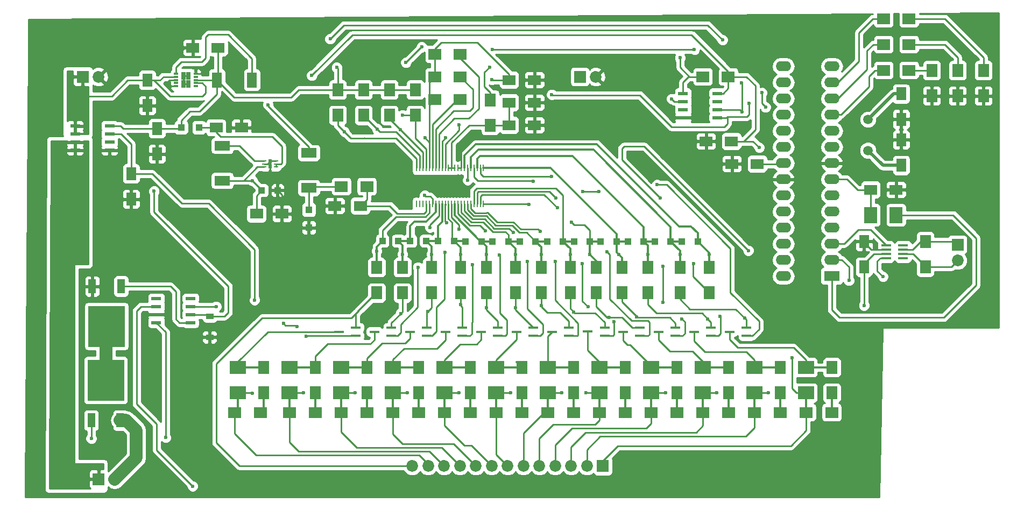
<source format=gbr>
G04 #@! TF.FileFunction,Copper,L1,Top,Signal*
%FSLAX46Y46*%
G04 Gerber Fmt 4.6, Leading zero omitted, Abs format (unit mm)*
G04 Created by KiCad (PCBNEW 4.0.6) date 09/22/17 22:57:48*
%MOMM*%
%LPD*%
G01*
G04 APERTURE LIST*
%ADD10C,0.100000*%
%ADD11R,1.600000X2.000000*%
%ADD12R,2.000000X1.600000*%
%ADD13R,1.100000X1.100000*%
%ADD14R,1.000000X1.000000*%
%ADD15R,2.000000X1.700000*%
%ADD16R,1.700000X2.000000*%
%ADD17R,1.850000X1.850000*%
%ADD18C,1.850000*%
%ADD19R,1.500000X2.400000*%
%ADD20R,2.400000X1.500000*%
%ADD21R,1.500000X0.450000*%
%ADD22R,1.200000X2.200000*%
%ADD23R,5.800000X6.400000*%
%ADD24R,2.750000X3.050000*%
%ADD25R,2.500000X2.000000*%
%ADD26R,0.700000X0.250000*%
%ADD27R,0.610000X0.710000*%
%ADD28R,0.650000X0.300000*%
%ADD29R,0.775000X1.240000*%
%ADD30R,0.285000X1.100000*%
%ADD31R,2.400000X1.600000*%
%ADD32O,2.400000X1.600000*%
%ADD33R,1.560000X0.400000*%
%ADD34C,1.500000*%
%ADD35R,1.550000X0.600000*%
%ADD36R,1.200000X0.900000*%
%ADD37R,2.000000X2.500000*%
%ADD38C,0.600000*%
%ADD39C,0.250000*%
%ADD40C,0.500000*%
%ADD41C,0.300000*%
%ADD42C,2.000000*%
%ADD43C,0.254000*%
G04 APERTURE END LIST*
D10*
D11*
X87884000Y-64548000D03*
X87884000Y-68548000D03*
D12*
X98711000Y-72009000D03*
X102711000Y-72009000D03*
X99028000Y-59436000D03*
X95028000Y-59436000D03*
X105066080Y-85587840D03*
X109066080Y-85587840D03*
X121405400Y-84328000D03*
X117405400Y-84328000D03*
X144812000Y-71628000D03*
X148812000Y-71628000D03*
X144812000Y-64516000D03*
X148812000Y-64516000D03*
X144812000Y-68072000D03*
X148812000Y-68072000D03*
X201708000Y-81788000D03*
X205708000Y-81788000D03*
D11*
X206502000Y-73946000D03*
X206502000Y-77946000D03*
X206502000Y-70707000D03*
X206502000Y-66707000D03*
D12*
X175800000Y-74168000D03*
X179800000Y-74168000D03*
D11*
X200660000Y-89948000D03*
X200660000Y-93948000D03*
X85344000Y-79280000D03*
X85344000Y-83280000D03*
X89408000Y-76168000D03*
X89408000Y-72168000D03*
D12*
X183864000Y-77724000D03*
X179864000Y-77724000D03*
D13*
X96015000Y-72009000D03*
X93215000Y-72009000D03*
D14*
X105902440Y-81899760D03*
X108402440Y-81899760D03*
D13*
X113309400Y-84960000D03*
X113309400Y-87760000D03*
D14*
X124886400Y-89852500D03*
X127386400Y-89852500D03*
X129267900Y-89852500D03*
X131767900Y-89852500D03*
D15*
X101657400Y-116840000D03*
X105657400Y-116840000D03*
X110293400Y-116840000D03*
X114293400Y-116840000D03*
D14*
X133649400Y-89852500D03*
X136149400Y-89852500D03*
X137967400Y-89916000D03*
X140467400Y-89916000D03*
X142221900Y-89916000D03*
X144721900Y-89916000D03*
X146476400Y-89916000D03*
X148976400Y-89916000D03*
X150794400Y-89916000D03*
X153294400Y-89916000D03*
D15*
X118421400Y-116840000D03*
X122421400Y-116840000D03*
X126549400Y-116840000D03*
X130549400Y-116840000D03*
X134677400Y-116840000D03*
X138677400Y-116840000D03*
X142805400Y-116840000D03*
X146805400Y-116840000D03*
X150933400Y-116840000D03*
X154933400Y-116840000D03*
D14*
X155048900Y-89916000D03*
X157548900Y-89916000D03*
X159239900Y-89916000D03*
X161739900Y-89916000D03*
X163494400Y-89916000D03*
X165994400Y-89916000D03*
X167748900Y-89916000D03*
X170248900Y-89916000D03*
X172003400Y-89916000D03*
X174503400Y-89916000D03*
D15*
X159061400Y-116840000D03*
X163061400Y-116840000D03*
X167189400Y-116840000D03*
X171189400Y-116840000D03*
X175317400Y-116840000D03*
X179317400Y-116840000D03*
X183445400Y-116840000D03*
X187445400Y-116840000D03*
X191573400Y-116840000D03*
X195573400Y-116840000D03*
D16*
X211328000Y-67024000D03*
X211328000Y-63024000D03*
X215392000Y-67024000D03*
X215392000Y-63024000D03*
X219456000Y-67024000D03*
X219456000Y-63024000D03*
D17*
X155956000Y-64008000D03*
D18*
X158456000Y-64008000D03*
D19*
X104350000Y-64516000D03*
X98850000Y-64516000D03*
D20*
X99695000Y-74847000D03*
X99695000Y-80347000D03*
X113309400Y-75990000D03*
X113309400Y-81490000D03*
D21*
X120710000Y-104790000D03*
X120710000Y-103490000D03*
X118050000Y-104140000D03*
X126298000Y-104790000D03*
X126298000Y-103490000D03*
X123638000Y-104140000D03*
X131886000Y-104790000D03*
X131886000Y-103490000D03*
X129226000Y-104140000D03*
X137474000Y-104790000D03*
X137474000Y-103490000D03*
X134814000Y-104140000D03*
X143062000Y-104790000D03*
X143062000Y-103490000D03*
X140402000Y-104140000D03*
X148650000Y-104790000D03*
X148650000Y-103490000D03*
X145990000Y-104140000D03*
X154238000Y-104790000D03*
X154238000Y-103490000D03*
X151578000Y-104140000D03*
X159861560Y-104782380D03*
X159861560Y-103482380D03*
X157201560Y-104132380D03*
X165414000Y-104790000D03*
X165414000Y-103490000D03*
X162754000Y-104140000D03*
X171002000Y-104790000D03*
X171002000Y-103490000D03*
X168342000Y-104140000D03*
X176590000Y-104790000D03*
X176590000Y-103490000D03*
X173930000Y-104140000D03*
X182178000Y-104790000D03*
X182178000Y-103490000D03*
X179518000Y-104140000D03*
D22*
X79076200Y-118093600D03*
X83636200Y-118093600D03*
D23*
X81356200Y-111793600D03*
D24*
X82881200Y-110118600D03*
X79831200Y-113468600D03*
X79831200Y-110118600D03*
X82881200Y-113468600D03*
D16*
X130048000Y-70072000D03*
X130048000Y-66072000D03*
X141846300Y-71646800D03*
X141846300Y-67646800D03*
X125984000Y-70072000D03*
X125984000Y-66072000D03*
X121920000Y-70072000D03*
X121920000Y-66072000D03*
X117856000Y-70072000D03*
X117856000Y-66072000D03*
D15*
X118421400Y-81280000D03*
X122421400Y-81280000D03*
X137128000Y-64008000D03*
X133128000Y-64008000D03*
X137128000Y-67564000D03*
X133128000Y-67564000D03*
X137128000Y-60452000D03*
X133128000Y-60452000D03*
D16*
X176301400Y-98012000D03*
X176301400Y-94012000D03*
X123977400Y-98012000D03*
X123977400Y-94012000D03*
X128041400Y-98012000D03*
X128041400Y-94012000D03*
D25*
X102133400Y-109760000D03*
X102133400Y-113760000D03*
X110261400Y-109760000D03*
X110261400Y-113760000D03*
D16*
X106197400Y-109760000D03*
X106197400Y-113760000D03*
X114325400Y-109760000D03*
X114325400Y-113760000D03*
X132613400Y-98012000D03*
X132613400Y-94012000D03*
X137185400Y-98012000D03*
X137185400Y-94012000D03*
X141249400Y-98012000D03*
X141249400Y-94012000D03*
X145821400Y-98012000D03*
X145821400Y-94012000D03*
X149885400Y-98012000D03*
X149885400Y-94012000D03*
D25*
X118389400Y-109760000D03*
X118389400Y-113760000D03*
X126517400Y-109760000D03*
X126517400Y-113760000D03*
X134645400Y-109760000D03*
X134645400Y-113760000D03*
X142773400Y-109760000D03*
X142773400Y-113760000D03*
X150901400Y-109760000D03*
X150901400Y-113760000D03*
D16*
X122453400Y-109760000D03*
X122453400Y-113760000D03*
X130581400Y-109760000D03*
X130581400Y-113760000D03*
X138709400Y-109760000D03*
X138709400Y-113760000D03*
X146837400Y-109760000D03*
X146837400Y-113760000D03*
X154965400Y-109760000D03*
X154965400Y-113760000D03*
X154457400Y-98012000D03*
X154457400Y-94012000D03*
X158521400Y-98012000D03*
X158521400Y-94012000D03*
X162585400Y-98012000D03*
X162585400Y-94012000D03*
X166649400Y-98012000D03*
X166649400Y-94012000D03*
X171729400Y-98012000D03*
X171729400Y-94012000D03*
D25*
X159029400Y-109760000D03*
X159029400Y-113760000D03*
X167157400Y-109760000D03*
X167157400Y-113760000D03*
X175285400Y-109760000D03*
X175285400Y-113760000D03*
X183413400Y-109760000D03*
X183413400Y-113760000D03*
X191541400Y-109760000D03*
X191541400Y-113760000D03*
D16*
X163093400Y-109760000D03*
X163093400Y-113760000D03*
X171221400Y-109760000D03*
X171221400Y-113760000D03*
X179349400Y-109760000D03*
X179349400Y-113760000D03*
X187477400Y-109760000D03*
X187477400Y-113760000D03*
X195605400Y-109760000D03*
X195605400Y-113760000D03*
D15*
X179292000Y-64008000D03*
X175292000Y-64008000D03*
D16*
X210312000Y-89948000D03*
X210312000Y-93948000D03*
D15*
X207740000Y-62992000D03*
X203740000Y-62992000D03*
X207740000Y-58928000D03*
X203740000Y-58928000D03*
X207740000Y-54864000D03*
X203740000Y-54864000D03*
D26*
X106263000Y-77224000D03*
X106263000Y-77724000D03*
X106263000Y-78224000D03*
X108113000Y-78224000D03*
X108113000Y-77724000D03*
X108113000Y-77224000D03*
D27*
X107188000Y-78079000D03*
X107188000Y-77369000D03*
D28*
X92430000Y-63516000D03*
X92430000Y-64016000D03*
X92430000Y-64516000D03*
X92430000Y-65016000D03*
X92430000Y-65516000D03*
X95530000Y-65516000D03*
X95530000Y-65016000D03*
X95530000Y-64516000D03*
X95530000Y-64016000D03*
X95530000Y-63516000D03*
D29*
X94367500Y-65136000D03*
X94367500Y-63896000D03*
X93592500Y-65136000D03*
X93592500Y-63896000D03*
D30*
X130284400Y-84066500D03*
X130784400Y-84066500D03*
X131284400Y-84066500D03*
X131784400Y-84066500D03*
X132284400Y-84066500D03*
X132784400Y-84066500D03*
X133284400Y-84066500D03*
X133784400Y-84066500D03*
X134284400Y-84066500D03*
X134784400Y-84066500D03*
X135284400Y-84066500D03*
X135784400Y-84066500D03*
X136284400Y-84066500D03*
X136784400Y-84066500D03*
X137284400Y-84066500D03*
X137784400Y-84066500D03*
X138284400Y-84066500D03*
X138784400Y-84066500D03*
X139284400Y-84066500D03*
X140784400Y-78366500D03*
X140284400Y-78366500D03*
X139784400Y-78366500D03*
X139284400Y-78366500D03*
X138784400Y-78366500D03*
X138284400Y-78366500D03*
X137784400Y-78366500D03*
X137284400Y-78366500D03*
X136784400Y-78366500D03*
X136284400Y-78366500D03*
X135784400Y-78366500D03*
X135284400Y-78366500D03*
X134784400Y-78366500D03*
X134284400Y-78366500D03*
X133784400Y-78366500D03*
X133284400Y-78366500D03*
X139784400Y-84066500D03*
X140284400Y-84066500D03*
X140784400Y-84066500D03*
X132784400Y-78366500D03*
X132284400Y-78366500D03*
X131784400Y-78366500D03*
X131284400Y-78366500D03*
X130784400Y-78366500D03*
X130284400Y-78366500D03*
D31*
X195580000Y-95377000D03*
D32*
X187960000Y-62357000D03*
X195580000Y-92837000D03*
X187960000Y-64897000D03*
X195580000Y-90297000D03*
X187960000Y-67437000D03*
X195580000Y-87757000D03*
X187960000Y-69977000D03*
X195580000Y-85217000D03*
X187960000Y-72517000D03*
X195580000Y-82677000D03*
X187960000Y-75057000D03*
X195580000Y-80137000D03*
X187960000Y-77597000D03*
X195580000Y-77597000D03*
X187960000Y-80137000D03*
X195580000Y-75057000D03*
X187960000Y-82677000D03*
X195580000Y-72517000D03*
X187960000Y-85217000D03*
X195580000Y-69977000D03*
X187960000Y-87757000D03*
X195580000Y-67437000D03*
X187960000Y-90297000D03*
X195580000Y-64897000D03*
X187960000Y-92837000D03*
X195580000Y-62357000D03*
X187960000Y-95377000D03*
D33*
X204125840Y-90581920D03*
X204125840Y-91231920D03*
X204125840Y-91891920D03*
X204125840Y-92541920D03*
X206825840Y-92541920D03*
X206825840Y-91891920D03*
X206825840Y-91231920D03*
X206825840Y-90581920D03*
D34*
X201295000Y-70739000D03*
X201295000Y-75619000D03*
D22*
X83763200Y-96993600D03*
X79203200Y-96993600D03*
D23*
X81483200Y-103293600D03*
D24*
X79958200Y-104968600D03*
X83008200Y-101618600D03*
X83008200Y-104968600D03*
X79958200Y-101618600D03*
D35*
X76548000Y-71755000D03*
X76548000Y-73025000D03*
X76548000Y-74295000D03*
X76548000Y-75565000D03*
X81948000Y-75565000D03*
X81948000Y-74295000D03*
X81948000Y-73025000D03*
X81948000Y-71755000D03*
D17*
X159575500Y-125260100D03*
D18*
X157075500Y-125260100D03*
X154575500Y-125260100D03*
X152075500Y-125260100D03*
X149575500Y-125260100D03*
X147075500Y-125260100D03*
X144575500Y-125260100D03*
X142075500Y-125260100D03*
X139575500Y-125260100D03*
X137075500Y-125260100D03*
X134575500Y-125260100D03*
X132075500Y-125260100D03*
X129575500Y-125260100D03*
D17*
X215392000Y-90424000D03*
D18*
X215392000Y-92924000D03*
D17*
X80238600Y-127355600D03*
D18*
X82738600Y-127355600D03*
D17*
X77724000Y-64008000D03*
D18*
X80224000Y-64008000D03*
D35*
X172194240Y-66629280D03*
X172194240Y-67899280D03*
X172194240Y-69169280D03*
X172194240Y-70439280D03*
X177594240Y-70439280D03*
X177594240Y-69169280D03*
X177594240Y-67899280D03*
X177594240Y-66629280D03*
D36*
X97713800Y-101702600D03*
X97713800Y-105002600D03*
D35*
X89298800Y-98907600D03*
X89298800Y-100177600D03*
X89298800Y-101447600D03*
X89298800Y-102717600D03*
X94698800Y-102717600D03*
X94698800Y-101447600D03*
X94698800Y-100177600D03*
X94698800Y-98907600D03*
D37*
X201708000Y-85775800D03*
X205708000Y-85775800D03*
D38*
X88963500Y-82029300D03*
X106870500Y-68427600D03*
X91567000Y-61595000D03*
X97028000Y-62992000D03*
X90932000Y-68326000D03*
X91059000Y-65151000D03*
X117896640Y-100197920D03*
X153537920Y-72440800D03*
X138485880Y-74582020D03*
X117683280Y-62557660D03*
X116662200Y-58064400D03*
X178384200Y-58216800D03*
X200665080Y-99997260D03*
X184180480Y-75158600D03*
X104401620Y-80352900D03*
X113766600Y-63817500D03*
X142097760Y-64465200D03*
X136977120Y-71610220D03*
X134828280Y-73632060D03*
X131566920Y-73624440D03*
X176301400Y-91948000D03*
X123977400Y-91440000D03*
X128041400Y-91948000D03*
X132613400Y-91948000D03*
X137185400Y-91948000D03*
X141249400Y-91948000D03*
X145821400Y-91948000D03*
X149885400Y-91948000D03*
X154457400Y-91948000D03*
X154655520Y-86913720D03*
X152420320Y-84650580D03*
X157505400Y-91948000D03*
X162077400Y-91948000D03*
X166649400Y-91948000D03*
X171729400Y-91948000D03*
X104775000Y-99187000D03*
X127764540Y-101269800D03*
X104394000Y-113812320D03*
X132044440Y-100972620D03*
X112448340Y-113786920D03*
X137167620Y-99844860D03*
X120624600Y-113758980D03*
X141244320Y-100408740D03*
X128770380Y-113741200D03*
X145823940Y-100393500D03*
X136900920Y-113751360D03*
X149870160Y-100002340D03*
X145031460Y-113743740D03*
X155003500Y-101018340D03*
X153128980Y-113741200D03*
X160522920Y-101887020D03*
X156923740Y-113718340D03*
X164881560Y-101777800D03*
X169484040Y-113766600D03*
X176042320Y-102113080D03*
X177500280Y-113751360D03*
X181922420Y-102011480D03*
X185600340Y-113753900D03*
X173812200Y-93459300D03*
X168562020Y-83121500D03*
X182460900Y-91363800D03*
X189318900Y-108280200D03*
X141747240Y-62484000D03*
X131551680Y-82707480D03*
X109347000Y-102854760D03*
X111450120Y-103372920D03*
X112875060Y-104889300D03*
X130484880Y-93985080D03*
X132359400Y-87744300D03*
X134988300Y-87005160D03*
X134762240Y-91643200D03*
X139049760Y-93614240D03*
X136954260Y-88046560D03*
X143283940Y-92057220D03*
X141046200Y-88224360D03*
X147665440Y-93045280D03*
X145458180Y-88549480D03*
X152057100Y-93116400D03*
X149733000Y-88346280D03*
X161338260Y-102572820D03*
X157266640Y-100230940D03*
X156352240Y-93431360D03*
X152217120Y-83108800D03*
X147927060Y-84079080D03*
X160223200Y-91541600D03*
X172029120Y-102123240D03*
X169042080Y-99486720D03*
X169009060Y-93822520D03*
X151500840Y-79750920D03*
X148605240Y-80482440D03*
X156438600Y-82090260D03*
X158912560Y-82044540D03*
X177982880Y-101701600D03*
X138295380Y-80307180D03*
X168087040Y-80998060D03*
X90779600Y-120802400D03*
X95021400Y-128447800D03*
X181416960Y-64942720D03*
X131066540Y-59344560D03*
X128579880Y-61775340D03*
X128049020Y-70045580D03*
X181493160Y-69524880D03*
X170418760Y-67487800D03*
X184607200Y-66527680D03*
X185176160Y-68803520D03*
X124033280Y-72217280D03*
X118902480Y-72664320D03*
X142166340Y-59723020D03*
X173964600Y-59740800D03*
X171716700Y-61036200D03*
X203649580Y-95470980D03*
X198285100Y-96085660D03*
X127716280Y-72374760D03*
X151523700Y-66827400D03*
X182559960Y-68181220D03*
X98729800Y-100177600D03*
X79070200Y-120954800D03*
D39*
X97713800Y-101702600D02*
X100034360Y-101702600D01*
X88963500Y-85331300D02*
X88963500Y-82029300D01*
X100644960Y-97012760D02*
X88963500Y-85331300D01*
X100644960Y-101092000D02*
X100644960Y-97012760D01*
X100034360Y-101702600D02*
X100644960Y-101092000D01*
X94698800Y-101447600D02*
X97458800Y-101447600D01*
X97458800Y-101447600D02*
X97713800Y-101702600D01*
X113309400Y-75990000D02*
X113309400Y-75095100D01*
X106870500Y-68656200D02*
X106870500Y-68427600D01*
X113309400Y-75095100D02*
X106870500Y-68656200D01*
X113309400Y-75990000D02*
X113309400Y-76095860D01*
X77724000Y-64008000D02*
X77724000Y-66548000D01*
X77724000Y-66548000D02*
X78232000Y-67056000D01*
X78232000Y-67056000D02*
X82296000Y-67056000D01*
X82296000Y-67056000D02*
X84804000Y-64548000D01*
X84804000Y-64548000D02*
X87884000Y-64548000D01*
X95530000Y-65016000D02*
X96512000Y-65016000D01*
X88932000Y-64548000D02*
X87884000Y-64548000D01*
X91440000Y-67056000D02*
X88932000Y-64548000D01*
X96520000Y-67056000D02*
X91440000Y-67056000D01*
X97028000Y-66548000D02*
X96520000Y-67056000D01*
X97028000Y-65532000D02*
X97028000Y-66548000D01*
X96512000Y-65016000D02*
X97028000Y-65532000D01*
X87884000Y-64548000D02*
X89884000Y-64548000D01*
X90416000Y-64016000D02*
X92430000Y-64016000D01*
X89884000Y-64548000D02*
X90416000Y-64016000D01*
X95028000Y-59436000D02*
X93726000Y-59436000D01*
X93726000Y-59436000D02*
X91567000Y-61595000D01*
X95530000Y-63516000D02*
X96504000Y-63516000D01*
X96504000Y-63516000D02*
X97028000Y-62992000D01*
X91948000Y-65516000D02*
X91424000Y-65516000D01*
X91424000Y-65516000D02*
X91059000Y-65151000D01*
X107188000Y-78079000D02*
X107188000Y-77369000D01*
X92430000Y-65516000D02*
X91948000Y-65516000D01*
X91948000Y-65516000D02*
X91683080Y-65516000D01*
X91683080Y-65516000D02*
X91036140Y-64869060D01*
X92430000Y-64516000D02*
X91389200Y-64516000D01*
X91389200Y-64516000D02*
X91036140Y-64869060D01*
X137284400Y-78366500D02*
X137284400Y-75648880D01*
X151241760Y-71628000D02*
X148812000Y-71628000D01*
X151973280Y-72359520D02*
X151241760Y-71628000D01*
X153619200Y-72359520D02*
X151973280Y-72359520D01*
X153537920Y-72440800D02*
X153619200Y-72359520D01*
X138351260Y-74582020D02*
X138485880Y-74582020D01*
X137284400Y-75648880D02*
X138351260Y-74582020D01*
X137284400Y-78366500D02*
X136784400Y-78366500D01*
X109066080Y-85587840D02*
X109066080Y-82563400D01*
X109066080Y-82563400D02*
X108402440Y-81899760D01*
X108402440Y-81899760D02*
X108402440Y-80251620D01*
X107188000Y-79037180D02*
X107188000Y-78079000D01*
X108402440Y-80251620D02*
X107188000Y-79037180D01*
X200660000Y-89948000D02*
X200660000Y-90134440D01*
X200660000Y-90134440D02*
X201757480Y-91231920D01*
X201757480Y-91231920D02*
X204125840Y-91231920D01*
X106263000Y-77773998D02*
X106263000Y-77724000D01*
X106263000Y-77724000D02*
X106833000Y-77724000D01*
X106833000Y-77724000D02*
X107188000Y-77369000D01*
X108113000Y-77224000D02*
X107333000Y-77224000D01*
X107333000Y-77224000D02*
X107188000Y-77369000D01*
D40*
X206502000Y-73946000D02*
X206502000Y-70707000D01*
D39*
X98711000Y-72009000D02*
X98711000Y-72731880D01*
X98711000Y-72731880D02*
X99451160Y-73472040D01*
X108915200Y-77724000D02*
X108113000Y-77724000D01*
X109049820Y-77589380D02*
X108915200Y-77724000D01*
X109049820Y-74942700D02*
X109049820Y-77589380D01*
X107579160Y-73472040D02*
X109049820Y-74942700D01*
X99451160Y-73472040D02*
X107579160Y-73472040D01*
X96015000Y-72009000D02*
X98711000Y-72009000D01*
X108113000Y-78224000D02*
X108113000Y-77724000D01*
X201708000Y-85775800D02*
X201708000Y-81788000D01*
X117856000Y-62730380D02*
X117856000Y-66072000D01*
X117683280Y-62557660D02*
X117856000Y-62730380D01*
X118846600Y-55880000D02*
X116662200Y-58064400D01*
X176047400Y-55880000D02*
X118846600Y-55880000D01*
X178384200Y-58216800D02*
X176047400Y-55880000D01*
X117856000Y-66072000D02*
X121920000Y-66072000D01*
X121920000Y-66072000D02*
X125984000Y-66072000D01*
X125984000Y-66072000D02*
X130048000Y-66072000D01*
X93215000Y-72009000D02*
X93215000Y-70869000D01*
X201708000Y-81788000D02*
X199644000Y-81788000D01*
X197993000Y-80137000D02*
X195580000Y-80137000D01*
X199644000Y-81788000D02*
X197993000Y-80137000D01*
X117856000Y-66072000D02*
X111707680Y-66072000D01*
X101572880Y-67238880D02*
X98850000Y-64516000D01*
X110540800Y-67238880D02*
X101572880Y-67238880D01*
X111707680Y-66072000D02*
X110540800Y-67238880D01*
X130048000Y-66072000D02*
X117856000Y-66072000D01*
X89408000Y-72168000D02*
X84131400Y-72168000D01*
X83718400Y-71755000D02*
X81948000Y-71755000D01*
X84131400Y-72168000D02*
X83718400Y-71755000D01*
X89408000Y-72168000D02*
X93056000Y-72168000D01*
X93056000Y-72168000D02*
X93215000Y-72009000D01*
X98850000Y-64516000D02*
X98850000Y-66758000D01*
X94615000Y-69469000D02*
X93215000Y-70869000D01*
X96139000Y-69469000D02*
X94615000Y-69469000D01*
X98850000Y-66758000D02*
X96139000Y-69469000D01*
X99028000Y-59436000D02*
X99028000Y-64338000D01*
X99028000Y-64338000D02*
X98850000Y-64516000D01*
X98850000Y-64516000D02*
X95530000Y-64516000D01*
X177594240Y-66629280D02*
X178513740Y-66629280D01*
X179292000Y-65851020D02*
X179292000Y-64008000D01*
X178513740Y-66629280D02*
X179292000Y-65851020D01*
X179800000Y-74168000D02*
X183189880Y-74168000D01*
X200660000Y-99992180D02*
X200660000Y-93948000D01*
X200665080Y-99997260D02*
X200660000Y-99992180D01*
X183189880Y-74168000D02*
X184180480Y-75158600D01*
X105066080Y-85587840D02*
X105066080Y-82736120D01*
X105066080Y-82736120D02*
X105902440Y-81899760D01*
X105902440Y-81899760D02*
X105902440Y-81853720D01*
X105902440Y-81853720D02*
X104401620Y-80352900D01*
X200660000Y-93948000D02*
X200660000Y-93416120D01*
X200660000Y-93416120D02*
X202184200Y-91891920D01*
X202184200Y-91891920D02*
X204125840Y-91891920D01*
X179292000Y-64008000D02*
X179292000Y-63173360D01*
X179292000Y-63173360D02*
X173548040Y-57429400D01*
X104395720Y-80347000D02*
X99695000Y-80347000D01*
X104401620Y-80352900D02*
X104395720Y-80347000D01*
X120154700Y-57429400D02*
X113766600Y-63817500D01*
X173548040Y-57429400D02*
X120154700Y-57429400D01*
X179800000Y-74168000D02*
X181693820Y-74168000D01*
X181693820Y-74168000D02*
X183550560Y-72311260D01*
X183550560Y-72311260D02*
X183550560Y-65438020D01*
X183550560Y-65438020D02*
X182120540Y-64008000D01*
X182120540Y-64008000D02*
X179292000Y-64008000D01*
X106263000Y-78224000D02*
X105199560Y-78224000D01*
X103076560Y-80347000D02*
X99695000Y-80347000D01*
X105199560Y-78224000D02*
X103076560Y-80347000D01*
X121405400Y-84328000D02*
X126032260Y-84328000D01*
X131784400Y-85187480D02*
X131784400Y-84066500D01*
X131445000Y-85526880D02*
X131784400Y-85187480D01*
X127231140Y-85526880D02*
X131445000Y-85526880D01*
X126032260Y-84328000D02*
X127231140Y-85526880D01*
X122421400Y-81280000D02*
X122421400Y-83312000D01*
X122421400Y-83312000D02*
X121405400Y-84328000D01*
X135284400Y-78366500D02*
X135784400Y-78366500D01*
X144812000Y-68072000D02*
X144812000Y-71628000D01*
X135284400Y-78366500D02*
X136284400Y-78366500D01*
X141846300Y-71646800D02*
X138553440Y-71646800D01*
X138553440Y-71646800D02*
X135784400Y-74415840D01*
X135784400Y-74415840D02*
X135784400Y-78366500D01*
X144812000Y-71628000D02*
X141865100Y-71628000D01*
X141865100Y-71628000D02*
X141846300Y-71646800D01*
X132284400Y-78366500D02*
X132284400Y-68407600D01*
X132284400Y-68407600D02*
X133128000Y-67564000D01*
X134784400Y-78366500D02*
X134784400Y-74651300D01*
X142148560Y-64516000D02*
X144812000Y-64516000D01*
X142097760Y-64465200D02*
X142148560Y-64516000D01*
X136977120Y-72458580D02*
X136977120Y-71610220D01*
X134784400Y-74651300D02*
X136977120Y-72458580D01*
X144812000Y-64516000D02*
X144812000Y-63653920D01*
X134112000Y-58623200D02*
X133128000Y-59607200D01*
X139781280Y-58623200D02*
X134112000Y-58623200D01*
X144812000Y-63653920D02*
X139781280Y-58623200D01*
X133128000Y-59607200D02*
X133128000Y-60452000D01*
X133128000Y-60105040D02*
X133128000Y-60452000D01*
X132284400Y-78366500D02*
X132284400Y-74341920D01*
X134284400Y-74175940D02*
X134284400Y-78366500D01*
X134828280Y-73632060D02*
X134284400Y-74175940D01*
X132284400Y-74341920D02*
X131566920Y-73624440D01*
X133128000Y-64008000D02*
X133128000Y-60452000D01*
X133128000Y-64008000D02*
X132284400Y-64851600D01*
X132284400Y-64851600D02*
X132284400Y-78366500D01*
D41*
X176301400Y-94012000D02*
X176301400Y-91948000D01*
X176301400Y-91948000D02*
X176301400Y-91714000D01*
X176301400Y-91714000D02*
X174503400Y-89916000D01*
X137784400Y-78366500D02*
X137784400Y-76426500D01*
X174503400Y-88626000D02*
X174503400Y-89916000D01*
X173443900Y-87566500D02*
X174503400Y-88626000D01*
X171538900Y-87566500D02*
X173443900Y-87566500D01*
X158584900Y-74612500D02*
X171538900Y-87566500D01*
X139598400Y-74612500D02*
X158584900Y-74612500D01*
X137784400Y-76426500D02*
X139598400Y-74612500D01*
D39*
X132284400Y-84066500D02*
X132284400Y-85419000D01*
X124886400Y-88194200D02*
X124886400Y-89852500D01*
X127025400Y-86055200D02*
X124886400Y-88194200D01*
X131648200Y-86055200D02*
X127025400Y-86055200D01*
X132284400Y-85419000D02*
X131648200Y-86055200D01*
D41*
X123977400Y-94012000D02*
X123977400Y-91440000D01*
X123977400Y-91440000D02*
X123977400Y-90761500D01*
X123977400Y-90761500D02*
X124886400Y-89852500D01*
X128041400Y-94012000D02*
X128041400Y-91948000D01*
X128041400Y-91948000D02*
X128041400Y-90507500D01*
X128041400Y-90507500D02*
X127386400Y-89852500D01*
X133284400Y-84066500D02*
X133284400Y-85308000D01*
X129267900Y-87483000D02*
X129267900Y-89852500D01*
X129946400Y-86804500D02*
X129267900Y-87483000D01*
X131787900Y-86804500D02*
X129946400Y-86804500D01*
X133284400Y-85308000D02*
X131787900Y-86804500D01*
X127386400Y-89852500D02*
X129267900Y-89852500D01*
X132613400Y-94012000D02*
X132613400Y-91948000D01*
X132613400Y-91948000D02*
X132613400Y-90698000D01*
X132613400Y-90698000D02*
X131767900Y-89852500D01*
X133649400Y-89852500D02*
X133649400Y-87483000D01*
X134284400Y-86848000D02*
X134284400Y-84066500D01*
X133649400Y-87483000D02*
X134284400Y-86848000D01*
X131767900Y-89852500D02*
X133649400Y-89852500D01*
D39*
X135284400Y-84066500D02*
X135284400Y-86364000D01*
X135801100Y-86880700D02*
X135801100Y-89504200D01*
X135284400Y-86364000D02*
X135801100Y-86880700D01*
X135801100Y-89504200D02*
X136149400Y-89852500D01*
D41*
X137185400Y-94012000D02*
X137185400Y-91948000D01*
X137185400Y-91948000D02*
X137185400Y-90888500D01*
X137185400Y-90888500D02*
X136149400Y-89852500D01*
X136149400Y-89852500D02*
X137903900Y-89852500D01*
X137903900Y-89852500D02*
X137967400Y-89916000D01*
X141249400Y-94012000D02*
X141249400Y-91948000D01*
X141249400Y-91948000D02*
X141249400Y-90698000D01*
X141249400Y-90698000D02*
X140467400Y-89916000D01*
X140467400Y-89916000D02*
X140360400Y-89916000D01*
X140360400Y-89916000D02*
X136284400Y-85840000D01*
X136284400Y-85840000D02*
X136284400Y-84066500D01*
X140467400Y-89916000D02*
X142221900Y-89916000D01*
D39*
X137284400Y-84066500D02*
X137284400Y-85356640D01*
X144721900Y-88885080D02*
X144721900Y-89916000D01*
X144236440Y-88399620D02*
X144721900Y-88885080D01*
X142234920Y-88399620D02*
X144236440Y-88399620D01*
X140771880Y-86936580D02*
X142234920Y-88399620D01*
X138864340Y-86936580D02*
X140771880Y-86936580D01*
X137284400Y-85356640D02*
X138864340Y-86936580D01*
D41*
X145821400Y-94012000D02*
X145821400Y-91948000D01*
X145821400Y-91948000D02*
X145821400Y-91015500D01*
X145821400Y-91015500D02*
X144721900Y-89916000D01*
X144721900Y-89916000D02*
X144614900Y-89916000D01*
X144721900Y-89916000D02*
X146476400Y-89916000D01*
D39*
X138284400Y-84066500D02*
X138284400Y-84936780D01*
X147589560Y-88529160D02*
X148976400Y-89916000D01*
X146420840Y-88529160D02*
X147589560Y-88529160D01*
X145277840Y-87386160D02*
X146420840Y-88529160D01*
X142730220Y-87386160D02*
X145277840Y-87386160D01*
X141246860Y-85902800D02*
X142730220Y-87386160D01*
X139250420Y-85902800D02*
X141246860Y-85902800D01*
X138284400Y-84936780D02*
X139250420Y-85902800D01*
D41*
X149885400Y-94012000D02*
X149885400Y-91948000D01*
X149885400Y-91948000D02*
X149885400Y-90825000D01*
X149885400Y-90825000D02*
X148976400Y-89916000D01*
X148976400Y-89916000D02*
X150794400Y-89916000D01*
D39*
X139284400Y-84066500D02*
X139284400Y-82010560D01*
X153294400Y-82682400D02*
X153294400Y-89916000D01*
X152212040Y-81600040D02*
X153294400Y-82682400D01*
X139694920Y-81600040D02*
X152212040Y-81600040D01*
X139284400Y-82010560D02*
X139694920Y-81600040D01*
D41*
X154457400Y-94012000D02*
X154457400Y-91948000D01*
X154457400Y-91948000D02*
X154457400Y-91079000D01*
X154457400Y-91079000D02*
X153294400Y-89916000D01*
X153294400Y-89916000D02*
X152996900Y-89916000D01*
X153294400Y-89916000D02*
X155048900Y-89916000D01*
D39*
X140284400Y-84066500D02*
X140284400Y-82874920D01*
X157548900Y-88214520D02*
X157548900Y-89916000D01*
X156667200Y-87332820D02*
X157548900Y-88214520D01*
X155074620Y-87332820D02*
X156667200Y-87332820D01*
X154655520Y-86913720D02*
X155074620Y-87332820D01*
X150340060Y-82570320D02*
X152420320Y-84650580D01*
X140589000Y-82570320D02*
X150340060Y-82570320D01*
X140284400Y-82874920D02*
X140589000Y-82570320D01*
D41*
X157505400Y-91948000D02*
X157548900Y-91948000D01*
X158521400Y-94012000D02*
X158521400Y-92964000D01*
X157548900Y-91991500D02*
X157548900Y-91948000D01*
X157548900Y-91948000D02*
X157548900Y-89916000D01*
X158521400Y-92964000D02*
X157548900Y-91991500D01*
X157548900Y-89916000D02*
X159239900Y-89916000D01*
X162585400Y-94012000D02*
X162585400Y-92456000D01*
X161739900Y-91610500D02*
X161739900Y-89916000D01*
X162585400Y-92456000D02*
X162077400Y-91948000D01*
X162077400Y-91948000D02*
X161739900Y-91610500D01*
X161739900Y-89916000D02*
X161739900Y-88753000D01*
X151353400Y-78366500D02*
X140784400Y-78366500D01*
X161739900Y-88753000D02*
X151353400Y-78366500D01*
X161739900Y-89916000D02*
X163494400Y-89916000D01*
X166649400Y-94012000D02*
X166649400Y-91948000D01*
X166649400Y-91948000D02*
X166649400Y-90571000D01*
X166649400Y-90571000D02*
X165994400Y-89916000D01*
X139784400Y-78366500D02*
X139784400Y-76903000D01*
X165994400Y-87673500D02*
X165994400Y-89916000D01*
X154774900Y-76454000D02*
X165994400Y-87673500D01*
X140233400Y-76454000D02*
X154774900Y-76454000D01*
X139784400Y-76903000D02*
X140233400Y-76454000D01*
X165994400Y-89916000D02*
X167748900Y-89916000D01*
X171729400Y-94012000D02*
X171729400Y-91948000D01*
X171729400Y-91948000D02*
X171729400Y-91396500D01*
X171729400Y-91396500D02*
X170248900Y-89916000D01*
X138784400Y-78366500D02*
X138784400Y-76696500D01*
X170248900Y-87673500D02*
X170248900Y-89916000D01*
X158076900Y-75501500D02*
X170248900Y-87673500D01*
X139979400Y-75501500D02*
X158076900Y-75501500D01*
X138784400Y-76696500D02*
X139979400Y-75501500D01*
X170248900Y-89916000D02*
X172003400Y-89916000D01*
D40*
X206502000Y-77946000D02*
X203622000Y-77946000D01*
X203622000Y-77946000D02*
X201295000Y-75619000D01*
X206502000Y-66707000D02*
X205327000Y-66707000D01*
X205327000Y-66707000D02*
X201295000Y-70739000D01*
D39*
X85344000Y-79280000D02*
X88678000Y-79280000D01*
X104775000Y-91186000D02*
X104775000Y-99187000D01*
X97536000Y-83947000D02*
X104775000Y-91186000D01*
X93345000Y-83947000D02*
X97536000Y-83947000D01*
X88678000Y-79280000D02*
X93345000Y-83947000D01*
X81948000Y-73025000D02*
X83753960Y-73025000D01*
X85344000Y-74615040D02*
X85344000Y-79280000D01*
X83753960Y-73025000D02*
X85344000Y-74615040D01*
X183864000Y-77724000D02*
X187833000Y-77724000D01*
X187833000Y-77724000D02*
X187960000Y-77597000D01*
X113309400Y-84960000D02*
X113309400Y-81490000D01*
X118421400Y-81280000D02*
X113519400Y-81280000D01*
X113519400Y-81280000D02*
X113309400Y-81490000D01*
X132075500Y-125260100D02*
X132075500Y-125034620D01*
X132075500Y-125034620D02*
X130647440Y-123606560D01*
X130647440Y-123606560D02*
X105044240Y-123606560D01*
X105044240Y-123606560D02*
X101657400Y-120219720D01*
X101657400Y-120219720D02*
X101657400Y-116840000D01*
X102133400Y-113760000D02*
X104341680Y-113760000D01*
X104341680Y-113760000D02*
X104394000Y-113812320D01*
X127764540Y-101269800D02*
X127759460Y-101264720D01*
X127759460Y-101264720D02*
X127764540Y-101269800D01*
X127764540Y-101269800D02*
X127764540Y-101259640D01*
X126298000Y-103490000D02*
X126298000Y-102726180D01*
X128041400Y-100982780D02*
X128041400Y-98012000D01*
X126298000Y-102726180D02*
X127764540Y-101259640D01*
X127764540Y-101259640D02*
X128041400Y-100982780D01*
D41*
X102133400Y-113760000D02*
X102133400Y-116364000D01*
X102133400Y-116364000D02*
X101657400Y-116840000D01*
X106197400Y-113760000D02*
X106197400Y-116300000D01*
X106197400Y-116300000D02*
X105657400Y-116840000D01*
D39*
X110293400Y-116840000D02*
X110293400Y-121553220D01*
X132307280Y-122991880D02*
X134575500Y-125260100D01*
X111732060Y-122991880D02*
X132307280Y-122991880D01*
X110293400Y-121553220D02*
X111732060Y-122991880D01*
X110261400Y-113760000D02*
X112421420Y-113760000D01*
X112421420Y-113760000D02*
X112448340Y-113786920D01*
X132044440Y-100972620D02*
X132045710Y-100973890D01*
X132045710Y-100973890D02*
X132044440Y-100972620D01*
X132044440Y-100972620D02*
X132044440Y-100975160D01*
X131886000Y-103490000D02*
X131886000Y-101133600D01*
X132613400Y-100406200D02*
X132613400Y-98012000D01*
X131886000Y-101133600D02*
X132044440Y-100975160D01*
X132044440Y-100975160D02*
X132613400Y-100406200D01*
D41*
X110261400Y-113760000D02*
X110261400Y-116808000D01*
X110261400Y-116808000D02*
X110293400Y-116840000D01*
X131911400Y-98714000D02*
X132613400Y-98012000D01*
X114325400Y-113760000D02*
X114325400Y-116808000D01*
X114325400Y-116808000D02*
X114293400Y-116840000D01*
D39*
X118421400Y-116840000D02*
X118421400Y-119930160D01*
X134192600Y-122377200D02*
X137075500Y-125260100D01*
X120868440Y-122377200D02*
X134192600Y-122377200D01*
X118421400Y-119930160D02*
X120868440Y-122377200D01*
X118389400Y-113760000D02*
X120623580Y-113760000D01*
X120623580Y-113760000D02*
X120624600Y-113758980D01*
X137167620Y-99844860D02*
X137185400Y-99844860D01*
X137185400Y-99844860D02*
X137167620Y-99844860D01*
X137167620Y-99844860D02*
X137185400Y-99844860D01*
X137474000Y-103490000D02*
X137474000Y-100285860D01*
X137185400Y-99997260D02*
X137185400Y-99844860D01*
X137185400Y-99844860D02*
X137185400Y-98012000D01*
X137474000Y-100285860D02*
X137185400Y-99997260D01*
D41*
X118389400Y-113760000D02*
X118389400Y-116808000D01*
X118389400Y-116808000D02*
X118421400Y-116840000D01*
X137499400Y-98326000D02*
X137185400Y-98012000D01*
X122453400Y-113760000D02*
X122453400Y-116808000D01*
X122453400Y-116808000D02*
X122421400Y-116840000D01*
D39*
X126549400Y-116840000D02*
X126549400Y-120270520D01*
X136113480Y-121798080D02*
X139575500Y-125260100D01*
X128076960Y-121798080D02*
X136113480Y-121798080D01*
X126549400Y-120270520D02*
X128076960Y-121798080D01*
X126517400Y-113760000D02*
X128751580Y-113760000D01*
X128751580Y-113760000D02*
X128770380Y-113741200D01*
X141244320Y-100408740D02*
X141249400Y-100408740D01*
X141249400Y-100408740D02*
X141244320Y-100408740D01*
X141244320Y-100408740D02*
X141249400Y-100408740D01*
X143062000Y-103490000D02*
X143062000Y-102493120D01*
X141249400Y-100680520D02*
X141249400Y-100408740D01*
X141249400Y-100408740D02*
X141249400Y-98012000D01*
X143062000Y-102493120D02*
X141249400Y-100680520D01*
D41*
X126517400Y-113760000D02*
X126517400Y-116808000D01*
X126517400Y-116808000D02*
X126549400Y-116840000D01*
X130581400Y-113760000D02*
X130581400Y-116808000D01*
X130581400Y-116808000D02*
X130549400Y-116840000D01*
D39*
X134677400Y-116840000D02*
X134677400Y-118947180D01*
X138885260Y-122069860D02*
X142075500Y-125260100D01*
X137800080Y-122069860D02*
X138885260Y-122069860D01*
X134677400Y-118947180D02*
X137800080Y-122069860D01*
X134645400Y-113760000D02*
X136892280Y-113760000D01*
X145823940Y-100393500D02*
X145821400Y-100393500D01*
X136892280Y-113760000D02*
X136900920Y-113751360D01*
X148650000Y-103490000D02*
X148641040Y-103490000D01*
X148641040Y-103490000D02*
X145821400Y-100670360D01*
X145821400Y-100670360D02*
X145821400Y-100393500D01*
X145821400Y-100393500D02*
X145821400Y-98012000D01*
D41*
X134645400Y-113760000D02*
X134645400Y-116808000D01*
X134645400Y-116808000D02*
X134677400Y-116840000D01*
X138709400Y-113760000D02*
X138709400Y-116808000D01*
X138709400Y-116808000D02*
X138677400Y-116840000D01*
D39*
X142805400Y-116840000D02*
X142805400Y-123490000D01*
X142805400Y-123490000D02*
X144575500Y-125260100D01*
X142773400Y-113760000D02*
X145015200Y-113760000D01*
X145015200Y-113760000D02*
X145031460Y-113743740D01*
X149870160Y-100002340D02*
X149885400Y-100002340D01*
X149885400Y-100002340D02*
X149870160Y-100002340D01*
X149870160Y-100002340D02*
X149885400Y-100002340D01*
X154238000Y-103490000D02*
X154238000Y-102493120D01*
X149885400Y-100208080D02*
X149885400Y-100002340D01*
X149885400Y-100002340D02*
X149885400Y-98012000D01*
X150792180Y-101114860D02*
X149885400Y-100208080D01*
X152859740Y-101114860D02*
X150792180Y-101114860D01*
X154238000Y-102493120D02*
X152859740Y-101114860D01*
D41*
X142773400Y-113760000D02*
X142773400Y-116808000D01*
X142773400Y-116808000D02*
X142805400Y-116840000D01*
X146837400Y-113760000D02*
X146837400Y-116808000D01*
X146837400Y-116808000D02*
X146805400Y-116840000D01*
D39*
X147075500Y-125260100D02*
X147075500Y-120086780D01*
X147075500Y-120086780D02*
X150322280Y-116840000D01*
X150322280Y-116840000D02*
X150933400Y-116840000D01*
X150901400Y-113760000D02*
X153110180Y-113760000D01*
X155003500Y-101018340D02*
X155006040Y-101015800D01*
X153110180Y-113760000D02*
X153128980Y-113741200D01*
X155006040Y-101015800D02*
X155006040Y-101132640D01*
X155006040Y-101132640D02*
X155006040Y-101015800D01*
X159861560Y-103482380D02*
X159861560Y-102660760D01*
X159861560Y-102660760D02*
X158374080Y-101173280D01*
X158374080Y-101173280D02*
X155163520Y-101173280D01*
X155163520Y-101173280D02*
X155006040Y-101015800D01*
X154457400Y-100467160D02*
X154457400Y-98012000D01*
X155006040Y-101015800D02*
X154457400Y-100467160D01*
D41*
X150933400Y-117316000D02*
X150933400Y-116840000D01*
X150901400Y-113760000D02*
X150901400Y-116808000D01*
X150901400Y-116808000D02*
X150933400Y-116840000D01*
X154965400Y-113760000D02*
X154965400Y-116808000D01*
X154965400Y-116808000D02*
X154933400Y-116840000D01*
D39*
X149575500Y-125260100D02*
X149575500Y-120939580D01*
X159061400Y-118093240D02*
X159061400Y-116840000D01*
X158389320Y-118765320D02*
X159061400Y-118093240D01*
X151749760Y-118765320D02*
X158389320Y-118765320D01*
X149575500Y-120939580D02*
X151749760Y-118765320D01*
X159029400Y-113760000D02*
X156965400Y-113760000D01*
X156965400Y-113760000D02*
X156923740Y-113718340D01*
X160522920Y-101887020D02*
X160522920Y-101884480D01*
X160522920Y-101884480D02*
X160522920Y-101887020D01*
X160522920Y-101887020D02*
X160522920Y-101884480D01*
X158521400Y-98012000D02*
X158521400Y-100203000D01*
X164185840Y-103490000D02*
X165414000Y-103490000D01*
X162580320Y-101884480D02*
X164185840Y-103490000D01*
X160202880Y-101884480D02*
X160522920Y-101884480D01*
X160522920Y-101884480D02*
X162580320Y-101884480D01*
X158521400Y-100203000D02*
X160202880Y-101884480D01*
X158521400Y-98012000D02*
X158521400Y-98552000D01*
D41*
X159029400Y-113760000D02*
X159029400Y-116808000D01*
X159029400Y-116808000D02*
X159061400Y-116840000D01*
X163093400Y-113760000D02*
X163093400Y-116808000D01*
X163093400Y-116808000D02*
X163061400Y-116840000D01*
D39*
X152075500Y-125260100D02*
X152075500Y-122000660D01*
X167189400Y-118570760D02*
X167189400Y-116840000D01*
X166400480Y-119359680D02*
X167189400Y-118570760D01*
X154716480Y-119359680D02*
X166400480Y-119359680D01*
X152075500Y-122000660D02*
X154716480Y-119359680D01*
X167157400Y-113760000D02*
X169477440Y-113760000D01*
X169477440Y-113760000D02*
X169484040Y-113766600D01*
X164881560Y-101777800D02*
X164887910Y-101771450D01*
X164887910Y-101771450D02*
X164881560Y-101777800D01*
X164881560Y-101777800D02*
X164881560Y-101765100D01*
X162585400Y-98012000D02*
X162585400Y-99468940D01*
X171002000Y-102800460D02*
X171002000Y-103490000D01*
X170098720Y-101897180D02*
X171002000Y-102800460D01*
X165013640Y-101897180D02*
X170098720Y-101897180D01*
X162585400Y-99468940D02*
X164881560Y-101765100D01*
X164881560Y-101765100D02*
X165013640Y-101897180D01*
X162585400Y-98012000D02*
X163061400Y-98012000D01*
D41*
X167157400Y-116840000D02*
X167189400Y-116840000D01*
X167157400Y-113760000D02*
X167157400Y-116808000D01*
X167157400Y-116808000D02*
X167189400Y-116840000D01*
X162585400Y-98012000D02*
X162585400Y-98044000D01*
X171221400Y-113760000D02*
X171221400Y-116808000D01*
X171221400Y-116808000D02*
X171189400Y-116840000D01*
D39*
X154575500Y-125260100D02*
X154575500Y-122304820D01*
X175317400Y-118951760D02*
X175317400Y-116840000D01*
X174259240Y-120009920D02*
X175317400Y-118951760D01*
X156870400Y-120009920D02*
X174259240Y-120009920D01*
X154575500Y-122304820D02*
X156870400Y-120009920D01*
X175285400Y-113760000D02*
X177491640Y-113760000D01*
X177491640Y-113760000D02*
X177500280Y-113751360D01*
X166649400Y-98012000D02*
X166649400Y-99872800D01*
X166649400Y-99872800D02*
X168031160Y-101254560D01*
X168031160Y-101254560D02*
X175183800Y-101254560D01*
X175183800Y-101254560D02*
X176042320Y-102113080D01*
X176590000Y-102660760D02*
X176590000Y-103490000D01*
X176042320Y-102113080D02*
X176590000Y-102660760D01*
D41*
X175285400Y-113760000D02*
X175285400Y-116808000D01*
X175285400Y-116808000D02*
X175317400Y-116840000D01*
X179349400Y-113760000D02*
X179349400Y-116808000D01*
X179349400Y-116808000D02*
X179317400Y-116840000D01*
D39*
X157075500Y-125260100D02*
X157075500Y-122715660D01*
X183445400Y-119251480D02*
X183445400Y-116840000D01*
X182051960Y-120644920D02*
X183445400Y-119251480D01*
X159146240Y-120644920D02*
X182051960Y-120644920D01*
X157075500Y-122715660D02*
X159146240Y-120644920D01*
X183413400Y-113760000D02*
X185594240Y-113760000D01*
X185594240Y-113760000D02*
X185600340Y-113753900D01*
X181922420Y-102011480D02*
X181921150Y-102012750D01*
X181921150Y-102012750D02*
X181922420Y-102011480D01*
X181922420Y-102011480D02*
X181922420Y-102014020D01*
X171729400Y-98012000D02*
X171729400Y-99029520D01*
X182178000Y-102269600D02*
X182178000Y-103490000D01*
X180492400Y-100584000D02*
X181922420Y-102014020D01*
X181922420Y-102014020D02*
X182178000Y-102269600D01*
X173283880Y-100584000D02*
X180492400Y-100584000D01*
X171729400Y-99029520D02*
X173283880Y-100584000D01*
D41*
X183413400Y-113760000D02*
X183413400Y-116808000D01*
X183413400Y-116808000D02*
X183445400Y-116840000D01*
X187477400Y-113760000D02*
X187477400Y-116808000D01*
X187477400Y-116808000D02*
X187445400Y-116840000D01*
D39*
X159575500Y-125260100D02*
X159575500Y-124462540D01*
X159575500Y-124462540D02*
X161940240Y-122097800D01*
X161940240Y-122097800D02*
X189143640Y-122097800D01*
X189143640Y-122097800D02*
X191573400Y-119668040D01*
X191573400Y-119668040D02*
X191573400Y-116840000D01*
X191541400Y-113760000D02*
X189998100Y-113760000D01*
X173774100Y-95484700D02*
X176301400Y-98012000D01*
X173774100Y-93497400D02*
X173774100Y-95484700D01*
X173812200Y-93459300D02*
X173774100Y-93497400D01*
X162554920Y-77114400D02*
X168562020Y-83121500D01*
X162554920Y-75326240D02*
X162554920Y-77114400D01*
X162890200Y-74990960D02*
X162554920Y-75326240D01*
X166088060Y-74990960D02*
X162890200Y-74990960D01*
X182460900Y-91363800D02*
X166088060Y-74990960D01*
X189318900Y-113080800D02*
X189318900Y-108280200D01*
X189998100Y-113760000D02*
X189318900Y-113080800D01*
D41*
X191541400Y-113760000D02*
X191541400Y-116808000D01*
X191541400Y-116808000D02*
X191573400Y-116840000D01*
X195605400Y-113760000D02*
X195605400Y-116808000D01*
X195605400Y-116808000D02*
X195573400Y-116840000D01*
D39*
X207740000Y-62992000D02*
X211296000Y-62992000D01*
X211296000Y-62992000D02*
X211328000Y-63024000D01*
X207740000Y-58928000D02*
X213360000Y-58928000D01*
X215392000Y-60960000D02*
X215392000Y-63024000D01*
X213360000Y-58928000D02*
X215392000Y-60960000D01*
X207740000Y-54864000D02*
X213360000Y-54864000D01*
X219456000Y-60960000D02*
X219456000Y-63024000D01*
X213360000Y-54864000D02*
X219456000Y-60960000D01*
X129575500Y-125260100D02*
X102362000Y-125260100D01*
X120003320Y-101986080D02*
X121097040Y-100892360D01*
X105943400Y-101986080D02*
X120003320Y-101986080D01*
X98717100Y-109212380D02*
X105943400Y-101986080D01*
X98717100Y-121615200D02*
X98717100Y-109212380D01*
X102362000Y-125260100D02*
X98717100Y-121615200D01*
X120710000Y-103490000D02*
X120710000Y-101336800D01*
X121097040Y-100949760D02*
X121097040Y-100892360D01*
X120710000Y-101336800D02*
X121097040Y-100949760D01*
D41*
X121097040Y-100892360D02*
X123977400Y-98012000D01*
D39*
X141846300Y-67646800D02*
X141846300Y-66530220D01*
X140909040Y-63322200D02*
X141747240Y-62484000D01*
X140909040Y-65592960D02*
X140909040Y-63322200D01*
X141846300Y-66530220D02*
X140909040Y-65592960D01*
X210312000Y-89948000D02*
X214916000Y-89948000D01*
X214916000Y-89948000D02*
X215392000Y-90424000D01*
X206825840Y-91231920D02*
X208300120Y-91231920D01*
X208300120Y-91231920D02*
X209584040Y-89948000D01*
X209584040Y-89948000D02*
X210312000Y-89948000D01*
X210312000Y-93948000D02*
X214368000Y-93948000D01*
X214368000Y-93948000D02*
X215392000Y-92924000D01*
X206825840Y-91891920D02*
X208376320Y-91891920D01*
X208376320Y-91891920D02*
X210312000Y-93827600D01*
X210312000Y-93827600D02*
X210312000Y-93948000D01*
X92430000Y-63516000D02*
X92430000Y-62489680D01*
X104350000Y-61129360D02*
X104350000Y-64516000D01*
X100604320Y-57383680D02*
X104350000Y-61129360D01*
X97475040Y-57383680D02*
X100604320Y-57383680D01*
X97068640Y-57790080D02*
X97475040Y-57383680D01*
X97068640Y-61061600D02*
X97068640Y-57790080D01*
X96479360Y-61650880D02*
X97068640Y-61061600D01*
X93268800Y-61650880D02*
X96479360Y-61650880D01*
X92430000Y-62489680D02*
X93268800Y-61650880D01*
X99695000Y-74847000D02*
X102375520Y-74847000D01*
X104752520Y-77224000D02*
X106263000Y-77224000D01*
X102375520Y-74847000D02*
X104752520Y-77224000D01*
X106172000Y-77216000D02*
X106263000Y-77224000D01*
X120710000Y-104790000D02*
X112974360Y-104790000D01*
X132784400Y-83223920D02*
X132784400Y-84066500D01*
X132435600Y-82875120D02*
X132784400Y-83223920D01*
X131719320Y-82875120D02*
X132435600Y-82875120D01*
X131551680Y-82707480D02*
X131719320Y-82875120D01*
X109621320Y-103129080D02*
X109347000Y-102854760D01*
X111206280Y-103129080D02*
X109621320Y-103129080D01*
X111450120Y-103372920D02*
X111206280Y-103129080D01*
X112974360Y-104790000D02*
X112875060Y-104889300D01*
X133784400Y-84066500D02*
X133784400Y-85915440D01*
X127274560Y-104790000D02*
X126298000Y-104790000D01*
X127772160Y-104292400D02*
X127274560Y-104790000D01*
X127772160Y-102976680D02*
X127772160Y-104292400D01*
X130423920Y-100324920D02*
X127772160Y-102976680D01*
X130423920Y-94046040D02*
X130423920Y-100324920D01*
X130484880Y-93985080D02*
X130423920Y-94046040D01*
X132359400Y-87340440D02*
X132359400Y-87744300D01*
X133784400Y-85915440D02*
X132359400Y-87340440D01*
X131886000Y-104790000D02*
X132694920Y-104790000D01*
X134774940Y-86791800D02*
X134774940Y-84082038D01*
X134988300Y-87005160D02*
X134774940Y-86791800D01*
X134670800Y-91734640D02*
X134762240Y-91643200D01*
X134670800Y-98988880D02*
X134670800Y-91734640D01*
X133350000Y-100309680D02*
X134670800Y-98988880D01*
X133350000Y-104134920D02*
X133350000Y-100309680D01*
X132694920Y-104790000D02*
X133350000Y-104134920D01*
X134774940Y-84082038D02*
X134759402Y-84066500D01*
X134759402Y-84066500D02*
X134784400Y-84066500D01*
X134759402Y-84328000D02*
X134784400Y-84066500D01*
X135784400Y-84066500D02*
X135784400Y-86145180D01*
X138661380Y-104790000D02*
X137474000Y-104790000D01*
X138935460Y-104515920D02*
X138661380Y-104790000D01*
X138935460Y-102717600D02*
X138935460Y-104515920D01*
X139090400Y-102562660D02*
X138935460Y-102717600D01*
X139090400Y-93654880D02*
X139090400Y-102562660D01*
X139049760Y-93614240D02*
X139090400Y-93654880D01*
X136954260Y-87315040D02*
X136954260Y-88046560D01*
X135784400Y-86145180D02*
X136954260Y-87315040D01*
X136784400Y-84066500D02*
X136784400Y-85555140D01*
X143283940Y-92057220D02*
X143360140Y-92133420D01*
X140261340Y-87439500D02*
X141046200Y-88224360D01*
X138668760Y-87439500D02*
X140261340Y-87439500D01*
X136784400Y-85555140D02*
X138668760Y-87439500D01*
X143062000Y-104790000D02*
X144213820Y-104790000D01*
X143360140Y-92133420D02*
X143174720Y-91948000D01*
X143360140Y-101206300D02*
X143360140Y-92133420D01*
X144510760Y-102356920D02*
X143360140Y-101206300D01*
X144510760Y-104493060D02*
X144510760Y-102356920D01*
X144213820Y-104790000D02*
X144510760Y-104493060D01*
X137784400Y-84066500D02*
X137784400Y-85140360D01*
X149712920Y-104790000D02*
X148650000Y-104790000D01*
X150121620Y-104381300D02*
X149712920Y-104790000D01*
X150121620Y-102984300D02*
X150121620Y-104381300D01*
X147685760Y-100548440D02*
X150121620Y-102984300D01*
X147685760Y-95260160D02*
X147685760Y-100548440D01*
X147665440Y-95239840D02*
X147685760Y-95260160D01*
X147665440Y-93045280D02*
X147665440Y-95239840D01*
X144797780Y-87889080D02*
X145458180Y-88549480D01*
X142433040Y-87889080D02*
X144797780Y-87889080D01*
X140970000Y-86426040D02*
X142433040Y-87889080D01*
X139070080Y-86426040D02*
X140970000Y-86426040D01*
X137784400Y-85140360D02*
X139070080Y-86426040D01*
X138784400Y-84066500D02*
X138784400Y-84758600D01*
X155570160Y-104790000D02*
X154238000Y-104790000D01*
X155681680Y-104678480D02*
X155570160Y-104790000D01*
X155681680Y-102836980D02*
X155681680Y-104678480D01*
X152057100Y-99212400D02*
X155681680Y-102836980D01*
X152057100Y-93116400D02*
X152057100Y-99212400D01*
X149420580Y-88033860D02*
X149733000Y-88346280D01*
X146659600Y-88033860D02*
X149420580Y-88033860D01*
X145519140Y-86893400D02*
X146659600Y-88033860D01*
X142910560Y-86893400D02*
X145519140Y-86893400D01*
X141437360Y-85420200D02*
X142910560Y-86893400D01*
X141234582Y-85420200D02*
X141437360Y-85420200D01*
X141224422Y-85430360D02*
X141234582Y-85420200D01*
X139456160Y-85430360D02*
X141224422Y-85430360D01*
X138784400Y-84758600D02*
X139456160Y-85430360D01*
X139784400Y-84066500D02*
X139784400Y-82282720D01*
X161130220Y-104782380D02*
X159861560Y-104782380D01*
X161323020Y-104589580D02*
X161130220Y-104782380D01*
X161323020Y-102588060D02*
X161323020Y-104589580D01*
X161338260Y-102572820D02*
X161323020Y-102588060D01*
X156362400Y-99326700D02*
X157266640Y-100230940D01*
X156362400Y-98582480D02*
X156362400Y-99326700D01*
X156352240Y-98572320D02*
X156362400Y-98582480D01*
X156352240Y-93431360D02*
X156352240Y-98572320D01*
X151201120Y-82092800D02*
X152217120Y-83108800D01*
X139974320Y-82092800D02*
X151201120Y-82092800D01*
X139784400Y-82282720D02*
X139974320Y-82092800D01*
X165414000Y-104790000D02*
X166644560Y-104790000D01*
X147914480Y-84066500D02*
X140784400Y-84066500D01*
X147927060Y-84079080D02*
X147914480Y-84066500D01*
X160629600Y-91948000D02*
X160223200Y-91541600D01*
X160629600Y-98983800D02*
X160629600Y-91948000D01*
X164081460Y-102435660D02*
X160629600Y-98983800D01*
X166641780Y-102435660D02*
X164081460Y-102435660D01*
X166870380Y-102664260D02*
X166641780Y-102435660D01*
X166870380Y-104564180D02*
X166870380Y-102664260D01*
X166644560Y-104790000D02*
X166870380Y-104564180D01*
X140284400Y-78366500D02*
X140284400Y-79319320D01*
X172082700Y-104790000D02*
X171002000Y-104790000D01*
X172463460Y-104409240D02*
X172082700Y-104790000D01*
X172463460Y-102557580D02*
X172463460Y-104409240D01*
X172029120Y-102123240D02*
X172463460Y-102557580D01*
X169042080Y-93855540D02*
X169042080Y-99486720D01*
X169009060Y-93822520D02*
X169042080Y-93855540D01*
X151490680Y-79740760D02*
X151500840Y-79750920D01*
X140705840Y-79740760D02*
X151490680Y-79740760D01*
X140284400Y-79319320D02*
X140705840Y-79740760D01*
X140259402Y-78366500D02*
X140284400Y-78366500D01*
X176590000Y-104790000D02*
X177729120Y-104790000D01*
X139284400Y-79756960D02*
X139284400Y-78366500D01*
X139933680Y-80406240D02*
X139284400Y-79756960D01*
X148529040Y-80406240D02*
X139933680Y-80406240D01*
X148605240Y-80482440D02*
X148529040Y-80406240D01*
X156461460Y-82113120D02*
X156438600Y-82090260D01*
X158843980Y-82113120D02*
X156461460Y-82113120D01*
X158912560Y-82044540D02*
X158843980Y-82113120D01*
X178054000Y-101772720D02*
X177982880Y-101701600D01*
X178054000Y-104465120D02*
X178054000Y-101772720D01*
X177729120Y-104790000D02*
X178054000Y-104465120D01*
X182178000Y-104790000D02*
X183093600Y-104790000D01*
X138280140Y-80291940D02*
X138280140Y-78370760D01*
X138295380Y-80307180D02*
X138280140Y-80291940D01*
X169593260Y-80998060D02*
X168087040Y-80998060D01*
X179641500Y-91046300D02*
X169593260Y-80998060D01*
X179641500Y-98000820D02*
X179641500Y-91046300D01*
X184144920Y-102504240D02*
X179641500Y-98000820D01*
X184144920Y-103738680D02*
X184144920Y-102504240D01*
X183093600Y-104790000D02*
X184144920Y-103738680D01*
X138280140Y-78370760D02*
X138284400Y-78366500D01*
X90754200Y-104173000D02*
X89298800Y-102717600D01*
X90754200Y-120777000D02*
X90754200Y-104173000D01*
X90779600Y-120802400D02*
X90754200Y-120777000D01*
X89298800Y-100177600D02*
X86918800Y-100177600D01*
X89357200Y-122783600D02*
X95021400Y-128447800D01*
X89357200Y-118694200D02*
X89357200Y-122783600D01*
X86182200Y-115519200D02*
X89357200Y-118694200D01*
X86182200Y-100914200D02*
X86182200Y-115519200D01*
X86918800Y-100177600D02*
X86182200Y-100914200D01*
X177594240Y-69169280D02*
X181137560Y-69169280D01*
X181137560Y-69169280D02*
X181493160Y-69524880D01*
X130048000Y-70072000D02*
X128075440Y-70072000D01*
X181493160Y-65018920D02*
X181493160Y-69524880D01*
X181416960Y-64942720D02*
X181493160Y-65018920D01*
X131010660Y-59344560D02*
X131066540Y-59344560D01*
X128579880Y-61775340D02*
X131010660Y-59344560D01*
X128075440Y-70072000D02*
X128049020Y-70045580D01*
X130048000Y-70072000D02*
X130048000Y-70998080D01*
X130048000Y-70072000D02*
X130048000Y-73660000D01*
X131784400Y-75396400D02*
X131784400Y-78366500D01*
X130048000Y-73660000D02*
X131784400Y-75396400D01*
X172194240Y-67899280D02*
X170830240Y-67899280D01*
X170830240Y-67899280D02*
X170418760Y-67487800D01*
X184607200Y-68234560D02*
X184607200Y-66527680D01*
X185176160Y-68803520D02*
X184607200Y-68234560D01*
X121920000Y-70072000D02*
X121920000Y-70104000D01*
X121920000Y-70104000D02*
X124033280Y-72217280D01*
X124033280Y-72217280D02*
X124460000Y-72644000D01*
X130784400Y-76428400D02*
X130784400Y-78366500D01*
X127000000Y-72644000D02*
X130784400Y-76428400D01*
X124460000Y-72644000D02*
X127000000Y-72644000D01*
X142171420Y-59723020D02*
X142166340Y-59723020D01*
X142189200Y-59740800D02*
X142171420Y-59723020D01*
X159981900Y-59740800D02*
X142189200Y-59740800D01*
X173964600Y-59740800D02*
X159981900Y-59740800D01*
X118902480Y-72664320D02*
X118897400Y-72669400D01*
X118897400Y-72669400D02*
X118902480Y-72664320D01*
X118902480Y-72664320D02*
X118902480Y-72674480D01*
X122026680Y-73639680D02*
X122026680Y-73660000D01*
X122026680Y-73660000D02*
X122026680Y-73639680D01*
X122026680Y-73639680D02*
X122026680Y-73660000D01*
X117856000Y-70072000D02*
X117856000Y-71628000D01*
X130284400Y-76944400D02*
X130284400Y-78366500D01*
X127000000Y-73660000D02*
X130284400Y-76944400D01*
X119888000Y-73660000D02*
X122026680Y-73660000D01*
X122026680Y-73660000D02*
X127000000Y-73660000D01*
X117856000Y-71628000D02*
X118902480Y-72674480D01*
X118902480Y-72674480D02*
X119888000Y-73660000D01*
X133284400Y-78366500D02*
X133284400Y-72232080D01*
X139125960Y-66005960D02*
X137128000Y-64008000D01*
X139125960Y-68910200D02*
X139125960Y-66005960D01*
X138623040Y-69413120D02*
X139125960Y-68910200D01*
X136103360Y-69413120D02*
X138623040Y-69413120D01*
X133284400Y-72232080D02*
X136103360Y-69413120D01*
X137128000Y-67564000D02*
X136712960Y-67564000D01*
X136712960Y-67564000D02*
X132784400Y-71492560D01*
X132784400Y-71492560D02*
X132784400Y-78366500D01*
X137128000Y-60452000D02*
X137128000Y-61110880D01*
X137128000Y-61110880D02*
X140035280Y-64018160D01*
X140035280Y-64018160D02*
X140035280Y-69067680D01*
X140035280Y-69067680D02*
X138498580Y-70604380D01*
X138498580Y-70604380D02*
X136202420Y-70604380D01*
X136202420Y-70604380D02*
X133784400Y-73022400D01*
X133784400Y-73022400D02*
X133784400Y-78366500D01*
X172194240Y-66629280D02*
X172194240Y-64853800D01*
X173040040Y-64008000D02*
X173202600Y-64008000D01*
X172194240Y-64853800D02*
X173040040Y-64008000D01*
X173202600Y-64008000D02*
X175292000Y-64008000D01*
X171754800Y-62560200D02*
X173202600Y-64008000D01*
X171754800Y-61074300D02*
X171754800Y-62560200D01*
X171716700Y-61036200D02*
X171754800Y-61074300D01*
X195580000Y-69977000D02*
X197040500Y-69977000D01*
X202404980Y-62992000D02*
X203740000Y-62992000D01*
X201470260Y-63926720D02*
X202404980Y-62992000D01*
X201470260Y-65547240D02*
X201470260Y-63926720D01*
X197040500Y-69977000D02*
X201470260Y-65547240D01*
X195580000Y-67437000D02*
X196562980Y-67437000D01*
X196562980Y-67437000D02*
X201134980Y-62865000D01*
X201134980Y-62865000D02*
X201134980Y-59931300D01*
X201134980Y-59931300D02*
X202138280Y-58928000D01*
X202138280Y-58928000D02*
X203740000Y-58928000D01*
X195580000Y-64897000D02*
X196519800Y-64897000D01*
X196519800Y-64897000D02*
X199847200Y-61569600D01*
X199847200Y-61569600D02*
X199847200Y-57073800D01*
X199847200Y-57073800D02*
X202057000Y-54864000D01*
X202057000Y-54864000D02*
X203740000Y-54864000D01*
X94367500Y-65136000D02*
X93592500Y-65136000D01*
X93592500Y-65136000D02*
X93592500Y-63896000D01*
X93592500Y-63896000D02*
X94367500Y-63896000D01*
X195580000Y-92837000D02*
X197159880Y-92837000D01*
X203248700Y-92541920D02*
X204125840Y-92541920D01*
X202758040Y-93032580D02*
X203248700Y-92541920D01*
X202758040Y-94579440D02*
X202758040Y-93032580D01*
X203649580Y-95470980D02*
X202758040Y-94579440D01*
X198285100Y-93962220D02*
X198285100Y-96085660D01*
X197159880Y-92837000D02*
X198285100Y-93962220D01*
X204125840Y-90581920D02*
X204125840Y-90514180D01*
X204125840Y-90514180D02*
X201736960Y-88125300D01*
X201736960Y-88125300D02*
X199737980Y-88125300D01*
X199737980Y-88125300D02*
X197566280Y-90297000D01*
X197566280Y-90297000D02*
X195580000Y-90297000D01*
X177594240Y-70439280D02*
X179040720Y-70439280D01*
X179040720Y-70439280D02*
X179192000Y-70288000D01*
X179192000Y-70288000D02*
X179192000Y-71414560D01*
X127716280Y-72374760D02*
X125962160Y-70620640D01*
X151584660Y-66888360D02*
X151523700Y-66827400D01*
X165348920Y-66888360D02*
X151584660Y-66888360D01*
X170350180Y-71889620D02*
X165348920Y-66888360D01*
X178716940Y-71889620D02*
X170350180Y-71889620D01*
X179192000Y-71414560D02*
X178716940Y-71889620D01*
X125962160Y-70620640D02*
X125984000Y-70072000D01*
X179192000Y-70288000D02*
X182223560Y-70288000D01*
X182559960Y-69951600D02*
X182559960Y-68181220D01*
X182223560Y-70288000D02*
X182559960Y-69951600D01*
X125984000Y-70072000D02*
X125984000Y-70612000D01*
X125984000Y-70612000D02*
X131284400Y-75912400D01*
X131284400Y-75912400D02*
X131284400Y-78366500D01*
X102133400Y-109760000D02*
X102133400Y-108869480D01*
X102133400Y-108869480D02*
X106862880Y-104140000D01*
X106862880Y-104140000D02*
X118050000Y-104140000D01*
D41*
X102133400Y-109760000D02*
X106197400Y-109760000D01*
D39*
X114325400Y-109760000D02*
X114325400Y-107993180D01*
X123638000Y-105419200D02*
X123638000Y-104140000D01*
X123002040Y-106055160D02*
X123638000Y-105419200D01*
X116263420Y-106055160D02*
X123002040Y-106055160D01*
X114325400Y-107993180D02*
X116263420Y-106055160D01*
D41*
X110261400Y-109760000D02*
X114325400Y-109760000D01*
D39*
X122453400Y-109760000D02*
X122453400Y-108331000D01*
X129226000Y-105218540D02*
X129226000Y-104140000D01*
X128496060Y-105948480D02*
X129226000Y-105218540D01*
X124835920Y-105948480D02*
X128496060Y-105948480D01*
X122453400Y-108331000D02*
X124835920Y-105948480D01*
D41*
X122453400Y-109760000D02*
X122453400Y-109220000D01*
X118389400Y-109760000D02*
X122453400Y-109760000D01*
D39*
X126517400Y-109760000D02*
X126517400Y-108503720D01*
X134814000Y-105449680D02*
X134814000Y-104140000D01*
X133502400Y-106761280D02*
X134814000Y-105449680D01*
X128259840Y-106761280D02*
X133502400Y-106761280D01*
X126517400Y-108503720D02*
X128259840Y-106761280D01*
D41*
X130581400Y-109760000D02*
X130581400Y-109728000D01*
X126517400Y-109760000D02*
X130581400Y-109760000D01*
D39*
X134645400Y-109760000D02*
X134645400Y-108564680D01*
X140402000Y-105388720D02*
X140402000Y-104140000D01*
X139700000Y-106090720D02*
X140402000Y-105388720D01*
X137119360Y-106090720D02*
X139700000Y-106090720D01*
X134645400Y-108564680D02*
X137119360Y-106090720D01*
D41*
X134645400Y-109760000D02*
X138709400Y-109760000D01*
D39*
X142773400Y-109760000D02*
X142773400Y-108605320D01*
X145990000Y-105388720D02*
X145990000Y-104140000D01*
X142773400Y-108605320D02*
X145990000Y-105388720D01*
D41*
X146015400Y-108938000D02*
X146837400Y-109760000D01*
X142773400Y-109760000D02*
X146837400Y-109760000D01*
D39*
X150901400Y-109760000D02*
X150901400Y-104816600D01*
X150901400Y-104816600D02*
X151578000Y-104140000D01*
D41*
X151603400Y-109058000D02*
X150901400Y-109760000D01*
X150901400Y-109760000D02*
X154965400Y-109760000D01*
D39*
X159029400Y-109760000D02*
X159029400Y-108879640D01*
X159029400Y-108879640D02*
X157201560Y-107051800D01*
X157201560Y-107051800D02*
X157201560Y-104132380D01*
D41*
X159029400Y-109760000D02*
X163093400Y-109760000D01*
D39*
X167157400Y-109760000D02*
X167157400Y-109529880D01*
X167157400Y-109529880D02*
X163840160Y-106212640D01*
X162754000Y-105492240D02*
X162754000Y-104140000D01*
X163474400Y-106212640D02*
X162754000Y-105492240D01*
X163840160Y-106212640D02*
X163474400Y-106212640D01*
D41*
X167157400Y-109760000D02*
X171221400Y-109760000D01*
D39*
X168342000Y-104140000D02*
X168342000Y-105431280D01*
X173715680Y-107228640D02*
X175285400Y-108798360D01*
X170139360Y-107228640D02*
X173715680Y-107228640D01*
X168342000Y-105431280D02*
X170139360Y-107228640D01*
X175285400Y-108798360D02*
X175285400Y-109760000D01*
X175285400Y-109753400D02*
X175285400Y-109760000D01*
D41*
X175285400Y-109760000D02*
X179349400Y-109760000D01*
D39*
X173930000Y-104140000D02*
X173930000Y-105654800D01*
X183413400Y-108595160D02*
X183413400Y-109760000D01*
X182148480Y-107330240D02*
X183413400Y-108595160D01*
X175605440Y-107330240D02*
X182148480Y-107330240D01*
X173930000Y-105654800D02*
X175605440Y-107330240D01*
D41*
X183413400Y-109760000D02*
X187477400Y-109760000D01*
D39*
X179518000Y-104140000D02*
X179518000Y-105390640D01*
X191541400Y-108615480D02*
X191541400Y-109760000D01*
X189585600Y-106659680D02*
X191541400Y-108615480D01*
X180787040Y-106659680D02*
X189585600Y-106659680D01*
X179518000Y-105390640D02*
X180787040Y-106659680D01*
D41*
X191541400Y-109760000D02*
X195605400Y-109760000D01*
D39*
X79076200Y-118093600D02*
X79076200Y-120948800D01*
X98729800Y-100177600D02*
X94698800Y-100177600D01*
X79076200Y-120948800D02*
X79070200Y-120954800D01*
X83763200Y-96993600D02*
X91532600Y-96993600D01*
X92938600Y-102717600D02*
X94698800Y-102717600D01*
X92405200Y-102184200D02*
X92938600Y-102717600D01*
X92405200Y-97866200D02*
X92405200Y-102184200D01*
X91532600Y-96993600D02*
X92405200Y-97866200D01*
D42*
X83636200Y-118093600D02*
X84565600Y-118093600D01*
X86131400Y-123962800D02*
X82738600Y-127355600D01*
X86131400Y-119659400D02*
X86131400Y-123962800D01*
X84565600Y-118093600D02*
X86131400Y-119659400D01*
X81356200Y-111793600D02*
X81356200Y-103420600D01*
X81356200Y-103420600D02*
X81483200Y-103293600D01*
D39*
X205708000Y-85775800D02*
X214680800Y-85775800D01*
X195580000Y-100711000D02*
X195580000Y-95377000D01*
X196799200Y-101930200D02*
X195580000Y-100711000D01*
X213233000Y-101930200D02*
X196799200Y-101930200D01*
X218313000Y-96850200D02*
X213233000Y-101930200D01*
X218313000Y-89408000D02*
X218313000Y-96850200D01*
X214680800Y-85775800D02*
X218313000Y-89408000D01*
D43*
G36*
X76164000Y-63722250D02*
X76322750Y-63881000D01*
X77597000Y-63881000D01*
X77597000Y-63861000D01*
X77851000Y-63861000D01*
X77851000Y-63881000D01*
X77871000Y-63881000D01*
X77871000Y-64135000D01*
X77851000Y-64135000D01*
X77851000Y-65409250D01*
X78009750Y-65568000D01*
X78613000Y-65568000D01*
X78613000Y-73025000D01*
X76401000Y-73025000D01*
X76401000Y-72898000D01*
X76421000Y-72898000D01*
X76421000Y-71882000D01*
X76675000Y-71882000D01*
X76675000Y-72898000D01*
X77799250Y-72898000D01*
X77958000Y-72739250D01*
X77958000Y-72598690D01*
X77871558Y-72390000D01*
X77958000Y-72181310D01*
X77958000Y-72040750D01*
X77799250Y-71882000D01*
X76675000Y-71882000D01*
X76421000Y-71882000D01*
X76401000Y-71882000D01*
X76401000Y-71628000D01*
X76421000Y-71628000D01*
X76421000Y-70978750D01*
X76675000Y-70978750D01*
X76675000Y-71628000D01*
X77799250Y-71628000D01*
X77958000Y-71469250D01*
X77958000Y-71328690D01*
X77861327Y-71095301D01*
X77682698Y-70916673D01*
X77449309Y-70820000D01*
X76833750Y-70820000D01*
X76675000Y-70978750D01*
X76421000Y-70978750D01*
X76262250Y-70820000D01*
X75646691Y-70820000D01*
X75413302Y-70916673D01*
X75311000Y-71018974D01*
X75311000Y-64293750D01*
X76164000Y-64293750D01*
X76164000Y-65059310D01*
X76260673Y-65292699D01*
X76439302Y-65471327D01*
X76672691Y-65568000D01*
X77438250Y-65568000D01*
X77597000Y-65409250D01*
X77597000Y-64135000D01*
X76322750Y-64135000D01*
X76164000Y-64293750D01*
X75311000Y-64293750D01*
X75311000Y-63119000D01*
X76164000Y-63119000D01*
X76164000Y-63722250D01*
X76164000Y-63722250D01*
G37*
X76164000Y-63722250D02*
X76322750Y-63881000D01*
X77597000Y-63881000D01*
X77597000Y-63861000D01*
X77851000Y-63861000D01*
X77851000Y-63881000D01*
X77871000Y-63881000D01*
X77871000Y-64135000D01*
X77851000Y-64135000D01*
X77851000Y-65409250D01*
X78009750Y-65568000D01*
X78613000Y-65568000D01*
X78613000Y-73025000D01*
X76401000Y-73025000D01*
X76401000Y-72898000D01*
X76421000Y-72898000D01*
X76421000Y-71882000D01*
X76675000Y-71882000D01*
X76675000Y-72898000D01*
X77799250Y-72898000D01*
X77958000Y-72739250D01*
X77958000Y-72598690D01*
X77871558Y-72390000D01*
X77958000Y-72181310D01*
X77958000Y-72040750D01*
X77799250Y-71882000D01*
X76675000Y-71882000D01*
X76421000Y-71882000D01*
X76401000Y-71882000D01*
X76401000Y-71628000D01*
X76421000Y-71628000D01*
X76421000Y-70978750D01*
X76675000Y-70978750D01*
X76675000Y-71628000D01*
X77799250Y-71628000D01*
X77958000Y-71469250D01*
X77958000Y-71328690D01*
X77861327Y-71095301D01*
X77682698Y-70916673D01*
X77449309Y-70820000D01*
X76833750Y-70820000D01*
X76675000Y-70978750D01*
X76421000Y-70978750D01*
X76262250Y-70820000D01*
X75646691Y-70820000D01*
X75413302Y-70916673D01*
X75311000Y-71018974D01*
X75311000Y-64293750D01*
X76164000Y-64293750D01*
X76164000Y-65059310D01*
X76260673Y-65292699D01*
X76439302Y-65471327D01*
X76672691Y-65568000D01*
X77438250Y-65568000D01*
X77597000Y-65409250D01*
X77597000Y-64135000D01*
X76322750Y-64135000D01*
X76164000Y-64293750D01*
X75311000Y-64293750D01*
X75311000Y-63119000D01*
X76164000Y-63119000D01*
X76164000Y-63722250D01*
G36*
X221869000Y-103505000D02*
X203708000Y-103505000D01*
X203658590Y-103515006D01*
X203616965Y-103543447D01*
X203589685Y-103585841D01*
X203581026Y-103629447D01*
X203047588Y-130164840D01*
X68679966Y-130164840D01*
X68688760Y-128927172D01*
X71704208Y-128927172D01*
X71747627Y-129161195D01*
X71884027Y-129373167D01*
X72092149Y-129515371D01*
X72339200Y-129565400D01*
X81076800Y-129565400D01*
X81307595Y-129521973D01*
X81519567Y-129385573D01*
X81661771Y-129177451D01*
X81711800Y-128930400D01*
X81711800Y-128603078D01*
X81714122Y-128599680D01*
X82112912Y-128866143D01*
X82738600Y-128990601D01*
X83364288Y-128866143D01*
X83894720Y-128511720D01*
X87287517Y-125118922D01*
X87287520Y-125118920D01*
X87552266Y-124722699D01*
X87641943Y-124588488D01*
X87766401Y-123962800D01*
X87766400Y-123962795D01*
X87766400Y-119659405D01*
X87766401Y-119659400D01*
X87641943Y-119033713D01*
X87609420Y-118985039D01*
X87287520Y-118503280D01*
X87287517Y-118503278D01*
X85721720Y-116937480D01*
X85191288Y-116583057D01*
X84583087Y-116462077D01*
X84488090Y-116397169D01*
X84236200Y-116346160D01*
X83036200Y-116346160D01*
X82800883Y-116390438D01*
X82584759Y-116529510D01*
X82439769Y-116741710D01*
X82388760Y-116993600D01*
X82388760Y-117074150D01*
X82125657Y-117467913D01*
X82001200Y-118093600D01*
X82125657Y-118719287D01*
X82388760Y-119113050D01*
X82388760Y-119193600D01*
X82433038Y-119428917D01*
X82572110Y-119645041D01*
X82784310Y-119790031D01*
X83036200Y-119841040D01*
X84000800Y-119841040D01*
X84496400Y-120336639D01*
X84496400Y-123285561D01*
X81711800Y-126070160D01*
X81711800Y-124790200D01*
X81668373Y-124559405D01*
X81531973Y-124347433D01*
X81323851Y-124205229D01*
X81076800Y-124155200D01*
X77165718Y-124155200D01*
X77171558Y-116993600D01*
X77828760Y-116993600D01*
X77828760Y-119193600D01*
X77873038Y-119428917D01*
X78012110Y-119645041D01*
X78224310Y-119790031D01*
X78316200Y-119808639D01*
X78316200Y-120386348D01*
X78278008Y-120424473D01*
X78135362Y-120768001D01*
X78135038Y-121139967D01*
X78277083Y-121483743D01*
X78539873Y-121746992D01*
X78883401Y-121889638D01*
X79255367Y-121889962D01*
X79599143Y-121747917D01*
X79862392Y-121485127D01*
X80005038Y-121141599D01*
X80005362Y-120769633D01*
X79863317Y-120425857D01*
X79836200Y-120398693D01*
X79836200Y-119810934D01*
X79911517Y-119796762D01*
X80127641Y-119657690D01*
X80272631Y-119445490D01*
X80323640Y-119193600D01*
X80323640Y-116993600D01*
X80279362Y-116758283D01*
X80140290Y-116542159D01*
X79928090Y-116397169D01*
X79676200Y-116346160D01*
X78476200Y-116346160D01*
X78240883Y-116390438D01*
X78024759Y-116529510D01*
X77879769Y-116741710D01*
X77828760Y-116993600D01*
X77171558Y-116993600D01*
X77178410Y-108593600D01*
X77808760Y-108593600D01*
X77808760Y-114993600D01*
X77853038Y-115228917D01*
X77992110Y-115445041D01*
X78204310Y-115590031D01*
X78456200Y-115641040D01*
X84256200Y-115641040D01*
X84491517Y-115596762D01*
X84707641Y-115457690D01*
X84852631Y-115245490D01*
X84903640Y-114993600D01*
X84903640Y-108593600D01*
X84859362Y-108358283D01*
X84720290Y-108142159D01*
X84508090Y-107997169D01*
X84256200Y-107946160D01*
X82991200Y-107946160D01*
X82991200Y-107141040D01*
X84383200Y-107141040D01*
X84618517Y-107096762D01*
X84834641Y-106957690D01*
X84979631Y-106745490D01*
X85030640Y-106493600D01*
X85030640Y-100914200D01*
X85422200Y-100914200D01*
X85422200Y-115519200D01*
X85480052Y-115810039D01*
X85644799Y-116056601D01*
X88597200Y-119009002D01*
X88597200Y-122783600D01*
X88655052Y-123074439D01*
X88819799Y-123321001D01*
X94086278Y-128587480D01*
X94086238Y-128632967D01*
X94228283Y-128976743D01*
X94491073Y-129239992D01*
X94834601Y-129382638D01*
X95206567Y-129382962D01*
X95550343Y-129240917D01*
X95813592Y-128978127D01*
X95956238Y-128634599D01*
X95956562Y-128262633D01*
X95814517Y-127918857D01*
X95551727Y-127655608D01*
X95208199Y-127512962D01*
X95161323Y-127512921D01*
X90117200Y-122468798D01*
X90117200Y-121462288D01*
X90249273Y-121594592D01*
X90592801Y-121737238D01*
X90964767Y-121737562D01*
X91308543Y-121595517D01*
X91571792Y-121332727D01*
X91714438Y-120989199D01*
X91714762Y-120617233D01*
X91572717Y-120273457D01*
X91514200Y-120214838D01*
X91514200Y-105288350D01*
X96478800Y-105288350D01*
X96478800Y-105578909D01*
X96575473Y-105812298D01*
X96754101Y-105990927D01*
X96987490Y-106087600D01*
X97428050Y-106087600D01*
X97586800Y-105928850D01*
X97586800Y-105129600D01*
X97840800Y-105129600D01*
X97840800Y-105928850D01*
X97999550Y-106087600D01*
X98440110Y-106087600D01*
X98673499Y-105990927D01*
X98852127Y-105812298D01*
X98948800Y-105578909D01*
X98948800Y-105288350D01*
X98790050Y-105129600D01*
X97840800Y-105129600D01*
X97586800Y-105129600D01*
X96637550Y-105129600D01*
X96478800Y-105288350D01*
X91514200Y-105288350D01*
X91514200Y-104426291D01*
X96478800Y-104426291D01*
X96478800Y-104716850D01*
X96637550Y-104875600D01*
X97586800Y-104875600D01*
X97586800Y-104076350D01*
X97840800Y-104076350D01*
X97840800Y-104875600D01*
X98790050Y-104875600D01*
X98948800Y-104716850D01*
X98948800Y-104426291D01*
X98852127Y-104192902D01*
X98673499Y-104014273D01*
X98440110Y-103917600D01*
X97999550Y-103917600D01*
X97840800Y-104076350D01*
X97586800Y-104076350D01*
X97428050Y-103917600D01*
X96987490Y-103917600D01*
X96754101Y-104014273D01*
X96575473Y-104192902D01*
X96478800Y-104426291D01*
X91514200Y-104426291D01*
X91514200Y-104173000D01*
X91462880Y-103915000D01*
X91456348Y-103882160D01*
X91291601Y-103635599D01*
X90713218Y-103057216D01*
X90721240Y-103017600D01*
X90721240Y-102417600D01*
X90676962Y-102182283D01*
X90618622Y-102091620D01*
X90708800Y-101873910D01*
X90708800Y-101733350D01*
X90550050Y-101574600D01*
X89425800Y-101574600D01*
X89425800Y-101594600D01*
X89171800Y-101594600D01*
X89171800Y-101574600D01*
X88047550Y-101574600D01*
X87888800Y-101733350D01*
X87888800Y-101873910D01*
X87978606Y-102090722D01*
X87927369Y-102165710D01*
X87876360Y-102417600D01*
X87876360Y-103017600D01*
X87920638Y-103252917D01*
X88059710Y-103469041D01*
X88271910Y-103614031D01*
X88523800Y-103665040D01*
X89171438Y-103665040D01*
X89994200Y-104487802D01*
X89994200Y-118305860D01*
X89894601Y-118156799D01*
X86942200Y-115204398D01*
X86942200Y-101229002D01*
X87233602Y-100937600D01*
X87923466Y-100937600D01*
X87888800Y-101021290D01*
X87888800Y-101161850D01*
X88047550Y-101320600D01*
X89171800Y-101320600D01*
X89171800Y-101300600D01*
X89425800Y-101300600D01*
X89425800Y-101320600D01*
X90550050Y-101320600D01*
X90708800Y-101161850D01*
X90708800Y-101021290D01*
X90618994Y-100804478D01*
X90670231Y-100729490D01*
X90721240Y-100477600D01*
X90721240Y-99877600D01*
X90676962Y-99642283D01*
X90613122Y-99543072D01*
X90670231Y-99459490D01*
X90721240Y-99207600D01*
X90721240Y-98607600D01*
X90676962Y-98372283D01*
X90537890Y-98156159D01*
X90325690Y-98011169D01*
X90073800Y-97960160D01*
X88523800Y-97960160D01*
X88288483Y-98004438D01*
X88072359Y-98143510D01*
X87927369Y-98355710D01*
X87876360Y-98607600D01*
X87876360Y-99207600D01*
X87915874Y-99417600D01*
X86918800Y-99417600D01*
X86627961Y-99475452D01*
X86381399Y-99640199D01*
X85644799Y-100376799D01*
X85480052Y-100623361D01*
X85422200Y-100914200D01*
X85030640Y-100914200D01*
X85030640Y-100093600D01*
X84986362Y-99858283D01*
X84847290Y-99642159D01*
X84635090Y-99497169D01*
X84383200Y-99446160D01*
X78583200Y-99446160D01*
X78347883Y-99490438D01*
X78131759Y-99629510D01*
X77986769Y-99841710D01*
X77935760Y-100093600D01*
X77935760Y-106493600D01*
X77980038Y-106728917D01*
X78119110Y-106945041D01*
X78331310Y-107090031D01*
X78583200Y-107141040D01*
X79721200Y-107141040D01*
X79721200Y-107946160D01*
X78456200Y-107946160D01*
X78220883Y-107990438D01*
X78004759Y-108129510D01*
X77859769Y-108341710D01*
X77808760Y-108593600D01*
X77178410Y-108593600D01*
X77187639Y-97279350D01*
X77968200Y-97279350D01*
X77968200Y-98219909D01*
X78064873Y-98453298D01*
X78243501Y-98631927D01*
X78476890Y-98728600D01*
X78917450Y-98728600D01*
X79076200Y-98569850D01*
X79076200Y-97120600D01*
X79330200Y-97120600D01*
X79330200Y-98569850D01*
X79488950Y-98728600D01*
X79929510Y-98728600D01*
X80162899Y-98631927D01*
X80341527Y-98453298D01*
X80438200Y-98219909D01*
X80438200Y-97279350D01*
X80279450Y-97120600D01*
X79330200Y-97120600D01*
X79076200Y-97120600D01*
X78126950Y-97120600D01*
X77968200Y-97279350D01*
X77187639Y-97279350D01*
X77188872Y-95767291D01*
X77968200Y-95767291D01*
X77968200Y-96707850D01*
X78126950Y-96866600D01*
X79076200Y-96866600D01*
X79076200Y-95417350D01*
X79330200Y-95417350D01*
X79330200Y-96866600D01*
X80279450Y-96866600D01*
X80438200Y-96707850D01*
X80438200Y-95893600D01*
X82515760Y-95893600D01*
X82515760Y-98093600D01*
X82560038Y-98328917D01*
X82699110Y-98545041D01*
X82911310Y-98690031D01*
X83163200Y-98741040D01*
X84363200Y-98741040D01*
X84598517Y-98696762D01*
X84814641Y-98557690D01*
X84959631Y-98345490D01*
X85010640Y-98093600D01*
X85010640Y-97753600D01*
X91217798Y-97753600D01*
X91645200Y-98181002D01*
X91645200Y-102184200D01*
X91703052Y-102475039D01*
X91867799Y-102721601D01*
X92401199Y-103255001D01*
X92647761Y-103419748D01*
X92938600Y-103477600D01*
X93472237Y-103477600D01*
X93671910Y-103614031D01*
X93923800Y-103665040D01*
X95473800Y-103665040D01*
X95709117Y-103620762D01*
X95925241Y-103481690D01*
X96070231Y-103269490D01*
X96121240Y-103017600D01*
X96121240Y-102417600D01*
X96081726Y-102207600D01*
X96476709Y-102207600D01*
X96510638Y-102387917D01*
X96649710Y-102604041D01*
X96861910Y-102749031D01*
X97113800Y-102800040D01*
X98313800Y-102800040D01*
X98549117Y-102755762D01*
X98765241Y-102616690D01*
X98870526Y-102462600D01*
X100034360Y-102462600D01*
X100325199Y-102404748D01*
X100571761Y-102240001D01*
X101182361Y-101629401D01*
X101347108Y-101382839D01*
X101404960Y-101092000D01*
X101404960Y-97012760D01*
X101347108Y-96721921D01*
X101182361Y-96475359D01*
X89723500Y-85016498D01*
X89723500Y-82591763D01*
X89755692Y-82559627D01*
X89898338Y-82216099D01*
X89898662Y-81844133D01*
X89756617Y-81500357D01*
X89493827Y-81237108D01*
X89150299Y-81094462D01*
X88778333Y-81094138D01*
X88434557Y-81236183D01*
X88171308Y-81498973D01*
X88028662Y-81842501D01*
X88028338Y-82214467D01*
X88170383Y-82558243D01*
X88203500Y-82591418D01*
X88203500Y-85331300D01*
X88261352Y-85622139D01*
X88426099Y-85868701D01*
X99884960Y-97327562D01*
X99884960Y-100777198D01*
X99719558Y-100942600D01*
X99286909Y-100942600D01*
X99521992Y-100707927D01*
X99664638Y-100364399D01*
X99664962Y-99992433D01*
X99522917Y-99648657D01*
X99260127Y-99385408D01*
X98916599Y-99242762D01*
X98544633Y-99242438D01*
X98200857Y-99384483D01*
X98167682Y-99417600D01*
X96078714Y-99417600D01*
X96121240Y-99207600D01*
X96121240Y-98607600D01*
X96076962Y-98372283D01*
X95937890Y-98156159D01*
X95725690Y-98011169D01*
X95473800Y-97960160D01*
X93923800Y-97960160D01*
X93688483Y-98004438D01*
X93472359Y-98143510D01*
X93327369Y-98355710D01*
X93276360Y-98607600D01*
X93276360Y-99207600D01*
X93320638Y-99442917D01*
X93384478Y-99542128D01*
X93327369Y-99625710D01*
X93276360Y-99877600D01*
X93276360Y-100477600D01*
X93320638Y-100712917D01*
X93384478Y-100812128D01*
X93327369Y-100895710D01*
X93276360Y-101147600D01*
X93276360Y-101747600D01*
X93315874Y-101957600D01*
X93253402Y-101957600D01*
X93165200Y-101869398D01*
X93165200Y-97866200D01*
X93107348Y-97575361D01*
X92942601Y-97328799D01*
X92070001Y-96456199D01*
X91823439Y-96291452D01*
X91532600Y-96233600D01*
X85010640Y-96233600D01*
X85010640Y-95893600D01*
X84966362Y-95658283D01*
X84827290Y-95442159D01*
X84615090Y-95297169D01*
X84363200Y-95246160D01*
X83163200Y-95246160D01*
X82927883Y-95290438D01*
X82711759Y-95429510D01*
X82566769Y-95641710D01*
X82515760Y-95893600D01*
X80438200Y-95893600D01*
X80438200Y-95767291D01*
X80341527Y-95533902D01*
X80162899Y-95355273D01*
X79929510Y-95258600D01*
X79488950Y-95258600D01*
X79330200Y-95417350D01*
X79076200Y-95417350D01*
X78917450Y-95258600D01*
X78476890Y-95258600D01*
X78243501Y-95355273D01*
X78064873Y-95533902D01*
X77968200Y-95767291D01*
X77188872Y-95767291D01*
X77190082Y-94284800D01*
X78689200Y-94284800D01*
X78918468Y-94241967D01*
X79130791Y-94106114D01*
X79273531Y-93898359D01*
X79324198Y-93651439D01*
X79350225Y-83565750D01*
X83909000Y-83565750D01*
X83909000Y-84406309D01*
X84005673Y-84639698D01*
X84184301Y-84818327D01*
X84417690Y-84915000D01*
X85058250Y-84915000D01*
X85217000Y-84756250D01*
X85217000Y-83407000D01*
X85471000Y-83407000D01*
X85471000Y-84756250D01*
X85629750Y-84915000D01*
X86270310Y-84915000D01*
X86503699Y-84818327D01*
X86682327Y-84639698D01*
X86779000Y-84406309D01*
X86779000Y-83565750D01*
X86620250Y-83407000D01*
X85471000Y-83407000D01*
X85217000Y-83407000D01*
X84067750Y-83407000D01*
X83909000Y-83565750D01*
X79350225Y-83565750D01*
X79353869Y-82153691D01*
X83909000Y-82153691D01*
X83909000Y-82994250D01*
X84067750Y-83153000D01*
X85217000Y-83153000D01*
X85217000Y-81803750D01*
X85471000Y-81803750D01*
X85471000Y-83153000D01*
X86620250Y-83153000D01*
X86779000Y-82994250D01*
X86779000Y-82153691D01*
X86682327Y-81920302D01*
X86503699Y-81741673D01*
X86270310Y-81645000D01*
X85629750Y-81645000D01*
X85471000Y-81803750D01*
X85217000Y-81803750D01*
X85058250Y-81645000D01*
X84417690Y-81645000D01*
X84184301Y-81741673D01*
X84005673Y-81920302D01*
X83909000Y-82153691D01*
X79353869Y-82153691D01*
X79370135Y-75850750D01*
X80538000Y-75850750D01*
X80538000Y-75991310D01*
X80634673Y-76224699D01*
X80813302Y-76403327D01*
X81046691Y-76500000D01*
X81662250Y-76500000D01*
X81821000Y-76341250D01*
X81821000Y-75692000D01*
X82075000Y-75692000D01*
X82075000Y-76341250D01*
X82233750Y-76500000D01*
X82849309Y-76500000D01*
X83082698Y-76403327D01*
X83261327Y-76224699D01*
X83358000Y-75991310D01*
X83358000Y-75850750D01*
X83199250Y-75692000D01*
X82075000Y-75692000D01*
X81821000Y-75692000D01*
X80696750Y-75692000D01*
X80538000Y-75850750D01*
X79370135Y-75850750D01*
X79374998Y-73966439D01*
X79331573Y-73734005D01*
X79217371Y-73556529D01*
X79324971Y-73399051D01*
X79375000Y-73152000D01*
X79375000Y-68833750D01*
X86449000Y-68833750D01*
X86449000Y-69674309D01*
X86545673Y-69907698D01*
X86724301Y-70086327D01*
X86957690Y-70183000D01*
X87598250Y-70183000D01*
X87757000Y-70024250D01*
X87757000Y-68675000D01*
X88011000Y-68675000D01*
X88011000Y-70024250D01*
X88169750Y-70183000D01*
X88810310Y-70183000D01*
X89043699Y-70086327D01*
X89222327Y-69907698D01*
X89319000Y-69674309D01*
X89319000Y-68833750D01*
X89160250Y-68675000D01*
X88011000Y-68675000D01*
X87757000Y-68675000D01*
X86607750Y-68675000D01*
X86449000Y-68833750D01*
X79375000Y-68833750D01*
X79375000Y-67816000D01*
X82296000Y-67816000D01*
X82586839Y-67758148D01*
X82833401Y-67593401D01*
X83005111Y-67421691D01*
X86449000Y-67421691D01*
X86449000Y-68262250D01*
X86607750Y-68421000D01*
X87757000Y-68421000D01*
X87757000Y-67071750D01*
X88011000Y-67071750D01*
X88011000Y-68421000D01*
X89160250Y-68421000D01*
X89319000Y-68262250D01*
X89319000Y-67421691D01*
X89222327Y-67188302D01*
X89043699Y-67009673D01*
X88810310Y-66913000D01*
X88169750Y-66913000D01*
X88011000Y-67071750D01*
X87757000Y-67071750D01*
X87598250Y-66913000D01*
X86957690Y-66913000D01*
X86724301Y-67009673D01*
X86545673Y-67188302D01*
X86449000Y-67421691D01*
X83005111Y-67421691D01*
X85118802Y-65308000D01*
X86436560Y-65308000D01*
X86436560Y-65548000D01*
X86480838Y-65783317D01*
X86619910Y-65999441D01*
X86832110Y-66144431D01*
X87084000Y-66195440D01*
X88684000Y-66195440D01*
X88919317Y-66151162D01*
X89135441Y-66012090D01*
X89210880Y-65901682D01*
X90902599Y-67593401D01*
X91149161Y-67758148D01*
X91440000Y-67816000D01*
X96520000Y-67816000D01*
X96766163Y-67767035D01*
X95824198Y-68709000D01*
X94615000Y-68709000D01*
X94324161Y-68766852D01*
X94077599Y-68931599D01*
X92677599Y-70331599D01*
X92512852Y-70578161D01*
X92458704Y-70850377D01*
X92429683Y-70855838D01*
X92213559Y-70994910D01*
X92068569Y-71207110D01*
X92027888Y-71408000D01*
X90855440Y-71408000D01*
X90855440Y-71168000D01*
X90811162Y-70932683D01*
X90672090Y-70716559D01*
X90459890Y-70571569D01*
X90208000Y-70520560D01*
X88608000Y-70520560D01*
X88372683Y-70564838D01*
X88156559Y-70703910D01*
X88011569Y-70916110D01*
X87960560Y-71168000D01*
X87960560Y-71408000D01*
X84446202Y-71408000D01*
X84255801Y-71217599D01*
X84009239Y-71052852D01*
X83718400Y-70995000D01*
X83174563Y-70995000D01*
X82974890Y-70858569D01*
X82723000Y-70807560D01*
X81173000Y-70807560D01*
X80937683Y-70851838D01*
X80721559Y-70990910D01*
X80576569Y-71203110D01*
X80525560Y-71455000D01*
X80525560Y-72055000D01*
X80569838Y-72290317D01*
X80633678Y-72389528D01*
X80576569Y-72473110D01*
X80525560Y-72725000D01*
X80525560Y-73325000D01*
X80569838Y-73560317D01*
X80633678Y-73659528D01*
X80576569Y-73743110D01*
X80525560Y-73995000D01*
X80525560Y-74595000D01*
X80569838Y-74830317D01*
X80628178Y-74920980D01*
X80538000Y-75138690D01*
X80538000Y-75279250D01*
X80696750Y-75438000D01*
X81821000Y-75438000D01*
X81821000Y-75418000D01*
X82075000Y-75418000D01*
X82075000Y-75438000D01*
X83199250Y-75438000D01*
X83358000Y-75279250D01*
X83358000Y-75138690D01*
X83268194Y-74921878D01*
X83319431Y-74846890D01*
X83370440Y-74595000D01*
X83370440Y-73995000D01*
X83330926Y-73785000D01*
X83439158Y-73785000D01*
X84584000Y-74929842D01*
X84584000Y-77632560D01*
X84544000Y-77632560D01*
X84308683Y-77676838D01*
X84092559Y-77815910D01*
X83947569Y-78028110D01*
X83896560Y-78280000D01*
X83896560Y-80280000D01*
X83940838Y-80515317D01*
X84079910Y-80731441D01*
X84292110Y-80876431D01*
X84544000Y-80927440D01*
X86144000Y-80927440D01*
X86379317Y-80883162D01*
X86595441Y-80744090D01*
X86740431Y-80531890D01*
X86791440Y-80280000D01*
X86791440Y-80040000D01*
X88363198Y-80040000D01*
X92807599Y-84484401D01*
X93054161Y-84649148D01*
X93345000Y-84707000D01*
X97221198Y-84707000D01*
X104015000Y-91500802D01*
X104015000Y-98624537D01*
X103982808Y-98656673D01*
X103840162Y-99000201D01*
X103839838Y-99372167D01*
X103981883Y-99715943D01*
X104244673Y-99979192D01*
X104588201Y-100121838D01*
X104960167Y-100122162D01*
X105303943Y-99980117D01*
X105567192Y-99717327D01*
X105709838Y-99373799D01*
X105710162Y-99001833D01*
X105568117Y-98658057D01*
X105535000Y-98624882D01*
X105535000Y-91186000D01*
X105477148Y-90895161D01*
X105312401Y-90648599D01*
X102709552Y-88045750D01*
X112124400Y-88045750D01*
X112124400Y-88436309D01*
X112221073Y-88669698D01*
X112399701Y-88848327D01*
X112633090Y-88945000D01*
X113023650Y-88945000D01*
X113182400Y-88786250D01*
X113182400Y-87887000D01*
X113436400Y-87887000D01*
X113436400Y-88786250D01*
X113595150Y-88945000D01*
X113985710Y-88945000D01*
X114219099Y-88848327D01*
X114397727Y-88669698D01*
X114494400Y-88436309D01*
X114494400Y-88045750D01*
X114335650Y-87887000D01*
X113436400Y-87887000D01*
X113182400Y-87887000D01*
X112283150Y-87887000D01*
X112124400Y-88045750D01*
X102709552Y-88045750D01*
X101747493Y-87083691D01*
X112124400Y-87083691D01*
X112124400Y-87474250D01*
X112283150Y-87633000D01*
X113182400Y-87633000D01*
X113182400Y-86733750D01*
X113436400Y-86733750D01*
X113436400Y-87633000D01*
X114335650Y-87633000D01*
X114494400Y-87474250D01*
X114494400Y-87083691D01*
X114397727Y-86850302D01*
X114219099Y-86671673D01*
X113985710Y-86575000D01*
X113595150Y-86575000D01*
X113436400Y-86733750D01*
X113182400Y-86733750D01*
X113023650Y-86575000D01*
X112633090Y-86575000D01*
X112399701Y-86671673D01*
X112221073Y-86850302D01*
X112124400Y-87083691D01*
X101747493Y-87083691D01*
X98073401Y-83409599D01*
X97826839Y-83244852D01*
X97536000Y-83187000D01*
X93659802Y-83187000D01*
X89215401Y-78742599D01*
X88968839Y-78577852D01*
X88678000Y-78520000D01*
X86791440Y-78520000D01*
X86791440Y-78280000D01*
X86747162Y-78044683D01*
X86608090Y-77828559D01*
X86395890Y-77683569D01*
X86144000Y-77632560D01*
X86104000Y-77632560D01*
X86104000Y-76453750D01*
X87973000Y-76453750D01*
X87973000Y-77294309D01*
X88069673Y-77527698D01*
X88248301Y-77706327D01*
X88481690Y-77803000D01*
X89122250Y-77803000D01*
X89281000Y-77644250D01*
X89281000Y-76295000D01*
X89535000Y-76295000D01*
X89535000Y-77644250D01*
X89693750Y-77803000D01*
X90334310Y-77803000D01*
X90567699Y-77706327D01*
X90746327Y-77527698D01*
X90843000Y-77294309D01*
X90843000Y-76453750D01*
X90684250Y-76295000D01*
X89535000Y-76295000D01*
X89281000Y-76295000D01*
X88131750Y-76295000D01*
X87973000Y-76453750D01*
X86104000Y-76453750D01*
X86104000Y-75041691D01*
X87973000Y-75041691D01*
X87973000Y-75882250D01*
X88131750Y-76041000D01*
X89281000Y-76041000D01*
X89281000Y-74691750D01*
X89535000Y-74691750D01*
X89535000Y-76041000D01*
X90684250Y-76041000D01*
X90843000Y-75882250D01*
X90843000Y-75041691D01*
X90746327Y-74808302D01*
X90567699Y-74629673D01*
X90334310Y-74533000D01*
X89693750Y-74533000D01*
X89535000Y-74691750D01*
X89281000Y-74691750D01*
X89122250Y-74533000D01*
X88481690Y-74533000D01*
X88248301Y-74629673D01*
X88069673Y-74808302D01*
X87973000Y-75041691D01*
X86104000Y-75041691D01*
X86104000Y-74615040D01*
X86046148Y-74324201D01*
X85881401Y-74077639D01*
X84731762Y-72928000D01*
X87960560Y-72928000D01*
X87960560Y-73168000D01*
X88004838Y-73403317D01*
X88143910Y-73619441D01*
X88356110Y-73764431D01*
X88608000Y-73815440D01*
X90208000Y-73815440D01*
X90443317Y-73771162D01*
X90659441Y-73632090D01*
X90804431Y-73419890D01*
X90855440Y-73168000D01*
X90855440Y-72928000D01*
X92147861Y-72928000D01*
X92200910Y-73010441D01*
X92413110Y-73155431D01*
X92665000Y-73206440D01*
X93765000Y-73206440D01*
X94000317Y-73162162D01*
X94216441Y-73023090D01*
X94361431Y-72810890D01*
X94412440Y-72559000D01*
X94412440Y-71459000D01*
X94817560Y-71459000D01*
X94817560Y-72559000D01*
X94861838Y-72794317D01*
X95000910Y-73010441D01*
X95213110Y-73155431D01*
X95465000Y-73206440D01*
X96565000Y-73206440D01*
X96800317Y-73162162D01*
X97016441Y-73023090D01*
X97084972Y-72922792D01*
X97107838Y-73044317D01*
X97246910Y-73260441D01*
X97459110Y-73405431D01*
X97711000Y-73456440D01*
X98360758Y-73456440D01*
X98376227Y-73471909D01*
X98259683Y-73493838D01*
X98043559Y-73632910D01*
X97898569Y-73845110D01*
X97847560Y-74097000D01*
X97847560Y-75597000D01*
X97891838Y-75832317D01*
X98030910Y-76048441D01*
X98243110Y-76193431D01*
X98495000Y-76244440D01*
X100895000Y-76244440D01*
X101130317Y-76200162D01*
X101346441Y-76061090D01*
X101491431Y-75848890D01*
X101540415Y-75607000D01*
X102060718Y-75607000D01*
X104215119Y-77761401D01*
X104438260Y-77910498D01*
X102761758Y-79587000D01*
X101540558Y-79587000D01*
X101498162Y-79361683D01*
X101359090Y-79145559D01*
X101146890Y-79000569D01*
X100895000Y-78949560D01*
X98495000Y-78949560D01*
X98259683Y-78993838D01*
X98043559Y-79132910D01*
X97898569Y-79345110D01*
X97847560Y-79597000D01*
X97847560Y-81097000D01*
X97891838Y-81332317D01*
X98030910Y-81548441D01*
X98243110Y-81693431D01*
X98495000Y-81744440D01*
X100895000Y-81744440D01*
X101130317Y-81700162D01*
X101346441Y-81561090D01*
X101491431Y-81348890D01*
X101540415Y-81107000D01*
X103833267Y-81107000D01*
X103871293Y-81145092D01*
X104214821Y-81287738D01*
X104261697Y-81287779D01*
X104755000Y-81781082D01*
X104755000Y-81972398D01*
X104528679Y-82198719D01*
X104363932Y-82445281D01*
X104306080Y-82736120D01*
X104306080Y-84140400D01*
X104066080Y-84140400D01*
X103830763Y-84184678D01*
X103614639Y-84323750D01*
X103469649Y-84535950D01*
X103418640Y-84787840D01*
X103418640Y-86387840D01*
X103462918Y-86623157D01*
X103601990Y-86839281D01*
X103814190Y-86984271D01*
X104066080Y-87035280D01*
X106066080Y-87035280D01*
X106301397Y-86991002D01*
X106517521Y-86851930D01*
X106662511Y-86639730D01*
X106713520Y-86387840D01*
X106713520Y-85873590D01*
X107431080Y-85873590D01*
X107431080Y-86514150D01*
X107527753Y-86747539D01*
X107706382Y-86926167D01*
X107939771Y-87022840D01*
X108780330Y-87022840D01*
X108939080Y-86864090D01*
X108939080Y-85714840D01*
X109193080Y-85714840D01*
X109193080Y-86864090D01*
X109351830Y-87022840D01*
X110192389Y-87022840D01*
X110425778Y-86926167D01*
X110604407Y-86747539D01*
X110701080Y-86514150D01*
X110701080Y-85873590D01*
X110542330Y-85714840D01*
X109193080Y-85714840D01*
X108939080Y-85714840D01*
X107589830Y-85714840D01*
X107431080Y-85873590D01*
X106713520Y-85873590D01*
X106713520Y-84787840D01*
X106689754Y-84661530D01*
X107431080Y-84661530D01*
X107431080Y-85302090D01*
X107589830Y-85460840D01*
X108939080Y-85460840D01*
X108939080Y-84311590D01*
X109193080Y-84311590D01*
X109193080Y-85460840D01*
X110542330Y-85460840D01*
X110701080Y-85302090D01*
X110701080Y-84661530D01*
X110604407Y-84428141D01*
X110425778Y-84249513D01*
X110192389Y-84152840D01*
X109351830Y-84152840D01*
X109193080Y-84311590D01*
X108939080Y-84311590D01*
X108780330Y-84152840D01*
X107939771Y-84152840D01*
X107706382Y-84249513D01*
X107527753Y-84428141D01*
X107431080Y-84661530D01*
X106689754Y-84661530D01*
X106669242Y-84552523D01*
X106530170Y-84336399D01*
X106317970Y-84191409D01*
X106066080Y-84140400D01*
X105826080Y-84140400D01*
X105826080Y-83050922D01*
X105829802Y-83047200D01*
X106402440Y-83047200D01*
X106637757Y-83002922D01*
X106853881Y-82863850D01*
X106998871Y-82651650D01*
X107049880Y-82399760D01*
X107049880Y-82185510D01*
X107267440Y-82185510D01*
X107267440Y-82526070D01*
X107364113Y-82759459D01*
X107542742Y-82938087D01*
X107776131Y-83034760D01*
X108116690Y-83034760D01*
X108275440Y-82876010D01*
X108275440Y-82026760D01*
X108529440Y-82026760D01*
X108529440Y-82876010D01*
X108688190Y-83034760D01*
X109028749Y-83034760D01*
X109262138Y-82938087D01*
X109440767Y-82759459D01*
X109537440Y-82526070D01*
X109537440Y-82185510D01*
X109378690Y-82026760D01*
X108529440Y-82026760D01*
X108275440Y-82026760D01*
X107426190Y-82026760D01*
X107267440Y-82185510D01*
X107049880Y-82185510D01*
X107049880Y-81399760D01*
X107026114Y-81273450D01*
X107267440Y-81273450D01*
X107267440Y-81614010D01*
X107426190Y-81772760D01*
X108275440Y-81772760D01*
X108275440Y-80923510D01*
X108529440Y-80923510D01*
X108529440Y-81772760D01*
X109378690Y-81772760D01*
X109537440Y-81614010D01*
X109537440Y-81273450D01*
X109440767Y-81040061D01*
X109262138Y-80861433D01*
X109028749Y-80764760D01*
X108688190Y-80764760D01*
X108529440Y-80923510D01*
X108275440Y-80923510D01*
X108116690Y-80764760D01*
X107776131Y-80764760D01*
X107542742Y-80861433D01*
X107364113Y-81040061D01*
X107267440Y-81273450D01*
X107026114Y-81273450D01*
X107005602Y-81164443D01*
X106866530Y-80948319D01*
X106654330Y-80803329D01*
X106402440Y-80752320D01*
X105875842Y-80752320D01*
X105863522Y-80740000D01*
X111461960Y-80740000D01*
X111461960Y-82240000D01*
X111506238Y-82475317D01*
X111645310Y-82691441D01*
X111857510Y-82836431D01*
X112109400Y-82887440D01*
X112549400Y-82887440D01*
X112549400Y-83802074D01*
X112524083Y-83806838D01*
X112307959Y-83945910D01*
X112162969Y-84158110D01*
X112111960Y-84410000D01*
X112111960Y-85510000D01*
X112156238Y-85745317D01*
X112295310Y-85961441D01*
X112507510Y-86106431D01*
X112759400Y-86157440D01*
X113859400Y-86157440D01*
X114094717Y-86113162D01*
X114310841Y-85974090D01*
X114455831Y-85761890D01*
X114506840Y-85510000D01*
X114506840Y-84613750D01*
X115770400Y-84613750D01*
X115770400Y-85254310D01*
X115867073Y-85487699D01*
X116045702Y-85666327D01*
X116279091Y-85763000D01*
X117119650Y-85763000D01*
X117278400Y-85604250D01*
X117278400Y-84455000D01*
X117532400Y-84455000D01*
X117532400Y-85604250D01*
X117691150Y-85763000D01*
X118531709Y-85763000D01*
X118765098Y-85666327D01*
X118943727Y-85487699D01*
X119040400Y-85254310D01*
X119040400Y-84613750D01*
X118881650Y-84455000D01*
X117532400Y-84455000D01*
X117278400Y-84455000D01*
X115929150Y-84455000D01*
X115770400Y-84613750D01*
X114506840Y-84613750D01*
X114506840Y-84410000D01*
X114462562Y-84174683D01*
X114323490Y-83958559D01*
X114111290Y-83813569D01*
X114069400Y-83805086D01*
X114069400Y-83401690D01*
X115770400Y-83401690D01*
X115770400Y-84042250D01*
X115929150Y-84201000D01*
X117278400Y-84201000D01*
X117278400Y-83051750D01*
X117532400Y-83051750D01*
X117532400Y-84201000D01*
X118881650Y-84201000D01*
X119040400Y-84042250D01*
X119040400Y-83401690D01*
X118943727Y-83168301D01*
X118765098Y-82989673D01*
X118531709Y-82893000D01*
X117691150Y-82893000D01*
X117532400Y-83051750D01*
X117278400Y-83051750D01*
X117119650Y-82893000D01*
X116279091Y-82893000D01*
X116045702Y-82989673D01*
X115867073Y-83168301D01*
X115770400Y-83401690D01*
X114069400Y-83401690D01*
X114069400Y-82887440D01*
X114509400Y-82887440D01*
X114744717Y-82843162D01*
X114960841Y-82704090D01*
X115105831Y-82491890D01*
X115156840Y-82240000D01*
X115156840Y-82040000D01*
X116773960Y-82040000D01*
X116773960Y-82130000D01*
X116818238Y-82365317D01*
X116957310Y-82581441D01*
X117169510Y-82726431D01*
X117421400Y-82777440D01*
X119421400Y-82777440D01*
X119656717Y-82733162D01*
X119872841Y-82594090D01*
X120017831Y-82381890D01*
X120068840Y-82130000D01*
X120068840Y-80430000D01*
X120024562Y-80194683D01*
X119885490Y-79978559D01*
X119673290Y-79833569D01*
X119421400Y-79782560D01*
X117421400Y-79782560D01*
X117186083Y-79826838D01*
X116969959Y-79965910D01*
X116824969Y-80178110D01*
X116773960Y-80430000D01*
X116773960Y-80520000D01*
X115115444Y-80520000D01*
X115112562Y-80504683D01*
X114973490Y-80288559D01*
X114761290Y-80143569D01*
X114509400Y-80092560D01*
X112109400Y-80092560D01*
X111874083Y-80136838D01*
X111657959Y-80275910D01*
X111512969Y-80488110D01*
X111461960Y-80740000D01*
X105863522Y-80740000D01*
X105336742Y-80213220D01*
X105336782Y-80167733D01*
X105194737Y-79823957D01*
X104934798Y-79563564D01*
X105514362Y-78984000D01*
X105851569Y-78984000D01*
X105913000Y-78996440D01*
X106581516Y-78996440D01*
X106756691Y-79069000D01*
X106902250Y-79069000D01*
X107061000Y-78910250D01*
X107061000Y-78815304D01*
X107064441Y-78813090D01*
X107189383Y-78630231D01*
X107298910Y-78800441D01*
X107315000Y-78811435D01*
X107315000Y-78910250D01*
X107473750Y-79069000D01*
X107619309Y-79069000D01*
X107794484Y-78996440D01*
X108463000Y-78996440D01*
X108698317Y-78952162D01*
X108914441Y-78813090D01*
X109059431Y-78600890D01*
X109090149Y-78449200D01*
X109206039Y-78426148D01*
X109452601Y-78261401D01*
X109587221Y-78126781D01*
X109751968Y-77880220D01*
X109770610Y-77786500D01*
X109809820Y-77589380D01*
X109809820Y-74942700D01*
X109788086Y-74833436D01*
X109751968Y-74651860D01*
X109587221Y-74405299D01*
X108116561Y-72934639D01*
X107869999Y-72769892D01*
X107579160Y-72712040D01*
X104346000Y-72712040D01*
X104346000Y-72294750D01*
X104187250Y-72136000D01*
X102838000Y-72136000D01*
X102838000Y-72156000D01*
X102584000Y-72156000D01*
X102584000Y-72136000D01*
X101234750Y-72136000D01*
X101076000Y-72294750D01*
X101076000Y-72712040D01*
X100358440Y-72712040D01*
X100358440Y-71209000D01*
X100334674Y-71082690D01*
X101076000Y-71082690D01*
X101076000Y-71723250D01*
X101234750Y-71882000D01*
X102584000Y-71882000D01*
X102584000Y-70732750D01*
X102838000Y-70732750D01*
X102838000Y-71882000D01*
X104187250Y-71882000D01*
X104346000Y-71723250D01*
X104346000Y-71082690D01*
X104249327Y-70849301D01*
X104070698Y-70670673D01*
X103837309Y-70574000D01*
X102996750Y-70574000D01*
X102838000Y-70732750D01*
X102584000Y-70732750D01*
X102425250Y-70574000D01*
X101584691Y-70574000D01*
X101351302Y-70670673D01*
X101172673Y-70849301D01*
X101076000Y-71082690D01*
X100334674Y-71082690D01*
X100314162Y-70973683D01*
X100175090Y-70757559D01*
X99962890Y-70612569D01*
X99711000Y-70561560D01*
X97711000Y-70561560D01*
X97475683Y-70605838D01*
X97259559Y-70744910D01*
X97114569Y-70957110D01*
X97086337Y-71096523D01*
X97029090Y-71007559D01*
X96816890Y-70862569D01*
X96565000Y-70811560D01*
X95465000Y-70811560D01*
X95229683Y-70855838D01*
X95013559Y-70994910D01*
X94868569Y-71207110D01*
X94817560Y-71459000D01*
X94412440Y-71459000D01*
X94368162Y-71223683D01*
X94229090Y-71007559D01*
X94182843Y-70975959D01*
X94929802Y-70229000D01*
X96139000Y-70229000D01*
X96429839Y-70171148D01*
X96676401Y-70006401D01*
X99387401Y-67295401D01*
X99552148Y-67048839D01*
X99610000Y-66758000D01*
X99610000Y-66361558D01*
X99619053Y-66359855D01*
X101035479Y-67776281D01*
X101282041Y-67941028D01*
X101572880Y-67998880D01*
X106036117Y-67998880D01*
X105935662Y-68240801D01*
X105935338Y-68612767D01*
X106077383Y-68956543D01*
X106340173Y-69219792D01*
X106372865Y-69233367D01*
X111814607Y-74675109D01*
X111657959Y-74775910D01*
X111512969Y-74988110D01*
X111461960Y-75240000D01*
X111461960Y-76740000D01*
X111506238Y-76975317D01*
X111645310Y-77191441D01*
X111857510Y-77336431D01*
X112109400Y-77387440D01*
X114509400Y-77387440D01*
X114744717Y-77343162D01*
X114960841Y-77204090D01*
X115105831Y-76991890D01*
X115156840Y-76740000D01*
X115156840Y-75240000D01*
X115112562Y-75004683D01*
X114973490Y-74788559D01*
X114761290Y-74643569D01*
X114509400Y-74592560D01*
X113870094Y-74592560D01*
X113846801Y-74557699D01*
X107805423Y-68516321D01*
X107805662Y-68242433D01*
X107705028Y-67998880D01*
X110540800Y-67998880D01*
X110831639Y-67941028D01*
X111078201Y-67776281D01*
X112022482Y-66832000D01*
X116358560Y-66832000D01*
X116358560Y-67072000D01*
X116402838Y-67307317D01*
X116541910Y-67523441D01*
X116754110Y-67668431D01*
X117006000Y-67719440D01*
X118706000Y-67719440D01*
X118941317Y-67675162D01*
X119157441Y-67536090D01*
X119302431Y-67323890D01*
X119353440Y-67072000D01*
X119353440Y-66832000D01*
X120422560Y-66832000D01*
X120422560Y-67072000D01*
X120466838Y-67307317D01*
X120605910Y-67523441D01*
X120818110Y-67668431D01*
X121070000Y-67719440D01*
X122770000Y-67719440D01*
X123005317Y-67675162D01*
X123221441Y-67536090D01*
X123366431Y-67323890D01*
X123417440Y-67072000D01*
X123417440Y-66832000D01*
X124486560Y-66832000D01*
X124486560Y-67072000D01*
X124530838Y-67307317D01*
X124669910Y-67523441D01*
X124882110Y-67668431D01*
X125134000Y-67719440D01*
X126834000Y-67719440D01*
X127069317Y-67675162D01*
X127285441Y-67536090D01*
X127430431Y-67323890D01*
X127481440Y-67072000D01*
X127481440Y-66832000D01*
X128550560Y-66832000D01*
X128550560Y-67072000D01*
X128594838Y-67307317D01*
X128733910Y-67523441D01*
X128946110Y-67668431D01*
X129198000Y-67719440D01*
X130898000Y-67719440D01*
X131133317Y-67675162D01*
X131349441Y-67536090D01*
X131480560Y-67344191D01*
X131480560Y-68414000D01*
X131524400Y-68646989D01*
X131524400Y-68960182D01*
X131501162Y-68836683D01*
X131362090Y-68620559D01*
X131149890Y-68475569D01*
X130898000Y-68424560D01*
X129198000Y-68424560D01*
X128962683Y-68468838D01*
X128746559Y-68607910D01*
X128601569Y-68820110D01*
X128550560Y-69072000D01*
X128550560Y-69241435D01*
X128235819Y-69110742D01*
X127863853Y-69110418D01*
X127520077Y-69252463D01*
X127481440Y-69291033D01*
X127481440Y-69072000D01*
X127437162Y-68836683D01*
X127298090Y-68620559D01*
X127085890Y-68475569D01*
X126834000Y-68424560D01*
X125134000Y-68424560D01*
X124898683Y-68468838D01*
X124682559Y-68607910D01*
X124537569Y-68820110D01*
X124486560Y-69072000D01*
X124486560Y-71072000D01*
X124530838Y-71307317D01*
X124669910Y-71523441D01*
X124882110Y-71668431D01*
X125134000Y-71719440D01*
X125986158Y-71719440D01*
X126150718Y-71884000D01*
X124907243Y-71884000D01*
X124826397Y-71688337D01*
X124563607Y-71425088D01*
X124220079Y-71282442D01*
X124173203Y-71282401D01*
X123417440Y-70526638D01*
X123417440Y-69072000D01*
X123373162Y-68836683D01*
X123234090Y-68620559D01*
X123021890Y-68475569D01*
X122770000Y-68424560D01*
X121070000Y-68424560D01*
X120834683Y-68468838D01*
X120618559Y-68607910D01*
X120473569Y-68820110D01*
X120422560Y-69072000D01*
X120422560Y-71072000D01*
X120466838Y-71307317D01*
X120605910Y-71523441D01*
X120818110Y-71668431D01*
X121070000Y-71719440D01*
X122460638Y-71719440D01*
X123098158Y-72356960D01*
X123098118Y-72402447D01*
X123240163Y-72746223D01*
X123393672Y-72900000D01*
X122128835Y-72900000D01*
X122026680Y-72879680D01*
X121924525Y-72900000D01*
X120202802Y-72900000D01*
X119837594Y-72534792D01*
X119837642Y-72479153D01*
X119695597Y-72135377D01*
X119432807Y-71872128D01*
X119089279Y-71729482D01*
X119032234Y-71729432D01*
X118963615Y-71660813D01*
X119157441Y-71536090D01*
X119302431Y-71323890D01*
X119353440Y-71072000D01*
X119353440Y-69072000D01*
X119309162Y-68836683D01*
X119170090Y-68620559D01*
X118957890Y-68475569D01*
X118706000Y-68424560D01*
X117006000Y-68424560D01*
X116770683Y-68468838D01*
X116554559Y-68607910D01*
X116409569Y-68820110D01*
X116358560Y-69072000D01*
X116358560Y-71072000D01*
X116402838Y-71307317D01*
X116541910Y-71523441D01*
X116754110Y-71668431D01*
X117006000Y-71719440D01*
X117114189Y-71719440D01*
X117153852Y-71918839D01*
X117318599Y-72165401D01*
X117967349Y-72814151D01*
X117967318Y-72849487D01*
X118109363Y-73193263D01*
X118372153Y-73456512D01*
X118715681Y-73599158D01*
X118752388Y-73599190D01*
X119350599Y-74197401D01*
X119597161Y-74362148D01*
X119888000Y-74420000D01*
X126685198Y-74420000D01*
X129524400Y-77259202D01*
X129524400Y-77668652D01*
X129494460Y-77816500D01*
X129494460Y-78916500D01*
X129538738Y-79151817D01*
X129677810Y-79367941D01*
X129890010Y-79512931D01*
X130141900Y-79563940D01*
X130426900Y-79563940D01*
X130538346Y-79542970D01*
X130641900Y-79563940D01*
X130926900Y-79563940D01*
X131038346Y-79542970D01*
X131141900Y-79563940D01*
X131426900Y-79563940D01*
X131538346Y-79542970D01*
X131641900Y-79563940D01*
X131926900Y-79563940D01*
X132038346Y-79542970D01*
X132141900Y-79563940D01*
X132426900Y-79563940D01*
X132538346Y-79542970D01*
X132641900Y-79563940D01*
X132926900Y-79563940D01*
X133038346Y-79542970D01*
X133141900Y-79563940D01*
X133426900Y-79563940D01*
X133538346Y-79542970D01*
X133641900Y-79563940D01*
X133926900Y-79563940D01*
X134038346Y-79542970D01*
X134141900Y-79563940D01*
X134426900Y-79563940D01*
X134538346Y-79542970D01*
X134641900Y-79563940D01*
X134926900Y-79563940D01*
X135038346Y-79542970D01*
X135141900Y-79563940D01*
X135426900Y-79563940D01*
X135538346Y-79542970D01*
X135641900Y-79563940D01*
X135926900Y-79563940D01*
X136038346Y-79542970D01*
X136141900Y-79563940D01*
X136426900Y-79563940D01*
X136508538Y-79548579D01*
X136515590Y-79551500D01*
X136554400Y-79551500D01*
X136568628Y-79537272D01*
X136662217Y-79519662D01*
X136774673Y-79447299D01*
X136782201Y-79454827D01*
X137013559Y-79550659D01*
X137014400Y-79551500D01*
X137054400Y-79551500D01*
X137055241Y-79550659D01*
X137286599Y-79454827D01*
X137294057Y-79447369D01*
X137390010Y-79512931D01*
X137497623Y-79534723D01*
X137514400Y-79551500D01*
X137520140Y-79551500D01*
X137520140Y-79759931D01*
X137503188Y-79776853D01*
X137360542Y-80120381D01*
X137360218Y-80492347D01*
X137502263Y-80836123D01*
X137765053Y-81099372D01*
X138108581Y-81242018D01*
X138480547Y-81242342D01*
X138824323Y-81100297D01*
X139087572Y-80837507D01*
X139147008Y-80694370D01*
X139371979Y-80919341D01*
X139157519Y-81062639D01*
X138746999Y-81473159D01*
X138582252Y-81719721D01*
X138524400Y-82010560D01*
X138524400Y-82888804D01*
X138426900Y-82869060D01*
X138141900Y-82869060D01*
X138030454Y-82890030D01*
X137926900Y-82869060D01*
X137641900Y-82869060D01*
X137530454Y-82890030D01*
X137426900Y-82869060D01*
X137141900Y-82869060D01*
X137030454Y-82890030D01*
X136926900Y-82869060D01*
X136641900Y-82869060D01*
X136530454Y-82890030D01*
X136426900Y-82869060D01*
X136141900Y-82869060D01*
X136030454Y-82890030D01*
X135926900Y-82869060D01*
X135641900Y-82869060D01*
X135530454Y-82890030D01*
X135426900Y-82869060D01*
X135141900Y-82869060D01*
X135030454Y-82890030D01*
X134926900Y-82869060D01*
X134641900Y-82869060D01*
X134530454Y-82890030D01*
X134426900Y-82869060D01*
X134141900Y-82869060D01*
X134030454Y-82890030D01*
X133926900Y-82869060D01*
X133641900Y-82869060D01*
X133530454Y-82890030D01*
X133446411Y-82873011D01*
X133321801Y-82686519D01*
X132973001Y-82337719D01*
X132726439Y-82172972D01*
X132435600Y-82115120D01*
X132281491Y-82115120D01*
X132082007Y-81915288D01*
X131738479Y-81772642D01*
X131366513Y-81772318D01*
X131022737Y-81914363D01*
X130759488Y-82177153D01*
X130616842Y-82520681D01*
X130616534Y-82873833D01*
X130530454Y-82890030D01*
X130426900Y-82869060D01*
X130141900Y-82869060D01*
X129906583Y-82913338D01*
X129690459Y-83052410D01*
X129545469Y-83264610D01*
X129494460Y-83516500D01*
X129494460Y-84616500D01*
X129522756Y-84766880D01*
X127545942Y-84766880D01*
X126569661Y-83790599D01*
X126323099Y-83625852D01*
X126032260Y-83568000D01*
X123130478Y-83568000D01*
X123181400Y-83312000D01*
X123181400Y-82777440D01*
X123421400Y-82777440D01*
X123656717Y-82733162D01*
X123872841Y-82594090D01*
X124017831Y-82381890D01*
X124068840Y-82130000D01*
X124068840Y-80430000D01*
X124024562Y-80194683D01*
X123885490Y-79978559D01*
X123673290Y-79833569D01*
X123421400Y-79782560D01*
X121421400Y-79782560D01*
X121186083Y-79826838D01*
X120969959Y-79965910D01*
X120824969Y-80178110D01*
X120773960Y-80430000D01*
X120773960Y-82130000D01*
X120818238Y-82365317D01*
X120957310Y-82581441D01*
X121169510Y-82726431D01*
X121421400Y-82777440D01*
X121661400Y-82777440D01*
X121661400Y-82880560D01*
X120405400Y-82880560D01*
X120170083Y-82924838D01*
X119953959Y-83063910D01*
X119808969Y-83276110D01*
X119757960Y-83528000D01*
X119757960Y-85128000D01*
X119802238Y-85363317D01*
X119941310Y-85579441D01*
X120153510Y-85724431D01*
X120405400Y-85775440D01*
X122405400Y-85775440D01*
X122640717Y-85731162D01*
X122856841Y-85592090D01*
X123001831Y-85379890D01*
X123052840Y-85128000D01*
X123052840Y-85088000D01*
X125717458Y-85088000D01*
X126317628Y-85688170D01*
X124348999Y-87656799D01*
X124184252Y-87903361D01*
X124126400Y-88194200D01*
X124126400Y-88765221D01*
X123934959Y-88888410D01*
X123789969Y-89100610D01*
X123738960Y-89352500D01*
X123738960Y-89889782D01*
X123422321Y-90206421D01*
X123252155Y-90461093D01*
X123222237Y-90611500D01*
X123192400Y-90761500D01*
X123192400Y-90902494D01*
X123185208Y-90909673D01*
X123042562Y-91253201D01*
X123042238Y-91625167D01*
X123184283Y-91968943D01*
X123192400Y-91977074D01*
X123192400Y-92364560D01*
X123127400Y-92364560D01*
X122892083Y-92408838D01*
X122675959Y-92547910D01*
X122530969Y-92760110D01*
X122479960Y-93012000D01*
X122479960Y-95012000D01*
X122524238Y-95247317D01*
X122663310Y-95463441D01*
X122875510Y-95608431D01*
X123127400Y-95659440D01*
X124827400Y-95659440D01*
X125062717Y-95615162D01*
X125278841Y-95476090D01*
X125423831Y-95263890D01*
X125474840Y-95012000D01*
X125474840Y-93012000D01*
X125430562Y-92776683D01*
X125291490Y-92560559D01*
X125079290Y-92415569D01*
X124827400Y-92364560D01*
X124762400Y-92364560D01*
X124762400Y-91977506D01*
X124769592Y-91970327D01*
X124912238Y-91626799D01*
X124912562Y-91254833D01*
X124819486Y-91029572D01*
X124849118Y-90999940D01*
X125386400Y-90999940D01*
X125621717Y-90955662D01*
X125837841Y-90816590D01*
X125982831Y-90604390D01*
X126033840Y-90352500D01*
X126033840Y-89352500D01*
X125989562Y-89117183D01*
X125850490Y-88901059D01*
X125646400Y-88761610D01*
X125646400Y-88509002D01*
X127340202Y-86815200D01*
X128825542Y-86815200D01*
X128712821Y-86927921D01*
X128542655Y-87182593D01*
X128520097Y-87296000D01*
X128482900Y-87483000D01*
X128482900Y-88781308D01*
X128324451Y-88883267D01*
X128138290Y-88756069D01*
X127886400Y-88705060D01*
X126886400Y-88705060D01*
X126651083Y-88749338D01*
X126434959Y-88888410D01*
X126289969Y-89100610D01*
X126238960Y-89352500D01*
X126238960Y-90352500D01*
X126283238Y-90587817D01*
X126422310Y-90803941D01*
X126634510Y-90948931D01*
X126886400Y-90999940D01*
X127256400Y-90999940D01*
X127256400Y-91410494D01*
X127249208Y-91417673D01*
X127106562Y-91761201D01*
X127106238Y-92133167D01*
X127201847Y-92364560D01*
X127191400Y-92364560D01*
X126956083Y-92408838D01*
X126739959Y-92547910D01*
X126594969Y-92760110D01*
X126543960Y-93012000D01*
X126543960Y-95012000D01*
X126588238Y-95247317D01*
X126727310Y-95463441D01*
X126939510Y-95608431D01*
X127191400Y-95659440D01*
X128891400Y-95659440D01*
X129126717Y-95615162D01*
X129342841Y-95476090D01*
X129487831Y-95263890D01*
X129538840Y-95012000D01*
X129538840Y-93012000D01*
X129494562Y-92776683D01*
X129355490Y-92560559D01*
X129143290Y-92415569D01*
X128891400Y-92364560D01*
X128880832Y-92364560D01*
X128976238Y-92134799D01*
X128976562Y-91762833D01*
X128834517Y-91419057D01*
X128826400Y-91410926D01*
X128826400Y-90999940D01*
X129767900Y-90999940D01*
X130003217Y-90955662D01*
X130219341Y-90816590D01*
X130364331Y-90604390D01*
X130415340Y-90352500D01*
X130415340Y-89352500D01*
X130371062Y-89117183D01*
X130231990Y-88901059D01*
X130052900Y-88778692D01*
X130052900Y-87808158D01*
X130271558Y-87589500D01*
X131424534Y-87589500D01*
X131424238Y-87929467D01*
X131566283Y-88273243D01*
X131829073Y-88536492D01*
X132172601Y-88679138D01*
X132544567Y-88679462D01*
X132864400Y-88547310D01*
X132864400Y-88781308D01*
X132705951Y-88883267D01*
X132519790Y-88756069D01*
X132267900Y-88705060D01*
X131267900Y-88705060D01*
X131032583Y-88749338D01*
X130816459Y-88888410D01*
X130671469Y-89100610D01*
X130620460Y-89352500D01*
X130620460Y-90352500D01*
X130664738Y-90587817D01*
X130803810Y-90803941D01*
X131016010Y-90948931D01*
X131267900Y-90999940D01*
X131805182Y-90999940D01*
X131828400Y-91023158D01*
X131828400Y-91410494D01*
X131821208Y-91417673D01*
X131678562Y-91761201D01*
X131678238Y-92133167D01*
X131773847Y-92364560D01*
X131763400Y-92364560D01*
X131528083Y-92408838D01*
X131311959Y-92547910D01*
X131166969Y-92760110D01*
X131115960Y-93012000D01*
X131115960Y-93293817D01*
X131015207Y-93192888D01*
X130671679Y-93050242D01*
X130299713Y-93049918D01*
X129955937Y-93191963D01*
X129692688Y-93454753D01*
X129550042Y-93798281D01*
X129549718Y-94170247D01*
X129663920Y-94446638D01*
X129663920Y-100010118D01*
X128801400Y-100872638D01*
X128801400Y-99659440D01*
X128891400Y-99659440D01*
X129126717Y-99615162D01*
X129342841Y-99476090D01*
X129487831Y-99263890D01*
X129538840Y-99012000D01*
X129538840Y-97012000D01*
X129494562Y-96776683D01*
X129355490Y-96560559D01*
X129143290Y-96415569D01*
X128891400Y-96364560D01*
X127191400Y-96364560D01*
X126956083Y-96408838D01*
X126739959Y-96547910D01*
X126594969Y-96760110D01*
X126543960Y-97012000D01*
X126543960Y-99012000D01*
X126588238Y-99247317D01*
X126727310Y-99463441D01*
X126939510Y-99608431D01*
X127191400Y-99659440D01*
X127281400Y-99659440D01*
X127281400Y-100457758D01*
X127235597Y-100476683D01*
X126972348Y-100739473D01*
X126829702Y-101083001D01*
X126829670Y-101119708D01*
X125760599Y-102188779D01*
X125595852Y-102435341D01*
X125559606Y-102617560D01*
X125548000Y-102617560D01*
X125312683Y-102661838D01*
X125096559Y-102800910D01*
X124951569Y-103013110D01*
X124900560Y-103265000D01*
X124900560Y-103538884D01*
X124852090Y-103463559D01*
X124639890Y-103318569D01*
X124388000Y-103267560D01*
X122888000Y-103267560D01*
X122652683Y-103311838D01*
X122436559Y-103450910D01*
X122291569Y-103663110D01*
X122240560Y-103915000D01*
X122240560Y-104365000D01*
X122284838Y-104600317D01*
X122423910Y-104816441D01*
X122636110Y-104961431D01*
X122878000Y-105010415D01*
X122878000Y-105104398D01*
X122687238Y-105295160D01*
X122037115Y-105295160D01*
X122056431Y-105266890D01*
X122107440Y-105015000D01*
X122107440Y-104565000D01*
X122063162Y-104329683D01*
X121939671Y-104137773D01*
X122056431Y-103966890D01*
X122107440Y-103715000D01*
X122107440Y-103265000D01*
X122063162Y-103029683D01*
X121924090Y-102813559D01*
X121711890Y-102668569D01*
X121470000Y-102619585D01*
X121470000Y-101651602D01*
X121634441Y-101487161D01*
X121678831Y-101420727D01*
X123440118Y-99659440D01*
X124827400Y-99659440D01*
X125062717Y-99615162D01*
X125278841Y-99476090D01*
X125423831Y-99263890D01*
X125474840Y-99012000D01*
X125474840Y-97012000D01*
X125430562Y-96776683D01*
X125291490Y-96560559D01*
X125079290Y-96415569D01*
X124827400Y-96364560D01*
X123127400Y-96364560D01*
X122892083Y-96408838D01*
X122675959Y-96547910D01*
X122530969Y-96760110D01*
X122479960Y-97012000D01*
X122479960Y-98399282D01*
X120541961Y-100337281D01*
X120470766Y-100443832D01*
X119688518Y-101226080D01*
X105943400Y-101226080D01*
X105700814Y-101274334D01*
X105652560Y-101283932D01*
X105405999Y-101448679D01*
X98179699Y-108674979D01*
X98014952Y-108921541D01*
X97957100Y-109212380D01*
X97957100Y-121615200D01*
X98014952Y-121906039D01*
X98179699Y-122152601D01*
X101824599Y-125797501D01*
X102071161Y-125962248D01*
X102362000Y-126020100D01*
X128201603Y-126020100D01*
X128252225Y-126142614D01*
X128690677Y-126581832D01*
X129263836Y-126819828D01*
X129884442Y-126820370D01*
X130458014Y-126583375D01*
X130825756Y-126216274D01*
X131190677Y-126581832D01*
X131763836Y-126819828D01*
X132384442Y-126820370D01*
X132958014Y-126583375D01*
X133325756Y-126216274D01*
X133690677Y-126581832D01*
X134263836Y-126819828D01*
X134884442Y-126820370D01*
X135458014Y-126583375D01*
X135825756Y-126216274D01*
X136190677Y-126581832D01*
X136763836Y-126819828D01*
X137384442Y-126820370D01*
X137958014Y-126583375D01*
X138325756Y-126216274D01*
X138690677Y-126581832D01*
X139263836Y-126819828D01*
X139884442Y-126820370D01*
X140458014Y-126583375D01*
X140825756Y-126216274D01*
X141190677Y-126581832D01*
X141763836Y-126819828D01*
X142384442Y-126820370D01*
X142958014Y-126583375D01*
X143325756Y-126216274D01*
X143690677Y-126581832D01*
X144263836Y-126819828D01*
X144884442Y-126820370D01*
X145458014Y-126583375D01*
X145825756Y-126216274D01*
X146190677Y-126581832D01*
X146763836Y-126819828D01*
X147384442Y-126820370D01*
X147958014Y-126583375D01*
X148325756Y-126216274D01*
X148690677Y-126581832D01*
X149263836Y-126819828D01*
X149884442Y-126820370D01*
X150458014Y-126583375D01*
X150825756Y-126216274D01*
X151190677Y-126581832D01*
X151763836Y-126819828D01*
X152384442Y-126820370D01*
X152958014Y-126583375D01*
X153325756Y-126216274D01*
X153690677Y-126581832D01*
X154263836Y-126819828D01*
X154884442Y-126820370D01*
X155458014Y-126583375D01*
X155825756Y-126216274D01*
X156190677Y-126581832D01*
X156763836Y-126819828D01*
X157384442Y-126820370D01*
X157958014Y-126583375D01*
X158076249Y-126465346D01*
X158186410Y-126636541D01*
X158398610Y-126781531D01*
X158650500Y-126832540D01*
X160500500Y-126832540D01*
X160735817Y-126788262D01*
X160951941Y-126649190D01*
X161096931Y-126436990D01*
X161147940Y-126185100D01*
X161147940Y-124335100D01*
X161103662Y-124099783D01*
X161068188Y-124044654D01*
X162255042Y-122857800D01*
X189143640Y-122857800D01*
X189434479Y-122799948D01*
X189681041Y-122635201D01*
X192110801Y-120205441D01*
X192275548Y-119958879D01*
X192333400Y-119668040D01*
X192333400Y-118337440D01*
X192573400Y-118337440D01*
X192808717Y-118293162D01*
X193024841Y-118154090D01*
X193169831Y-117941890D01*
X193220840Y-117690000D01*
X193220840Y-115990000D01*
X193925960Y-115990000D01*
X193925960Y-117690000D01*
X193970238Y-117925317D01*
X194109310Y-118141441D01*
X194321510Y-118286431D01*
X194573400Y-118337440D01*
X196573400Y-118337440D01*
X196808717Y-118293162D01*
X197024841Y-118154090D01*
X197169831Y-117941890D01*
X197220840Y-117690000D01*
X197220840Y-115990000D01*
X197176562Y-115754683D01*
X197037490Y-115538559D01*
X196825290Y-115393569D01*
X196682640Y-115364682D01*
X196690717Y-115363162D01*
X196906841Y-115224090D01*
X197051831Y-115011890D01*
X197102840Y-114760000D01*
X197102840Y-112760000D01*
X197058562Y-112524683D01*
X196919490Y-112308559D01*
X196707290Y-112163569D01*
X196455400Y-112112560D01*
X194755400Y-112112560D01*
X194520083Y-112156838D01*
X194303959Y-112295910D01*
X194158969Y-112508110D01*
X194107960Y-112760000D01*
X194107960Y-114760000D01*
X194152238Y-114995317D01*
X194291310Y-115211441D01*
X194502683Y-115355866D01*
X194338083Y-115386838D01*
X194121959Y-115525910D01*
X193976969Y-115738110D01*
X193925960Y-115990000D01*
X193220840Y-115990000D01*
X193176562Y-115754683D01*
X193037490Y-115538559D01*
X192833890Y-115399445D01*
X193026717Y-115363162D01*
X193242841Y-115224090D01*
X193387831Y-115011890D01*
X193438840Y-114760000D01*
X193438840Y-112760000D01*
X193394562Y-112524683D01*
X193255490Y-112308559D01*
X193043290Y-112163569D01*
X192791400Y-112112560D01*
X190291400Y-112112560D01*
X190078900Y-112152545D01*
X190078900Y-111364408D01*
X190291400Y-111407440D01*
X192791400Y-111407440D01*
X193026717Y-111363162D01*
X193242841Y-111224090D01*
X193387831Y-111011890D01*
X193438840Y-110760000D01*
X193438840Y-110545000D01*
X194107960Y-110545000D01*
X194107960Y-110760000D01*
X194152238Y-110995317D01*
X194291310Y-111211441D01*
X194503510Y-111356431D01*
X194755400Y-111407440D01*
X196455400Y-111407440D01*
X196690717Y-111363162D01*
X196906841Y-111224090D01*
X197051831Y-111011890D01*
X197102840Y-110760000D01*
X197102840Y-108760000D01*
X197058562Y-108524683D01*
X196919490Y-108308559D01*
X196707290Y-108163569D01*
X196455400Y-108112560D01*
X194755400Y-108112560D01*
X194520083Y-108156838D01*
X194303959Y-108295910D01*
X194158969Y-108508110D01*
X194107960Y-108760000D01*
X194107960Y-108975000D01*
X193438840Y-108975000D01*
X193438840Y-108760000D01*
X193394562Y-108524683D01*
X193255490Y-108308559D01*
X193043290Y-108163569D01*
X192791400Y-108112560D01*
X192101840Y-108112560D01*
X192078801Y-108078079D01*
X190123001Y-106122279D01*
X189876439Y-105957532D01*
X189585600Y-105899680D01*
X181101842Y-105899680D01*
X180278000Y-105075838D01*
X180278000Y-105010558D01*
X180503317Y-104968162D01*
X180719441Y-104829090D01*
X180780560Y-104739639D01*
X180780560Y-105015000D01*
X180824838Y-105250317D01*
X180963910Y-105466441D01*
X181176110Y-105611431D01*
X181428000Y-105662440D01*
X182928000Y-105662440D01*
X183163317Y-105618162D01*
X183347832Y-105499430D01*
X183384439Y-105492148D01*
X183631001Y-105327401D01*
X184682321Y-104276081D01*
X184847068Y-104029519D01*
X184904920Y-103738680D01*
X184904920Y-102504240D01*
X184847068Y-102213401D01*
X184682321Y-101966839D01*
X180401500Y-97686018D01*
X180401500Y-91046300D01*
X180391973Y-90998407D01*
X180343648Y-90755460D01*
X180178901Y-90508899D01*
X170130661Y-80460659D01*
X169884099Y-80295912D01*
X169593260Y-80238060D01*
X168649503Y-80238060D01*
X168617367Y-80205868D01*
X168273839Y-80063222D01*
X167901873Y-80062898D01*
X167558097Y-80204943D01*
X167294848Y-80467733D01*
X167203366Y-80688044D01*
X163314920Y-76799598D01*
X163314920Y-75750960D01*
X165773258Y-75750960D01*
X181525778Y-91503480D01*
X181525738Y-91548967D01*
X181667783Y-91892743D01*
X181930573Y-92155992D01*
X182274101Y-92298638D01*
X182646067Y-92298962D01*
X182989843Y-92156917D01*
X183253092Y-91894127D01*
X183395738Y-91550599D01*
X183396062Y-91178633D01*
X183254017Y-90834857D01*
X182991227Y-90571608D01*
X182647699Y-90428962D01*
X182600823Y-90428921D01*
X174848902Y-82677000D01*
X186089050Y-82677000D01*
X186198283Y-83226151D01*
X186509352Y-83691698D01*
X186891438Y-83947000D01*
X186509352Y-84202302D01*
X186198283Y-84667849D01*
X186089050Y-85217000D01*
X186198283Y-85766151D01*
X186509352Y-86231698D01*
X186891438Y-86487000D01*
X186509352Y-86742302D01*
X186198283Y-87207849D01*
X186089050Y-87757000D01*
X186198283Y-88306151D01*
X186509352Y-88771698D01*
X186891438Y-89027000D01*
X186509352Y-89282302D01*
X186198283Y-89747849D01*
X186089050Y-90297000D01*
X186198283Y-90846151D01*
X186509352Y-91311698D01*
X186891438Y-91567000D01*
X186509352Y-91822302D01*
X186198283Y-92287849D01*
X186089050Y-92837000D01*
X186198283Y-93386151D01*
X186509352Y-93851698D01*
X186891438Y-94107000D01*
X186509352Y-94362302D01*
X186198283Y-94827849D01*
X186089050Y-95377000D01*
X186198283Y-95926151D01*
X186509352Y-96391698D01*
X186974899Y-96702767D01*
X187524050Y-96812000D01*
X188395950Y-96812000D01*
X188945101Y-96702767D01*
X189410648Y-96391698D01*
X189721717Y-95926151D01*
X189830950Y-95377000D01*
X189721717Y-94827849D01*
X189410648Y-94362302D01*
X189028562Y-94107000D01*
X189410648Y-93851698D01*
X189721717Y-93386151D01*
X189830950Y-92837000D01*
X189721717Y-92287849D01*
X189410648Y-91822302D01*
X189028562Y-91567000D01*
X189410648Y-91311698D01*
X189721717Y-90846151D01*
X189830950Y-90297000D01*
X189721717Y-89747849D01*
X189410648Y-89282302D01*
X189028562Y-89027000D01*
X189410648Y-88771698D01*
X189721717Y-88306151D01*
X189830950Y-87757000D01*
X189721717Y-87207849D01*
X189410648Y-86742302D01*
X189028562Y-86487000D01*
X189410648Y-86231698D01*
X189721717Y-85766151D01*
X189830950Y-85217000D01*
X189721717Y-84667849D01*
X189410648Y-84202302D01*
X189028562Y-83947000D01*
X189410648Y-83691698D01*
X189721717Y-83226151D01*
X189830950Y-82677000D01*
X189721717Y-82127849D01*
X189410648Y-81662302D01*
X189032293Y-81409493D01*
X189464500Y-81061896D01*
X189734367Y-80568819D01*
X189751904Y-80486039D01*
X189629915Y-80264000D01*
X188087000Y-80264000D01*
X188087000Y-80284000D01*
X187833000Y-80284000D01*
X187833000Y-80264000D01*
X186290085Y-80264000D01*
X186168096Y-80486039D01*
X186185633Y-80568819D01*
X186455500Y-81061896D01*
X186887707Y-81409493D01*
X186509352Y-81662302D01*
X186198283Y-82127849D01*
X186089050Y-82677000D01*
X174848902Y-82677000D01*
X172308902Y-80137000D01*
X193709050Y-80137000D01*
X193818283Y-80686151D01*
X194129352Y-81151698D01*
X194511438Y-81407000D01*
X194129352Y-81662302D01*
X193818283Y-82127849D01*
X193709050Y-82677000D01*
X193818283Y-83226151D01*
X194129352Y-83691698D01*
X194511438Y-83947000D01*
X194129352Y-84202302D01*
X193818283Y-84667849D01*
X193709050Y-85217000D01*
X193818283Y-85766151D01*
X194129352Y-86231698D01*
X194511438Y-86487000D01*
X194129352Y-86742302D01*
X193818283Y-87207849D01*
X193709050Y-87757000D01*
X193818283Y-88306151D01*
X194129352Y-88771698D01*
X194511438Y-89027000D01*
X194129352Y-89282302D01*
X193818283Y-89747849D01*
X193709050Y-90297000D01*
X193818283Y-90846151D01*
X194129352Y-91311698D01*
X194511438Y-91567000D01*
X194129352Y-91822302D01*
X193818283Y-92287849D01*
X193709050Y-92837000D01*
X193818283Y-93386151D01*
X194129352Y-93851698D01*
X194275350Y-93949251D01*
X194144683Y-93973838D01*
X193928559Y-94112910D01*
X193783569Y-94325110D01*
X193732560Y-94577000D01*
X193732560Y-96177000D01*
X193776838Y-96412317D01*
X193915910Y-96628441D01*
X194128110Y-96773431D01*
X194380000Y-96824440D01*
X194820000Y-96824440D01*
X194820000Y-100711000D01*
X194877852Y-101001839D01*
X195042599Y-101248401D01*
X196261799Y-102467601D01*
X196508360Y-102632348D01*
X196799200Y-102690200D01*
X213233000Y-102690200D01*
X213523839Y-102632348D01*
X213770401Y-102467601D01*
X218850401Y-97387601D01*
X219015148Y-97141039D01*
X219073000Y-96850200D01*
X219073000Y-89408000D01*
X219015148Y-89117161D01*
X218981338Y-89066561D01*
X218850402Y-88870599D01*
X215218201Y-85238399D01*
X214971639Y-85073652D01*
X214680800Y-85015800D01*
X207355440Y-85015800D01*
X207355440Y-84525800D01*
X207311162Y-84290483D01*
X207172090Y-84074359D01*
X206959890Y-83929369D01*
X206708000Y-83878360D01*
X204708000Y-83878360D01*
X204472683Y-83922638D01*
X204256559Y-84061710D01*
X204111569Y-84273910D01*
X204060560Y-84525800D01*
X204060560Y-87025800D01*
X204104838Y-87261117D01*
X204243910Y-87477241D01*
X204456110Y-87622231D01*
X204708000Y-87673240D01*
X206708000Y-87673240D01*
X206943317Y-87628962D01*
X207159441Y-87489890D01*
X207304431Y-87277690D01*
X207355440Y-87025800D01*
X207355440Y-86535800D01*
X214365998Y-86535800D01*
X217553000Y-89722803D01*
X217553000Y-96535398D01*
X212918198Y-101170200D01*
X197114002Y-101170200D01*
X196340000Y-100396198D01*
X196340000Y-96824440D01*
X196780000Y-96824440D01*
X197015317Y-96780162D01*
X197231441Y-96641090D01*
X197376431Y-96428890D01*
X197389198Y-96365844D01*
X197491983Y-96614603D01*
X197754773Y-96877852D01*
X198098301Y-97020498D01*
X198470267Y-97020822D01*
X198814043Y-96878777D01*
X199077292Y-96615987D01*
X199219938Y-96272459D01*
X199220262Y-95900493D01*
X199078217Y-95556717D01*
X199045100Y-95523542D01*
X199045100Y-93962220D01*
X198991795Y-93694241D01*
X198987248Y-93671380D01*
X198822501Y-93424819D01*
X197697281Y-92299599D01*
X197450719Y-92134852D01*
X197207109Y-92086395D01*
X197030648Y-91822302D01*
X196648562Y-91567000D01*
X197030648Y-91311698D01*
X197200832Y-91057000D01*
X197566280Y-91057000D01*
X197857119Y-90999148D01*
X198103681Y-90834401D01*
X198704332Y-90233750D01*
X199225000Y-90233750D01*
X199225000Y-91074309D01*
X199321673Y-91307698D01*
X199500301Y-91486327D01*
X199733690Y-91583000D01*
X200374250Y-91583000D01*
X200533000Y-91424250D01*
X200533000Y-90075000D01*
X199383750Y-90075000D01*
X199225000Y-90233750D01*
X198704332Y-90233750D01*
X199250416Y-89687666D01*
X199383750Y-89821000D01*
X200533000Y-89821000D01*
X200533000Y-89801000D01*
X200787000Y-89801000D01*
X200787000Y-89821000D01*
X201936250Y-89821000D01*
X202095000Y-89662250D01*
X202095000Y-89558142D01*
X202735512Y-90198655D01*
X202698400Y-90381920D01*
X202698400Y-90781920D01*
X202718290Y-90887625D01*
X202710840Y-90905610D01*
X202710840Y-90973170D01*
X202739844Y-91002174D01*
X202742678Y-91017237D01*
X202799099Y-91104918D01*
X202710840Y-91104918D01*
X202710840Y-91131920D01*
X202184200Y-91131920D01*
X202060985Y-91156429D01*
X202095000Y-91074309D01*
X202095000Y-90233750D01*
X201936250Y-90075000D01*
X200787000Y-90075000D01*
X200787000Y-91424250D01*
X200945750Y-91583000D01*
X201418318Y-91583000D01*
X200700758Y-92300560D01*
X199860000Y-92300560D01*
X199624683Y-92344838D01*
X199408559Y-92483910D01*
X199263569Y-92696110D01*
X199212560Y-92948000D01*
X199212560Y-94948000D01*
X199256838Y-95183317D01*
X199395910Y-95399441D01*
X199608110Y-95544431D01*
X199860000Y-95595440D01*
X199900000Y-95595440D01*
X199900000Y-99439868D01*
X199872888Y-99466933D01*
X199730242Y-99810461D01*
X199729918Y-100182427D01*
X199871963Y-100526203D01*
X200134753Y-100789452D01*
X200478281Y-100932098D01*
X200850247Y-100932422D01*
X201194023Y-100790377D01*
X201457272Y-100527587D01*
X201599918Y-100184059D01*
X201600242Y-99812093D01*
X201458197Y-99468317D01*
X201420000Y-99430053D01*
X201420000Y-95595440D01*
X201460000Y-95595440D01*
X201695317Y-95551162D01*
X201911441Y-95412090D01*
X202056431Y-95199890D01*
X202107440Y-94948000D01*
X202107440Y-94947426D01*
X202220639Y-95116841D01*
X202714458Y-95610660D01*
X202714418Y-95656147D01*
X202856463Y-95999923D01*
X203119253Y-96263172D01*
X203462781Y-96405818D01*
X203834747Y-96406142D01*
X204178523Y-96264097D01*
X204441772Y-96001307D01*
X204584418Y-95657779D01*
X204584742Y-95285813D01*
X204442697Y-94942037D01*
X204179907Y-94678788D01*
X203836379Y-94536142D01*
X203789503Y-94536101D01*
X203518040Y-94264638D01*
X203518040Y-93389360D01*
X204905840Y-93389360D01*
X205141157Y-93345082D01*
X205357281Y-93206010D01*
X205477073Y-93030688D01*
X205581750Y-93193361D01*
X205793950Y-93338351D01*
X206045840Y-93389360D01*
X207605840Y-93389360D01*
X207841157Y-93345082D01*
X208057281Y-93206010D01*
X208202271Y-92993810D01*
X208236143Y-92826545D01*
X208814560Y-93404962D01*
X208814560Y-94948000D01*
X208858838Y-95183317D01*
X208997910Y-95399441D01*
X209210110Y-95544431D01*
X209462000Y-95595440D01*
X211162000Y-95595440D01*
X211397317Y-95551162D01*
X211613441Y-95412090D01*
X211758431Y-95199890D01*
X211809440Y-94948000D01*
X211809440Y-94708000D01*
X214368000Y-94708000D01*
X214658839Y-94650148D01*
X214905401Y-94485401D01*
X214957910Y-94432892D01*
X215080336Y-94483728D01*
X215700942Y-94484270D01*
X216274514Y-94247275D01*
X216713732Y-93808823D01*
X216951728Y-93235664D01*
X216952270Y-92615058D01*
X216715275Y-92041486D01*
X216597246Y-91923251D01*
X216768441Y-91813090D01*
X216913431Y-91600890D01*
X216964440Y-91349000D01*
X216964440Y-89499000D01*
X216920162Y-89263683D01*
X216781090Y-89047559D01*
X216568890Y-88902569D01*
X216317000Y-88851560D01*
X214467000Y-88851560D01*
X214231683Y-88895838D01*
X214015559Y-89034910D01*
X213910957Y-89188000D01*
X211809440Y-89188000D01*
X211809440Y-88948000D01*
X211765162Y-88712683D01*
X211626090Y-88496559D01*
X211413890Y-88351569D01*
X211162000Y-88300560D01*
X209462000Y-88300560D01*
X209226683Y-88344838D01*
X209010559Y-88483910D01*
X208865569Y-88696110D01*
X208814560Y-88948000D01*
X208814560Y-89642678D01*
X208225097Y-90232141D01*
X208209002Y-90146603D01*
X208069930Y-89930479D01*
X207857730Y-89785489D01*
X207605840Y-89734480D01*
X206045840Y-89734480D01*
X205810523Y-89778758D01*
X205594399Y-89917830D01*
X205474607Y-90093152D01*
X205369930Y-89930479D01*
X205157730Y-89785489D01*
X204905840Y-89734480D01*
X204420943Y-89734480D01*
X202359702Y-87673240D01*
X202708000Y-87673240D01*
X202943317Y-87628962D01*
X203159441Y-87489890D01*
X203304431Y-87277690D01*
X203355440Y-87025800D01*
X203355440Y-84525800D01*
X203311162Y-84290483D01*
X203172090Y-84074359D01*
X202959890Y-83929369D01*
X202708000Y-83878360D01*
X202468000Y-83878360D01*
X202468000Y-83235440D01*
X202708000Y-83235440D01*
X202943317Y-83191162D01*
X203159441Y-83052090D01*
X203304431Y-82839890D01*
X203355440Y-82588000D01*
X203355440Y-82073750D01*
X204073000Y-82073750D01*
X204073000Y-82714310D01*
X204169673Y-82947699D01*
X204348302Y-83126327D01*
X204581691Y-83223000D01*
X205422250Y-83223000D01*
X205581000Y-83064250D01*
X205581000Y-81915000D01*
X205835000Y-81915000D01*
X205835000Y-83064250D01*
X205993750Y-83223000D01*
X206834309Y-83223000D01*
X207067698Y-83126327D01*
X207246327Y-82947699D01*
X207343000Y-82714310D01*
X207343000Y-82073750D01*
X207184250Y-81915000D01*
X205835000Y-81915000D01*
X205581000Y-81915000D01*
X204231750Y-81915000D01*
X204073000Y-82073750D01*
X203355440Y-82073750D01*
X203355440Y-80988000D01*
X203331674Y-80861690D01*
X204073000Y-80861690D01*
X204073000Y-81502250D01*
X204231750Y-81661000D01*
X205581000Y-81661000D01*
X205581000Y-80511750D01*
X205835000Y-80511750D01*
X205835000Y-81661000D01*
X207184250Y-81661000D01*
X207343000Y-81502250D01*
X207343000Y-80861690D01*
X207246327Y-80628301D01*
X207067698Y-80449673D01*
X206834309Y-80353000D01*
X205993750Y-80353000D01*
X205835000Y-80511750D01*
X205581000Y-80511750D01*
X205422250Y-80353000D01*
X204581691Y-80353000D01*
X204348302Y-80449673D01*
X204169673Y-80628301D01*
X204073000Y-80861690D01*
X203331674Y-80861690D01*
X203311162Y-80752683D01*
X203172090Y-80536559D01*
X202959890Y-80391569D01*
X202708000Y-80340560D01*
X200708000Y-80340560D01*
X200472683Y-80384838D01*
X200256559Y-80523910D01*
X200111569Y-80736110D01*
X200060560Y-80988000D01*
X200060560Y-81028000D01*
X199958802Y-81028000D01*
X198530401Y-79599599D01*
X198283839Y-79434852D01*
X197993000Y-79377000D01*
X197200832Y-79377000D01*
X197030648Y-79122302D01*
X196652293Y-78869493D01*
X197084500Y-78521896D01*
X197354367Y-78028819D01*
X197371904Y-77946039D01*
X197249915Y-77724000D01*
X195707000Y-77724000D01*
X195707000Y-77744000D01*
X195453000Y-77744000D01*
X195453000Y-77724000D01*
X193910085Y-77724000D01*
X193788096Y-77946039D01*
X193805633Y-78028819D01*
X194075500Y-78521896D01*
X194507707Y-78869493D01*
X194129352Y-79122302D01*
X193818283Y-79587849D01*
X193709050Y-80137000D01*
X172308902Y-80137000D01*
X170181652Y-78009750D01*
X178229000Y-78009750D01*
X178229000Y-78650310D01*
X178325673Y-78883699D01*
X178504302Y-79062327D01*
X178737691Y-79159000D01*
X179578250Y-79159000D01*
X179737000Y-79000250D01*
X179737000Y-77851000D01*
X179991000Y-77851000D01*
X179991000Y-79000250D01*
X180149750Y-79159000D01*
X180990309Y-79159000D01*
X181223698Y-79062327D01*
X181402327Y-78883699D01*
X181499000Y-78650310D01*
X181499000Y-78009750D01*
X181340250Y-77851000D01*
X179991000Y-77851000D01*
X179737000Y-77851000D01*
X178387750Y-77851000D01*
X178229000Y-78009750D01*
X170181652Y-78009750D01*
X168969592Y-76797690D01*
X178229000Y-76797690D01*
X178229000Y-77438250D01*
X178387750Y-77597000D01*
X179737000Y-77597000D01*
X179737000Y-76447750D01*
X179991000Y-76447750D01*
X179991000Y-77597000D01*
X181340250Y-77597000D01*
X181499000Y-77438250D01*
X181499000Y-76924000D01*
X182216560Y-76924000D01*
X182216560Y-78524000D01*
X182260838Y-78759317D01*
X182399910Y-78975441D01*
X182612110Y-79120431D01*
X182864000Y-79171440D01*
X184864000Y-79171440D01*
X185099317Y-79127162D01*
X185315441Y-78988090D01*
X185460431Y-78775890D01*
X185511440Y-78524000D01*
X185511440Y-78484000D01*
X186424027Y-78484000D01*
X186509352Y-78611698D01*
X186887707Y-78864507D01*
X186455500Y-79212104D01*
X186185633Y-79705181D01*
X186168096Y-79787961D01*
X186290085Y-80010000D01*
X187833000Y-80010000D01*
X187833000Y-79990000D01*
X188087000Y-79990000D01*
X188087000Y-80010000D01*
X189629915Y-80010000D01*
X189751904Y-79787961D01*
X189734367Y-79705181D01*
X189464500Y-79212104D01*
X189032293Y-78864507D01*
X189410648Y-78611698D01*
X189721717Y-78146151D01*
X189830950Y-77597000D01*
X189721717Y-77047849D01*
X189410648Y-76582302D01*
X189028562Y-76327000D01*
X189410648Y-76071698D01*
X189721717Y-75606151D01*
X189830950Y-75057000D01*
X189721717Y-74507849D01*
X189410648Y-74042302D01*
X189028562Y-73787000D01*
X189410648Y-73531698D01*
X189721717Y-73066151D01*
X189830950Y-72517000D01*
X189721717Y-71967849D01*
X189410648Y-71502302D01*
X189028562Y-71247000D01*
X189410648Y-70991698D01*
X189721717Y-70526151D01*
X189830950Y-69977000D01*
X189721717Y-69427849D01*
X189410648Y-68962302D01*
X189028562Y-68707000D01*
X189410648Y-68451698D01*
X189721717Y-67986151D01*
X189830950Y-67437000D01*
X189721717Y-66887849D01*
X189410648Y-66422302D01*
X189028562Y-66167000D01*
X189410648Y-65911698D01*
X189721717Y-65446151D01*
X189830950Y-64897000D01*
X189721717Y-64347849D01*
X189410648Y-63882302D01*
X189028562Y-63627000D01*
X189410648Y-63371698D01*
X189721717Y-62906151D01*
X189830950Y-62357000D01*
X189721717Y-61807849D01*
X189410648Y-61342302D01*
X188945101Y-61031233D01*
X188395950Y-60922000D01*
X187524050Y-60922000D01*
X186974899Y-61031233D01*
X186509352Y-61342302D01*
X186198283Y-61807849D01*
X186089050Y-62357000D01*
X186198283Y-62906151D01*
X186509352Y-63371698D01*
X186891438Y-63627000D01*
X186509352Y-63882302D01*
X186198283Y-64347849D01*
X186089050Y-64897000D01*
X186198283Y-65446151D01*
X186509352Y-65911698D01*
X186891438Y-66167000D01*
X186509352Y-66422302D01*
X186198283Y-66887849D01*
X186089050Y-67437000D01*
X186198283Y-67986151D01*
X186509352Y-68451698D01*
X186891438Y-68707000D01*
X186509352Y-68962302D01*
X186198283Y-69427849D01*
X186089050Y-69977000D01*
X186198283Y-70526151D01*
X186509352Y-70991698D01*
X186891438Y-71247000D01*
X186509352Y-71502302D01*
X186198283Y-71967849D01*
X186089050Y-72517000D01*
X186198283Y-73066151D01*
X186509352Y-73531698D01*
X186891438Y-73787000D01*
X186509352Y-74042302D01*
X186198283Y-74507849D01*
X186089050Y-75057000D01*
X186198283Y-75606151D01*
X186509352Y-76071698D01*
X186891438Y-76327000D01*
X186509352Y-76582302D01*
X186254309Y-76964000D01*
X185511440Y-76964000D01*
X185511440Y-76924000D01*
X185467162Y-76688683D01*
X185328090Y-76472559D01*
X185115890Y-76327569D01*
X184864000Y-76276560D01*
X182864000Y-76276560D01*
X182628683Y-76320838D01*
X182412559Y-76459910D01*
X182267569Y-76672110D01*
X182216560Y-76924000D01*
X181499000Y-76924000D01*
X181499000Y-76797690D01*
X181402327Y-76564301D01*
X181223698Y-76385673D01*
X180990309Y-76289000D01*
X180149750Y-76289000D01*
X179991000Y-76447750D01*
X179737000Y-76447750D01*
X179578250Y-76289000D01*
X178737691Y-76289000D01*
X178504302Y-76385673D01*
X178325673Y-76564301D01*
X178229000Y-76797690D01*
X168969592Y-76797690D01*
X166625652Y-74453750D01*
X174165000Y-74453750D01*
X174165000Y-75094310D01*
X174261673Y-75327699D01*
X174440302Y-75506327D01*
X174673691Y-75603000D01*
X175514250Y-75603000D01*
X175673000Y-75444250D01*
X175673000Y-74295000D01*
X175927000Y-74295000D01*
X175927000Y-75444250D01*
X176085750Y-75603000D01*
X176926309Y-75603000D01*
X177159698Y-75506327D01*
X177338327Y-75327699D01*
X177435000Y-75094310D01*
X177435000Y-74453750D01*
X177276250Y-74295000D01*
X175927000Y-74295000D01*
X175673000Y-74295000D01*
X174323750Y-74295000D01*
X174165000Y-74453750D01*
X166625652Y-74453750D01*
X166625461Y-74453559D01*
X166378899Y-74288812D01*
X166088060Y-74230960D01*
X162890200Y-74230960D01*
X162599361Y-74288812D01*
X162352799Y-74453559D01*
X162017519Y-74788839D01*
X161852772Y-75035401D01*
X161794920Y-75326240D01*
X161794920Y-76712362D01*
X159139979Y-74057421D01*
X158885307Y-73887255D01*
X158584900Y-73827500D01*
X139598400Y-73827500D01*
X139297994Y-73887255D01*
X139202832Y-73950840D01*
X139043321Y-74057421D01*
X137229321Y-75871421D01*
X137059155Y-76126093D01*
X137015030Y-76347921D01*
X136999400Y-76426500D01*
X136999400Y-77188206D01*
X136782201Y-77278173D01*
X136774743Y-77285631D01*
X136678790Y-77220069D01*
X136571177Y-77198277D01*
X136554400Y-77181500D01*
X136544400Y-77181500D01*
X136544400Y-74730642D01*
X138868242Y-72406800D01*
X140348860Y-72406800D01*
X140348860Y-72646800D01*
X140393138Y-72882117D01*
X140532210Y-73098241D01*
X140744410Y-73243231D01*
X140996300Y-73294240D01*
X142696300Y-73294240D01*
X142931617Y-73249962D01*
X142944472Y-73241690D01*
X174165000Y-73241690D01*
X174165000Y-73882250D01*
X174323750Y-74041000D01*
X175673000Y-74041000D01*
X175673000Y-72891750D01*
X175927000Y-72891750D01*
X175927000Y-74041000D01*
X177276250Y-74041000D01*
X177435000Y-73882250D01*
X177435000Y-73241690D01*
X177338327Y-73008301D01*
X177159698Y-72829673D01*
X176926309Y-72733000D01*
X176085750Y-72733000D01*
X175927000Y-72891750D01*
X175673000Y-72891750D01*
X175514250Y-72733000D01*
X174673691Y-72733000D01*
X174440302Y-72829673D01*
X174261673Y-73008301D01*
X174165000Y-73241690D01*
X142944472Y-73241690D01*
X143147741Y-73110890D01*
X143292731Y-72898690D01*
X143308904Y-72818824D01*
X143347910Y-72879441D01*
X143560110Y-73024431D01*
X143812000Y-73075440D01*
X145812000Y-73075440D01*
X146047317Y-73031162D01*
X146263441Y-72892090D01*
X146408431Y-72679890D01*
X146459440Y-72428000D01*
X146459440Y-71913750D01*
X147177000Y-71913750D01*
X147177000Y-72554310D01*
X147273673Y-72787699D01*
X147452302Y-72966327D01*
X147685691Y-73063000D01*
X148526250Y-73063000D01*
X148685000Y-72904250D01*
X148685000Y-71755000D01*
X148939000Y-71755000D01*
X148939000Y-72904250D01*
X149097750Y-73063000D01*
X149938309Y-73063000D01*
X150171698Y-72966327D01*
X150350327Y-72787699D01*
X150447000Y-72554310D01*
X150447000Y-71913750D01*
X150288250Y-71755000D01*
X148939000Y-71755000D01*
X148685000Y-71755000D01*
X147335750Y-71755000D01*
X147177000Y-71913750D01*
X146459440Y-71913750D01*
X146459440Y-70828000D01*
X146435674Y-70701690D01*
X147177000Y-70701690D01*
X147177000Y-71342250D01*
X147335750Y-71501000D01*
X148685000Y-71501000D01*
X148685000Y-70351750D01*
X148939000Y-70351750D01*
X148939000Y-71501000D01*
X150288250Y-71501000D01*
X150447000Y-71342250D01*
X150447000Y-70701690D01*
X150350327Y-70468301D01*
X150171698Y-70289673D01*
X149938309Y-70193000D01*
X149097750Y-70193000D01*
X148939000Y-70351750D01*
X148685000Y-70351750D01*
X148526250Y-70193000D01*
X147685691Y-70193000D01*
X147452302Y-70289673D01*
X147273673Y-70468301D01*
X147177000Y-70701690D01*
X146435674Y-70701690D01*
X146415162Y-70592683D01*
X146276090Y-70376559D01*
X146063890Y-70231569D01*
X145812000Y-70180560D01*
X145572000Y-70180560D01*
X145572000Y-69519440D01*
X145812000Y-69519440D01*
X146047317Y-69475162D01*
X146263441Y-69336090D01*
X146408431Y-69123890D01*
X146459440Y-68872000D01*
X146459440Y-68357750D01*
X147177000Y-68357750D01*
X147177000Y-68998310D01*
X147273673Y-69231699D01*
X147452302Y-69410327D01*
X147685691Y-69507000D01*
X148526250Y-69507000D01*
X148685000Y-69348250D01*
X148685000Y-68199000D01*
X148939000Y-68199000D01*
X148939000Y-69348250D01*
X149097750Y-69507000D01*
X149938309Y-69507000D01*
X150171698Y-69410327D01*
X150350327Y-69231699D01*
X150447000Y-68998310D01*
X150447000Y-68357750D01*
X150288250Y-68199000D01*
X148939000Y-68199000D01*
X148685000Y-68199000D01*
X147335750Y-68199000D01*
X147177000Y-68357750D01*
X146459440Y-68357750D01*
X146459440Y-67272000D01*
X146435674Y-67145690D01*
X147177000Y-67145690D01*
X147177000Y-67786250D01*
X147335750Y-67945000D01*
X148685000Y-67945000D01*
X148685000Y-66795750D01*
X148939000Y-66795750D01*
X148939000Y-67945000D01*
X150288250Y-67945000D01*
X150447000Y-67786250D01*
X150447000Y-67145690D01*
X150350327Y-66912301D01*
X150171698Y-66733673D01*
X149938309Y-66637000D01*
X149097750Y-66637000D01*
X148939000Y-66795750D01*
X148685000Y-66795750D01*
X148526250Y-66637000D01*
X147685691Y-66637000D01*
X147452302Y-66733673D01*
X147273673Y-66912301D01*
X147177000Y-67145690D01*
X146435674Y-67145690D01*
X146415162Y-67036683D01*
X146276090Y-66820559D01*
X146063890Y-66675569D01*
X145812000Y-66624560D01*
X143812000Y-66624560D01*
X143576683Y-66668838D01*
X143360559Y-66807910D01*
X143343740Y-66832525D01*
X143343740Y-66646800D01*
X143299462Y-66411483D01*
X143160390Y-66195359D01*
X142948190Y-66050369D01*
X142696300Y-65999360D01*
X142388072Y-65999360D01*
X142383701Y-65992819D01*
X141705679Y-65314797D01*
X141910961Y-65400038D01*
X142282927Y-65400362D01*
X142583907Y-65276000D01*
X143164560Y-65276000D01*
X143164560Y-65316000D01*
X143208838Y-65551317D01*
X143347910Y-65767441D01*
X143560110Y-65912431D01*
X143812000Y-65963440D01*
X145812000Y-65963440D01*
X146047317Y-65919162D01*
X146263441Y-65780090D01*
X146408431Y-65567890D01*
X146459440Y-65316000D01*
X146459440Y-64801750D01*
X147177000Y-64801750D01*
X147177000Y-65442310D01*
X147273673Y-65675699D01*
X147452302Y-65854327D01*
X147685691Y-65951000D01*
X148526250Y-65951000D01*
X148685000Y-65792250D01*
X148685000Y-64643000D01*
X148939000Y-64643000D01*
X148939000Y-65792250D01*
X149097750Y-65951000D01*
X149938309Y-65951000D01*
X150171698Y-65854327D01*
X150350327Y-65675699D01*
X150447000Y-65442310D01*
X150447000Y-64801750D01*
X150288250Y-64643000D01*
X148939000Y-64643000D01*
X148685000Y-64643000D01*
X147335750Y-64643000D01*
X147177000Y-64801750D01*
X146459440Y-64801750D01*
X146459440Y-63716000D01*
X146435674Y-63589690D01*
X147177000Y-63589690D01*
X147177000Y-64230250D01*
X147335750Y-64389000D01*
X148685000Y-64389000D01*
X148685000Y-63239750D01*
X148939000Y-63239750D01*
X148939000Y-64389000D01*
X150288250Y-64389000D01*
X150447000Y-64230250D01*
X150447000Y-63589690D01*
X150350327Y-63356301D01*
X150171698Y-63177673D01*
X149943138Y-63083000D01*
X154383560Y-63083000D01*
X154383560Y-64933000D01*
X154427838Y-65168317D01*
X154566910Y-65384441D01*
X154779110Y-65529431D01*
X155031000Y-65580440D01*
X156881000Y-65580440D01*
X157116317Y-65536162D01*
X157332441Y-65397090D01*
X157477431Y-65184890D01*
X157482183Y-65161425D01*
X157537350Y-65106258D01*
X157626821Y-65365332D01*
X158209368Y-65579325D01*
X158829461Y-65554097D01*
X159285179Y-65365332D01*
X159374651Y-65106256D01*
X158456000Y-64187605D01*
X158441858Y-64201748D01*
X158262253Y-64022143D01*
X158276395Y-64008000D01*
X158635605Y-64008000D01*
X159554256Y-64926651D01*
X159813332Y-64837179D01*
X160027325Y-64254632D01*
X160002097Y-63634539D01*
X159813332Y-63178821D01*
X159554256Y-63089349D01*
X158635605Y-64008000D01*
X158276395Y-64008000D01*
X158262253Y-63993858D01*
X158441858Y-63814253D01*
X158456000Y-63828395D01*
X159374651Y-62909744D01*
X159285179Y-62650668D01*
X158702632Y-62436675D01*
X158082539Y-62461903D01*
X157626821Y-62650668D01*
X157537350Y-62909742D01*
X157486218Y-62858610D01*
X157484162Y-62847683D01*
X157345090Y-62631559D01*
X157132890Y-62486569D01*
X156881000Y-62435560D01*
X155031000Y-62435560D01*
X154795683Y-62479838D01*
X154579559Y-62618910D01*
X154434569Y-62831110D01*
X154383560Y-63083000D01*
X149943138Y-63083000D01*
X149938309Y-63081000D01*
X149097750Y-63081000D01*
X148939000Y-63239750D01*
X148685000Y-63239750D01*
X148526250Y-63081000D01*
X147685691Y-63081000D01*
X147452302Y-63177673D01*
X147273673Y-63356301D01*
X147177000Y-63589690D01*
X146435674Y-63589690D01*
X146415162Y-63480683D01*
X146276090Y-63264559D01*
X146063890Y-63119569D01*
X145812000Y-63068560D01*
X145301442Y-63068560D01*
X142733682Y-60500800D01*
X170929590Y-60500800D01*
X170924508Y-60505873D01*
X170781862Y-60849401D01*
X170781538Y-61221367D01*
X170923583Y-61565143D01*
X170994800Y-61636484D01*
X170994800Y-62560200D01*
X171052652Y-62851039D01*
X171217399Y-63097601D01*
X172046518Y-63926720D01*
X171656839Y-64316399D01*
X171492092Y-64562961D01*
X171434240Y-64853800D01*
X171434240Y-65681840D01*
X171419240Y-65681840D01*
X171183923Y-65726118D01*
X170967799Y-65865190D01*
X170822809Y-66077390D01*
X170771800Y-66329280D01*
X170771800Y-66621992D01*
X170605559Y-66552962D01*
X170233593Y-66552638D01*
X169889817Y-66694683D01*
X169626568Y-66957473D01*
X169483922Y-67301001D01*
X169483598Y-67672967D01*
X169625643Y-68016743D01*
X169888433Y-68279992D01*
X170231961Y-68422638D01*
X170278837Y-68422679D01*
X170292839Y-68436681D01*
X170539401Y-68601428D01*
X170814942Y-68656237D01*
X170771800Y-68869280D01*
X170771800Y-69469280D01*
X170816078Y-69704597D01*
X170874418Y-69795260D01*
X170784240Y-70012970D01*
X170784240Y-70153530D01*
X170942990Y-70312280D01*
X172067240Y-70312280D01*
X172067240Y-70292280D01*
X172321240Y-70292280D01*
X172321240Y-70312280D01*
X173445490Y-70312280D01*
X173604240Y-70153530D01*
X173604240Y-70012970D01*
X173514434Y-69796158D01*
X173565671Y-69721170D01*
X173616680Y-69469280D01*
X173616680Y-68869280D01*
X173572402Y-68633963D01*
X173508562Y-68534752D01*
X173565671Y-68451170D01*
X173616680Y-68199280D01*
X173616680Y-67599280D01*
X173572402Y-67363963D01*
X173508562Y-67264752D01*
X173565671Y-67181170D01*
X173616680Y-66929280D01*
X173616680Y-66329280D01*
X173572402Y-66093963D01*
X173433330Y-65877839D01*
X173221130Y-65732849D01*
X172969240Y-65681840D01*
X172954240Y-65681840D01*
X172954240Y-65168602D01*
X173354842Y-64768000D01*
X173644560Y-64768000D01*
X173644560Y-64858000D01*
X173688838Y-65093317D01*
X173827910Y-65309441D01*
X174040110Y-65454431D01*
X174292000Y-65505440D01*
X176292000Y-65505440D01*
X176527317Y-65461162D01*
X176743441Y-65322090D01*
X176888431Y-65109890D01*
X176939440Y-64858000D01*
X176939440Y-63158000D01*
X176895162Y-62922683D01*
X176756090Y-62706559D01*
X176543890Y-62561569D01*
X176292000Y-62510560D01*
X174292000Y-62510560D01*
X174056683Y-62554838D01*
X173840559Y-62693910D01*
X173695569Y-62906110D01*
X173644560Y-63158000D01*
X173644560Y-63248000D01*
X173517402Y-63248000D01*
X172514800Y-62245398D01*
X172514800Y-61552299D01*
X172651538Y-61222999D01*
X172651862Y-60851033D01*
X172509817Y-60507257D01*
X172503371Y-60500800D01*
X173402137Y-60500800D01*
X173434273Y-60532992D01*
X173777801Y-60675638D01*
X174149767Y-60675962D01*
X174493543Y-60533917D01*
X174756792Y-60271127D01*
X174899438Y-59927599D01*
X174899501Y-59855663D01*
X177798826Y-62754988D01*
X177695569Y-62906110D01*
X177644560Y-63158000D01*
X177644560Y-64858000D01*
X177688838Y-65093317D01*
X177827910Y-65309441D01*
X178040110Y-65454431D01*
X178292000Y-65505440D01*
X178532000Y-65505440D01*
X178532000Y-65536218D01*
X178383492Y-65684726D01*
X178369240Y-65681840D01*
X176819240Y-65681840D01*
X176583923Y-65726118D01*
X176367799Y-65865190D01*
X176222809Y-66077390D01*
X176171800Y-66329280D01*
X176171800Y-66929280D01*
X176216078Y-67164597D01*
X176279918Y-67263808D01*
X176222809Y-67347390D01*
X176171800Y-67599280D01*
X176171800Y-68199280D01*
X176216078Y-68434597D01*
X176279918Y-68533808D01*
X176222809Y-68617390D01*
X176171800Y-68869280D01*
X176171800Y-69469280D01*
X176216078Y-69704597D01*
X176279918Y-69803808D01*
X176222809Y-69887390D01*
X176171800Y-70139280D01*
X176171800Y-70739280D01*
X176216078Y-70974597D01*
X176315833Y-71129620D01*
X173476926Y-71129620D01*
X173507567Y-71098979D01*
X173604240Y-70865590D01*
X173604240Y-70725030D01*
X173445490Y-70566280D01*
X172321240Y-70566280D01*
X172321240Y-70586280D01*
X172067240Y-70586280D01*
X172067240Y-70566280D01*
X170942990Y-70566280D01*
X170784240Y-70725030D01*
X170784240Y-70865590D01*
X170880913Y-71098979D01*
X170911554Y-71129620D01*
X170664982Y-71129620D01*
X165886321Y-66350959D01*
X165639759Y-66186212D01*
X165348920Y-66128360D01*
X152147017Y-66128360D01*
X152054027Y-66035208D01*
X151710499Y-65892562D01*
X151338533Y-65892238D01*
X150994757Y-66034283D01*
X150731508Y-66297073D01*
X150588862Y-66640601D01*
X150588538Y-67012567D01*
X150730583Y-67356343D01*
X150993373Y-67619592D01*
X151336901Y-67762238D01*
X151708867Y-67762562D01*
X151985258Y-67648360D01*
X165034118Y-67648360D01*
X169812779Y-72427021D01*
X170059341Y-72591768D01*
X170350180Y-72649620D01*
X178716940Y-72649620D01*
X179007779Y-72591768D01*
X179254341Y-72427021D01*
X179729401Y-71951961D01*
X179894148Y-71705400D01*
X179952000Y-71414560D01*
X179952000Y-71048000D01*
X182223560Y-71048000D01*
X182514399Y-70990148D01*
X182760961Y-70825401D01*
X182790560Y-70795802D01*
X182790560Y-71996458D01*
X181442939Y-73344079D01*
X181403162Y-73132683D01*
X181264090Y-72916559D01*
X181051890Y-72771569D01*
X180800000Y-72720560D01*
X178800000Y-72720560D01*
X178564683Y-72764838D01*
X178348559Y-72903910D01*
X178203569Y-73116110D01*
X178152560Y-73368000D01*
X178152560Y-74968000D01*
X178196838Y-75203317D01*
X178335910Y-75419441D01*
X178548110Y-75564431D01*
X178800000Y-75615440D01*
X180800000Y-75615440D01*
X181035317Y-75571162D01*
X181251441Y-75432090D01*
X181396431Y-75219890D01*
X181447440Y-74968000D01*
X181447440Y-74928000D01*
X182875078Y-74928000D01*
X183245358Y-75298280D01*
X183245318Y-75343767D01*
X183387363Y-75687543D01*
X183650153Y-75950792D01*
X183993681Y-76093438D01*
X184365647Y-76093762D01*
X184709423Y-75951717D01*
X184972672Y-75688927D01*
X185115318Y-75345399D01*
X185115642Y-74973433D01*
X184973597Y-74629657D01*
X184710807Y-74366408D01*
X184367279Y-74223762D01*
X184320403Y-74223721D01*
X183727281Y-73630599D01*
X183480719Y-73465852D01*
X183472421Y-73464201D01*
X184087961Y-72848661D01*
X184252708Y-72602099D01*
X184310560Y-72311260D01*
X184310560Y-69157040D01*
X184383043Y-69332463D01*
X184645833Y-69595712D01*
X184989361Y-69738358D01*
X185361327Y-69738682D01*
X185705103Y-69596637D01*
X185968352Y-69333847D01*
X186110998Y-68990319D01*
X186111322Y-68618353D01*
X185969277Y-68274577D01*
X185706487Y-68011328D01*
X185367200Y-67870443D01*
X185367200Y-67090143D01*
X185399392Y-67058007D01*
X185542038Y-66714479D01*
X185542362Y-66342513D01*
X185400317Y-65998737D01*
X185137527Y-65735488D01*
X184793999Y-65592842D01*
X184422033Y-65592518D01*
X184310560Y-65638578D01*
X184310560Y-65438020D01*
X184252708Y-65147181D01*
X184087961Y-64900619D01*
X182657941Y-63470599D01*
X182411379Y-63305852D01*
X182120540Y-63248000D01*
X180939440Y-63248000D01*
X180939440Y-63158000D01*
X180895162Y-62922683D01*
X180756090Y-62706559D01*
X180543890Y-62561569D01*
X180292000Y-62510560D01*
X179704002Y-62510560D01*
X174085441Y-56891999D01*
X173838879Y-56727252D01*
X173548040Y-56669400D01*
X120154700Y-56669400D01*
X119863861Y-56727252D01*
X119617299Y-56891999D01*
X113626920Y-62882378D01*
X113581433Y-62882338D01*
X113237657Y-63024383D01*
X112974408Y-63287173D01*
X112831762Y-63630701D01*
X112831438Y-64002667D01*
X112973483Y-64346443D01*
X113236273Y-64609692D01*
X113579801Y-64752338D01*
X113951767Y-64752662D01*
X114295543Y-64610617D01*
X114558792Y-64347827D01*
X114701438Y-64004299D01*
X114701479Y-63957423D01*
X120469502Y-58189400D01*
X133470998Y-58189400D01*
X132705838Y-58954560D01*
X132128000Y-58954560D01*
X131932283Y-58991387D01*
X131859657Y-58815617D01*
X131596867Y-58552368D01*
X131253339Y-58409722D01*
X130881373Y-58409398D01*
X130537597Y-58551443D01*
X130274348Y-58814233D01*
X130138125Y-59142293D01*
X128440200Y-60840218D01*
X128394713Y-60840178D01*
X128050937Y-60982223D01*
X127787688Y-61245013D01*
X127645042Y-61588541D01*
X127644718Y-61960507D01*
X127786763Y-62304283D01*
X128049553Y-62567532D01*
X128393081Y-62710178D01*
X128765047Y-62710502D01*
X129108823Y-62568457D01*
X129372072Y-62305667D01*
X129514718Y-61962139D01*
X129514759Y-61915263D01*
X131150388Y-60279634D01*
X131251707Y-60279722D01*
X131480560Y-60185162D01*
X131480560Y-61302000D01*
X131524838Y-61537317D01*
X131663910Y-61753441D01*
X131876110Y-61898431D01*
X132128000Y-61949440D01*
X132368000Y-61949440D01*
X132368000Y-62510560D01*
X132128000Y-62510560D01*
X131892683Y-62554838D01*
X131676559Y-62693910D01*
X131531569Y-62906110D01*
X131480560Y-63158000D01*
X131480560Y-64804667D01*
X131362090Y-64620559D01*
X131149890Y-64475569D01*
X130898000Y-64424560D01*
X129198000Y-64424560D01*
X128962683Y-64468838D01*
X128746559Y-64607910D01*
X128601569Y-64820110D01*
X128550560Y-65072000D01*
X128550560Y-65312000D01*
X127481440Y-65312000D01*
X127481440Y-65072000D01*
X127437162Y-64836683D01*
X127298090Y-64620559D01*
X127085890Y-64475569D01*
X126834000Y-64424560D01*
X125134000Y-64424560D01*
X124898683Y-64468838D01*
X124682559Y-64607910D01*
X124537569Y-64820110D01*
X124486560Y-65072000D01*
X124486560Y-65312000D01*
X123417440Y-65312000D01*
X123417440Y-65072000D01*
X123373162Y-64836683D01*
X123234090Y-64620559D01*
X123021890Y-64475569D01*
X122770000Y-64424560D01*
X121070000Y-64424560D01*
X120834683Y-64468838D01*
X120618559Y-64607910D01*
X120473569Y-64820110D01*
X120422560Y-65072000D01*
X120422560Y-65312000D01*
X119353440Y-65312000D01*
X119353440Y-65072000D01*
X119309162Y-64836683D01*
X119170090Y-64620559D01*
X118957890Y-64475569D01*
X118706000Y-64424560D01*
X118616000Y-64424560D01*
X118616000Y-62749560D01*
X118618118Y-62744459D01*
X118618442Y-62372493D01*
X118476397Y-62028717D01*
X118213607Y-61765468D01*
X117870079Y-61622822D01*
X117498113Y-61622498D01*
X117154337Y-61764543D01*
X116891088Y-62027333D01*
X116748442Y-62370861D01*
X116748118Y-62742827D01*
X116890163Y-63086603D01*
X117096000Y-63292800D01*
X117096000Y-64424560D01*
X117006000Y-64424560D01*
X116770683Y-64468838D01*
X116554559Y-64607910D01*
X116409569Y-64820110D01*
X116358560Y-65072000D01*
X116358560Y-65312000D01*
X111707680Y-65312000D01*
X111416841Y-65369852D01*
X111170279Y-65534599D01*
X110225998Y-66478880D01*
X101887682Y-66478880D01*
X100247440Y-64838638D01*
X100247440Y-63316000D01*
X100203162Y-63080683D01*
X100064090Y-62864559D01*
X99851890Y-62719569D01*
X99788000Y-62706631D01*
X99788000Y-60883440D01*
X100028000Y-60883440D01*
X100263317Y-60839162D01*
X100479441Y-60700090D01*
X100624431Y-60487890D01*
X100675440Y-60236000D01*
X100675440Y-58636000D01*
X100650780Y-58504942D01*
X103590000Y-61444162D01*
X103590000Y-62670442D01*
X103364683Y-62712838D01*
X103148559Y-62851910D01*
X103003569Y-63064110D01*
X102952560Y-63316000D01*
X102952560Y-65716000D01*
X102996838Y-65951317D01*
X103135910Y-66167441D01*
X103348110Y-66312431D01*
X103600000Y-66363440D01*
X105100000Y-66363440D01*
X105335317Y-66319162D01*
X105551441Y-66180090D01*
X105696431Y-65967890D01*
X105747440Y-65716000D01*
X105747440Y-63316000D01*
X105703162Y-63080683D01*
X105564090Y-62864559D01*
X105351890Y-62719569D01*
X105110000Y-62670585D01*
X105110000Y-61129360D01*
X105052148Y-60838521D01*
X105052148Y-60838520D01*
X104887401Y-60591959D01*
X102545009Y-58249567D01*
X115727038Y-58249567D01*
X115869083Y-58593343D01*
X116131873Y-58856592D01*
X116475401Y-58999238D01*
X116847367Y-58999562D01*
X117191143Y-58857517D01*
X117454392Y-58594727D01*
X117597038Y-58251199D01*
X117597079Y-58204323D01*
X119161402Y-56640000D01*
X175732598Y-56640000D01*
X177449078Y-58356480D01*
X177449038Y-58401967D01*
X177591083Y-58745743D01*
X177853873Y-59008992D01*
X178197401Y-59151638D01*
X178569367Y-59151962D01*
X178913143Y-59009917D01*
X179176392Y-58747127D01*
X179319038Y-58403599D01*
X179319362Y-58031633D01*
X179177317Y-57687857D01*
X178914527Y-57424608D01*
X178570999Y-57281962D01*
X178524123Y-57281921D01*
X176584801Y-55342599D01*
X176338239Y-55177852D01*
X176047400Y-55120000D01*
X118846600Y-55120000D01*
X118555761Y-55177852D01*
X118309199Y-55342599D01*
X116522520Y-57129278D01*
X116477033Y-57129238D01*
X116133257Y-57271283D01*
X115870008Y-57534073D01*
X115727362Y-57877601D01*
X115727038Y-58249567D01*
X102545009Y-58249567D01*
X101141721Y-56846279D01*
X100895159Y-56681532D01*
X100604320Y-56623680D01*
X97475040Y-56623680D01*
X97184200Y-56681532D01*
X96937639Y-56846279D01*
X96531239Y-57252679D01*
X96366492Y-57499241D01*
X96308640Y-57790080D01*
X96308640Y-58064926D01*
X96154309Y-58001000D01*
X95313750Y-58001000D01*
X95155000Y-58159750D01*
X95155000Y-59309000D01*
X95175000Y-59309000D01*
X95175000Y-59563000D01*
X95155000Y-59563000D01*
X95155000Y-60712250D01*
X95313750Y-60871000D01*
X96154309Y-60871000D01*
X96205742Y-60849696D01*
X96164558Y-60890880D01*
X93268800Y-60890880D01*
X92977960Y-60948732D01*
X92731399Y-61113479D01*
X91892599Y-61952279D01*
X91727852Y-62198841D01*
X91670000Y-62489680D01*
X91670000Y-62891331D01*
X91653559Y-62901910D01*
X91508569Y-63114110D01*
X91479836Y-63256000D01*
X90416000Y-63256000D01*
X90125161Y-63313852D01*
X89878599Y-63478599D01*
X89569198Y-63788000D01*
X89331440Y-63788000D01*
X89331440Y-63548000D01*
X89287162Y-63312683D01*
X89148090Y-63096559D01*
X88935890Y-62951569D01*
X88684000Y-62900560D01*
X87084000Y-62900560D01*
X86848683Y-62944838D01*
X86632559Y-63083910D01*
X86487569Y-63296110D01*
X86436560Y-63548000D01*
X86436560Y-63788000D01*
X84804000Y-63788000D01*
X84513161Y-63845852D01*
X84266599Y-64010599D01*
X81981198Y-66296000D01*
X79375000Y-66296000D01*
X79375000Y-65307938D01*
X79394821Y-65365332D01*
X79977368Y-65579325D01*
X80597461Y-65554097D01*
X81053179Y-65365332D01*
X81142651Y-65106256D01*
X80224000Y-64187605D01*
X80209858Y-64201748D01*
X80030253Y-64022143D01*
X80044395Y-64008000D01*
X80403605Y-64008000D01*
X81322256Y-64926651D01*
X81581332Y-64837179D01*
X81795325Y-64254632D01*
X81770097Y-63634539D01*
X81581332Y-63178821D01*
X81322256Y-63089349D01*
X80403605Y-64008000D01*
X80044395Y-64008000D01*
X80030253Y-63993858D01*
X80209858Y-63814253D01*
X80224000Y-63828395D01*
X81142651Y-62909744D01*
X81053179Y-62650668D01*
X80470632Y-62436675D01*
X79850539Y-62461903D01*
X79394821Y-62650668D01*
X79340416Y-62808203D01*
X79331573Y-62761205D01*
X79195173Y-62549233D01*
X78987051Y-62407029D01*
X78740000Y-62357000D01*
X75184000Y-62357000D01*
X74953205Y-62400427D01*
X74741233Y-62536827D01*
X74599029Y-62744949D01*
X74549000Y-62992000D01*
X74549000Y-73152000D01*
X74582455Y-73329800D01*
X72618600Y-73329800D01*
X72390815Y-73372062D01*
X72178152Y-73507382D01*
X72034892Y-73714779D01*
X71983608Y-73961572D01*
X71704208Y-128927172D01*
X68688760Y-128927172D01*
X69180487Y-59721750D01*
X93393000Y-59721750D01*
X93393000Y-60362310D01*
X93489673Y-60595699D01*
X93668302Y-60774327D01*
X93901691Y-60871000D01*
X94742250Y-60871000D01*
X94901000Y-60712250D01*
X94901000Y-59563000D01*
X93551750Y-59563000D01*
X93393000Y-59721750D01*
X69180487Y-59721750D01*
X69189099Y-58509690D01*
X93393000Y-58509690D01*
X93393000Y-59150250D01*
X93551750Y-59309000D01*
X94901000Y-59309000D01*
X94901000Y-58159750D01*
X94742250Y-58001000D01*
X93901691Y-58001000D01*
X93668302Y-58097673D01*
X93489673Y-58276301D01*
X93393000Y-58509690D01*
X69189099Y-58509690D01*
X69214107Y-54990165D01*
X202038862Y-54107608D01*
X201766161Y-54161852D01*
X201519599Y-54326599D01*
X199309799Y-56536399D01*
X199145052Y-56782961D01*
X199087200Y-57073800D01*
X199087200Y-61254798D01*
X197152169Y-63189829D01*
X197341717Y-62906151D01*
X197450950Y-62357000D01*
X197341717Y-61807849D01*
X197030648Y-61342302D01*
X196565101Y-61031233D01*
X196015950Y-60922000D01*
X195144050Y-60922000D01*
X194594899Y-61031233D01*
X194129352Y-61342302D01*
X193818283Y-61807849D01*
X193709050Y-62357000D01*
X193818283Y-62906151D01*
X194129352Y-63371698D01*
X194511438Y-63627000D01*
X194129352Y-63882302D01*
X193818283Y-64347849D01*
X193709050Y-64897000D01*
X193818283Y-65446151D01*
X194129352Y-65911698D01*
X194511438Y-66167000D01*
X194129352Y-66422302D01*
X193818283Y-66887849D01*
X193709050Y-67437000D01*
X193818283Y-67986151D01*
X194129352Y-68451698D01*
X194511438Y-68707000D01*
X194129352Y-68962302D01*
X193818283Y-69427849D01*
X193709050Y-69977000D01*
X193818283Y-70526151D01*
X194129352Y-70991698D01*
X194511438Y-71247000D01*
X194129352Y-71502302D01*
X193818283Y-71967849D01*
X193709050Y-72517000D01*
X193818283Y-73066151D01*
X194129352Y-73531698D01*
X194511438Y-73787000D01*
X194129352Y-74042302D01*
X193818283Y-74507849D01*
X193709050Y-75057000D01*
X193818283Y-75606151D01*
X194129352Y-76071698D01*
X194507707Y-76324507D01*
X194075500Y-76672104D01*
X193805633Y-77165181D01*
X193788096Y-77247961D01*
X193910085Y-77470000D01*
X195453000Y-77470000D01*
X195453000Y-77450000D01*
X195707000Y-77450000D01*
X195707000Y-77470000D01*
X197249915Y-77470000D01*
X197371904Y-77247961D01*
X197354367Y-77165181D01*
X197084500Y-76672104D01*
X196652293Y-76324507D01*
X197030648Y-76071698D01*
X197149859Y-75893285D01*
X199909760Y-75893285D01*
X200120169Y-76402515D01*
X200509436Y-76792461D01*
X201018298Y-77003759D01*
X201428537Y-77004117D01*
X202996208Y-78571787D01*
X202996210Y-78571790D01*
X203283325Y-78763633D01*
X203339516Y-78774810D01*
X203622000Y-78831001D01*
X203622005Y-78831000D01*
X205054560Y-78831000D01*
X205054560Y-78946000D01*
X205098838Y-79181317D01*
X205237910Y-79397441D01*
X205450110Y-79542431D01*
X205702000Y-79593440D01*
X207302000Y-79593440D01*
X207537317Y-79549162D01*
X207753441Y-79410090D01*
X207898431Y-79197890D01*
X207949440Y-78946000D01*
X207949440Y-76946000D01*
X207905162Y-76710683D01*
X207766090Y-76494559D01*
X207553890Y-76349569D01*
X207302000Y-76298560D01*
X205702000Y-76298560D01*
X205466683Y-76342838D01*
X205250559Y-76481910D01*
X205105569Y-76694110D01*
X205054560Y-76946000D01*
X205054560Y-77061000D01*
X203988579Y-77061000D01*
X202679884Y-75752305D01*
X202680240Y-75344715D01*
X202469831Y-74835485D01*
X202080564Y-74445539D01*
X201571702Y-74234241D01*
X201020715Y-74233760D01*
X200511485Y-74444169D01*
X200121539Y-74833436D01*
X199910241Y-75342298D01*
X199909760Y-75893285D01*
X197149859Y-75893285D01*
X197341717Y-75606151D01*
X197450950Y-75057000D01*
X197341717Y-74507849D01*
X197157234Y-74231750D01*
X205067000Y-74231750D01*
X205067000Y-75072309D01*
X205163673Y-75305698D01*
X205342301Y-75484327D01*
X205575690Y-75581000D01*
X206216250Y-75581000D01*
X206375000Y-75422250D01*
X206375000Y-74073000D01*
X206629000Y-74073000D01*
X206629000Y-75422250D01*
X206787750Y-75581000D01*
X207428310Y-75581000D01*
X207661699Y-75484327D01*
X207840327Y-75305698D01*
X207937000Y-75072309D01*
X207937000Y-74231750D01*
X207778250Y-74073000D01*
X206629000Y-74073000D01*
X206375000Y-74073000D01*
X205225750Y-74073000D01*
X205067000Y-74231750D01*
X197157234Y-74231750D01*
X197030648Y-74042302D01*
X196648562Y-73787000D01*
X197030648Y-73531698D01*
X197341717Y-73066151D01*
X197450950Y-72517000D01*
X197341717Y-71967849D01*
X197030648Y-71502302D01*
X196648562Y-71247000D01*
X196998340Y-71013285D01*
X199909760Y-71013285D01*
X200120169Y-71522515D01*
X200509436Y-71912461D01*
X201018298Y-72123759D01*
X201569285Y-72124240D01*
X202078515Y-71913831D01*
X202468461Y-71524564D01*
X202679759Y-71015702D01*
X202679779Y-70992750D01*
X205067000Y-70992750D01*
X205067000Y-71833309D01*
X205163673Y-72066698D01*
X205342301Y-72245327D01*
X205538270Y-72326500D01*
X205342301Y-72407673D01*
X205163673Y-72586302D01*
X205067000Y-72819691D01*
X205067000Y-73660250D01*
X205225750Y-73819000D01*
X206375000Y-73819000D01*
X206375000Y-72469750D01*
X206231750Y-72326500D01*
X206375000Y-72183250D01*
X206375000Y-70834000D01*
X206629000Y-70834000D01*
X206629000Y-72183250D01*
X206772250Y-72326500D01*
X206629000Y-72469750D01*
X206629000Y-73819000D01*
X207778250Y-73819000D01*
X207937000Y-73660250D01*
X207937000Y-72819691D01*
X207840327Y-72586302D01*
X207661699Y-72407673D01*
X207465730Y-72326500D01*
X207661699Y-72245327D01*
X207840327Y-72066698D01*
X207937000Y-71833309D01*
X207937000Y-70992750D01*
X207778250Y-70834000D01*
X206629000Y-70834000D01*
X206375000Y-70834000D01*
X205225750Y-70834000D01*
X205067000Y-70992750D01*
X202679779Y-70992750D01*
X202680117Y-70605463D01*
X203704888Y-69580691D01*
X205067000Y-69580691D01*
X205067000Y-70421250D01*
X205225750Y-70580000D01*
X206375000Y-70580000D01*
X206375000Y-69230750D01*
X206629000Y-69230750D01*
X206629000Y-70580000D01*
X207778250Y-70580000D01*
X207937000Y-70421250D01*
X207937000Y-69580691D01*
X207840327Y-69347302D01*
X207661699Y-69168673D01*
X207428310Y-69072000D01*
X206787750Y-69072000D01*
X206629000Y-69230750D01*
X206375000Y-69230750D01*
X206216250Y-69072000D01*
X205575690Y-69072000D01*
X205342301Y-69168673D01*
X205163673Y-69347302D01*
X205067000Y-69580691D01*
X203704888Y-69580691D01*
X205194539Y-68091040D01*
X205237910Y-68158441D01*
X205450110Y-68303431D01*
X205702000Y-68354440D01*
X207302000Y-68354440D01*
X207537317Y-68310162D01*
X207753441Y-68171090D01*
X207898431Y-67958890D01*
X207949440Y-67707000D01*
X207949440Y-67309750D01*
X209843000Y-67309750D01*
X209843000Y-68150309D01*
X209939673Y-68383698D01*
X210118301Y-68562327D01*
X210351690Y-68659000D01*
X211042250Y-68659000D01*
X211201000Y-68500250D01*
X211201000Y-67151000D01*
X211455000Y-67151000D01*
X211455000Y-68500250D01*
X211613750Y-68659000D01*
X212304310Y-68659000D01*
X212537699Y-68562327D01*
X212716327Y-68383698D01*
X212813000Y-68150309D01*
X212813000Y-67309750D01*
X213907000Y-67309750D01*
X213907000Y-68150309D01*
X214003673Y-68383698D01*
X214182301Y-68562327D01*
X214415690Y-68659000D01*
X215106250Y-68659000D01*
X215265000Y-68500250D01*
X215265000Y-67151000D01*
X215519000Y-67151000D01*
X215519000Y-68500250D01*
X215677750Y-68659000D01*
X216368310Y-68659000D01*
X216601699Y-68562327D01*
X216780327Y-68383698D01*
X216877000Y-68150309D01*
X216877000Y-67309750D01*
X217971000Y-67309750D01*
X217971000Y-68150309D01*
X218067673Y-68383698D01*
X218246301Y-68562327D01*
X218479690Y-68659000D01*
X219170250Y-68659000D01*
X219329000Y-68500250D01*
X219329000Y-67151000D01*
X219583000Y-67151000D01*
X219583000Y-68500250D01*
X219741750Y-68659000D01*
X220432310Y-68659000D01*
X220665699Y-68562327D01*
X220844327Y-68383698D01*
X220941000Y-68150309D01*
X220941000Y-67309750D01*
X220782250Y-67151000D01*
X219583000Y-67151000D01*
X219329000Y-67151000D01*
X218129750Y-67151000D01*
X217971000Y-67309750D01*
X216877000Y-67309750D01*
X216718250Y-67151000D01*
X215519000Y-67151000D01*
X215265000Y-67151000D01*
X214065750Y-67151000D01*
X213907000Y-67309750D01*
X212813000Y-67309750D01*
X212654250Y-67151000D01*
X211455000Y-67151000D01*
X211201000Y-67151000D01*
X210001750Y-67151000D01*
X209843000Y-67309750D01*
X207949440Y-67309750D01*
X207949440Y-65897691D01*
X209843000Y-65897691D01*
X209843000Y-66738250D01*
X210001750Y-66897000D01*
X211201000Y-66897000D01*
X211201000Y-65547750D01*
X211455000Y-65547750D01*
X211455000Y-66897000D01*
X212654250Y-66897000D01*
X212813000Y-66738250D01*
X212813000Y-65897691D01*
X213907000Y-65897691D01*
X213907000Y-66738250D01*
X214065750Y-66897000D01*
X215265000Y-66897000D01*
X215265000Y-65547750D01*
X215519000Y-65547750D01*
X215519000Y-66897000D01*
X216718250Y-66897000D01*
X216877000Y-66738250D01*
X216877000Y-65897691D01*
X217971000Y-65897691D01*
X217971000Y-66738250D01*
X218129750Y-66897000D01*
X219329000Y-66897000D01*
X219329000Y-65547750D01*
X219583000Y-65547750D01*
X219583000Y-66897000D01*
X220782250Y-66897000D01*
X220941000Y-66738250D01*
X220941000Y-65897691D01*
X220844327Y-65664302D01*
X220665699Y-65485673D01*
X220432310Y-65389000D01*
X219741750Y-65389000D01*
X219583000Y-65547750D01*
X219329000Y-65547750D01*
X219170250Y-65389000D01*
X218479690Y-65389000D01*
X218246301Y-65485673D01*
X218067673Y-65664302D01*
X217971000Y-65897691D01*
X216877000Y-65897691D01*
X216780327Y-65664302D01*
X216601699Y-65485673D01*
X216368310Y-65389000D01*
X215677750Y-65389000D01*
X215519000Y-65547750D01*
X215265000Y-65547750D01*
X215106250Y-65389000D01*
X214415690Y-65389000D01*
X214182301Y-65485673D01*
X214003673Y-65664302D01*
X213907000Y-65897691D01*
X212813000Y-65897691D01*
X212716327Y-65664302D01*
X212537699Y-65485673D01*
X212304310Y-65389000D01*
X211613750Y-65389000D01*
X211455000Y-65547750D01*
X211201000Y-65547750D01*
X211042250Y-65389000D01*
X210351690Y-65389000D01*
X210118301Y-65485673D01*
X209939673Y-65664302D01*
X209843000Y-65897691D01*
X207949440Y-65897691D01*
X207949440Y-65707000D01*
X207905162Y-65471683D01*
X207766090Y-65255559D01*
X207553890Y-65110569D01*
X207302000Y-65059560D01*
X205702000Y-65059560D01*
X205466683Y-65103838D01*
X205250559Y-65242910D01*
X205105569Y-65455110D01*
X205054560Y-65707000D01*
X205054560Y-65876192D01*
X205016317Y-65883799D01*
X204988325Y-65889367D01*
X204701210Y-66081210D01*
X204701208Y-66081213D01*
X201428304Y-69354116D01*
X201020715Y-69353760D01*
X200511485Y-69564169D01*
X200121539Y-69953436D01*
X199910241Y-70462298D01*
X199909760Y-71013285D01*
X196998340Y-71013285D01*
X197030648Y-70991698D01*
X197225408Y-70700219D01*
X197331339Y-70679148D01*
X197577901Y-70514401D01*
X202007661Y-66084641D01*
X202172408Y-65838079D01*
X202230260Y-65547240D01*
X202230260Y-64241522D01*
X202237708Y-64234074D01*
X202275910Y-64293441D01*
X202488110Y-64438431D01*
X202740000Y-64489440D01*
X204740000Y-64489440D01*
X204975317Y-64445162D01*
X205191441Y-64306090D01*
X205336431Y-64093890D01*
X205387440Y-63842000D01*
X205387440Y-62142000D01*
X206092560Y-62142000D01*
X206092560Y-63842000D01*
X206136838Y-64077317D01*
X206275910Y-64293441D01*
X206488110Y-64438431D01*
X206740000Y-64489440D01*
X208740000Y-64489440D01*
X208975317Y-64445162D01*
X209191441Y-64306090D01*
X209336431Y-64093890D01*
X209387440Y-63842000D01*
X209387440Y-63752000D01*
X209830560Y-63752000D01*
X209830560Y-64024000D01*
X209874838Y-64259317D01*
X210013910Y-64475441D01*
X210226110Y-64620431D01*
X210478000Y-64671440D01*
X212178000Y-64671440D01*
X212413317Y-64627162D01*
X212629441Y-64488090D01*
X212774431Y-64275890D01*
X212825440Y-64024000D01*
X212825440Y-62024000D01*
X212781162Y-61788683D01*
X212642090Y-61572559D01*
X212429890Y-61427569D01*
X212178000Y-61376560D01*
X210478000Y-61376560D01*
X210242683Y-61420838D01*
X210026559Y-61559910D01*
X209881569Y-61772110D01*
X209830560Y-62024000D01*
X209830560Y-62232000D01*
X209387440Y-62232000D01*
X209387440Y-62142000D01*
X209343162Y-61906683D01*
X209204090Y-61690559D01*
X208991890Y-61545569D01*
X208740000Y-61494560D01*
X206740000Y-61494560D01*
X206504683Y-61538838D01*
X206288559Y-61677910D01*
X206143569Y-61890110D01*
X206092560Y-62142000D01*
X205387440Y-62142000D01*
X205343162Y-61906683D01*
X205204090Y-61690559D01*
X204991890Y-61545569D01*
X204740000Y-61494560D01*
X202740000Y-61494560D01*
X202504683Y-61538838D01*
X202288559Y-61677910D01*
X202143569Y-61890110D01*
X202092560Y-62142000D01*
X202092560Y-62304272D01*
X201894980Y-62436290D01*
X201894980Y-60246102D01*
X202135401Y-60005681D01*
X202136838Y-60013317D01*
X202275910Y-60229441D01*
X202488110Y-60374431D01*
X202740000Y-60425440D01*
X204740000Y-60425440D01*
X204975317Y-60381162D01*
X205191441Y-60242090D01*
X205336431Y-60029890D01*
X205387440Y-59778000D01*
X205387440Y-58078000D01*
X206092560Y-58078000D01*
X206092560Y-59778000D01*
X206136838Y-60013317D01*
X206275910Y-60229441D01*
X206488110Y-60374431D01*
X206740000Y-60425440D01*
X208740000Y-60425440D01*
X208975317Y-60381162D01*
X209191441Y-60242090D01*
X209336431Y-60029890D01*
X209387440Y-59778000D01*
X209387440Y-59688000D01*
X213045198Y-59688000D01*
X214632000Y-61274802D01*
X214632000Y-61376560D01*
X214542000Y-61376560D01*
X214306683Y-61420838D01*
X214090559Y-61559910D01*
X213945569Y-61772110D01*
X213894560Y-62024000D01*
X213894560Y-64024000D01*
X213938838Y-64259317D01*
X214077910Y-64475441D01*
X214290110Y-64620431D01*
X214542000Y-64671440D01*
X216242000Y-64671440D01*
X216477317Y-64627162D01*
X216693441Y-64488090D01*
X216838431Y-64275890D01*
X216889440Y-64024000D01*
X216889440Y-62024000D01*
X216845162Y-61788683D01*
X216706090Y-61572559D01*
X216493890Y-61427569D01*
X216242000Y-61376560D01*
X216152000Y-61376560D01*
X216152000Y-60960000D01*
X216094148Y-60669161D01*
X215929401Y-60422599D01*
X213897401Y-58390599D01*
X213650839Y-58225852D01*
X213360000Y-58168000D01*
X209387440Y-58168000D01*
X209387440Y-58078000D01*
X209343162Y-57842683D01*
X209204090Y-57626559D01*
X208991890Y-57481569D01*
X208740000Y-57430560D01*
X206740000Y-57430560D01*
X206504683Y-57474838D01*
X206288559Y-57613910D01*
X206143569Y-57826110D01*
X206092560Y-58078000D01*
X205387440Y-58078000D01*
X205343162Y-57842683D01*
X205204090Y-57626559D01*
X204991890Y-57481569D01*
X204740000Y-57430560D01*
X202740000Y-57430560D01*
X202504683Y-57474838D01*
X202288559Y-57613910D01*
X202143569Y-57826110D01*
X202092560Y-58078000D01*
X202092560Y-58177094D01*
X201895694Y-58216254D01*
X201847440Y-58225852D01*
X201600879Y-58390599D01*
X200607200Y-59384278D01*
X200607200Y-57388602D01*
X202122529Y-55873273D01*
X202136838Y-55949317D01*
X202275910Y-56165441D01*
X202488110Y-56310431D01*
X202740000Y-56361440D01*
X204740000Y-56361440D01*
X204975317Y-56317162D01*
X205191441Y-56178090D01*
X205336431Y-55965890D01*
X205387440Y-55714000D01*
X205387440Y-54085358D01*
X206092560Y-54080673D01*
X206092560Y-55714000D01*
X206136838Y-55949317D01*
X206275910Y-56165441D01*
X206488110Y-56310431D01*
X206740000Y-56361440D01*
X208740000Y-56361440D01*
X208975317Y-56317162D01*
X209191441Y-56178090D01*
X209336431Y-55965890D01*
X209387440Y-55714000D01*
X209387440Y-55624000D01*
X213045198Y-55624000D01*
X218696000Y-61274802D01*
X218696000Y-61376560D01*
X218606000Y-61376560D01*
X218370683Y-61420838D01*
X218154559Y-61559910D01*
X218009569Y-61772110D01*
X217958560Y-62024000D01*
X217958560Y-64024000D01*
X218002838Y-64259317D01*
X218141910Y-64475441D01*
X218354110Y-64620431D01*
X218606000Y-64671440D01*
X220306000Y-64671440D01*
X220541317Y-64627162D01*
X220757441Y-64488090D01*
X220902431Y-64275890D01*
X220953440Y-64024000D01*
X220953440Y-62024000D01*
X220909162Y-61788683D01*
X220770090Y-61572559D01*
X220557890Y-61427569D01*
X220306000Y-61376560D01*
X220216000Y-61376560D01*
X220216000Y-60960000D01*
X220158148Y-60669161D01*
X219993401Y-60422599D01*
X213897401Y-54326599D01*
X213650839Y-54161852D01*
X213360000Y-54104000D01*
X209387440Y-54104000D01*
X209387440Y-54058780D01*
X221869000Y-53975846D01*
X221869000Y-103505000D01*
X221869000Y-103505000D01*
G37*
X221869000Y-103505000D02*
X203708000Y-103505000D01*
X203658590Y-103515006D01*
X203616965Y-103543447D01*
X203589685Y-103585841D01*
X203581026Y-103629447D01*
X203047588Y-130164840D01*
X68679966Y-130164840D01*
X68688760Y-128927172D01*
X71704208Y-128927172D01*
X71747627Y-129161195D01*
X71884027Y-129373167D01*
X72092149Y-129515371D01*
X72339200Y-129565400D01*
X81076800Y-129565400D01*
X81307595Y-129521973D01*
X81519567Y-129385573D01*
X81661771Y-129177451D01*
X81711800Y-128930400D01*
X81711800Y-128603078D01*
X81714122Y-128599680D01*
X82112912Y-128866143D01*
X82738600Y-128990601D01*
X83364288Y-128866143D01*
X83894720Y-128511720D01*
X87287517Y-125118922D01*
X87287520Y-125118920D01*
X87552266Y-124722699D01*
X87641943Y-124588488D01*
X87766401Y-123962800D01*
X87766400Y-123962795D01*
X87766400Y-119659405D01*
X87766401Y-119659400D01*
X87641943Y-119033713D01*
X87609420Y-118985039D01*
X87287520Y-118503280D01*
X87287517Y-118503278D01*
X85721720Y-116937480D01*
X85191288Y-116583057D01*
X84583087Y-116462077D01*
X84488090Y-116397169D01*
X84236200Y-116346160D01*
X83036200Y-116346160D01*
X82800883Y-116390438D01*
X82584759Y-116529510D01*
X82439769Y-116741710D01*
X82388760Y-116993600D01*
X82388760Y-117074150D01*
X82125657Y-117467913D01*
X82001200Y-118093600D01*
X82125657Y-118719287D01*
X82388760Y-119113050D01*
X82388760Y-119193600D01*
X82433038Y-119428917D01*
X82572110Y-119645041D01*
X82784310Y-119790031D01*
X83036200Y-119841040D01*
X84000800Y-119841040D01*
X84496400Y-120336639D01*
X84496400Y-123285561D01*
X81711800Y-126070160D01*
X81711800Y-124790200D01*
X81668373Y-124559405D01*
X81531973Y-124347433D01*
X81323851Y-124205229D01*
X81076800Y-124155200D01*
X77165718Y-124155200D01*
X77171558Y-116993600D01*
X77828760Y-116993600D01*
X77828760Y-119193600D01*
X77873038Y-119428917D01*
X78012110Y-119645041D01*
X78224310Y-119790031D01*
X78316200Y-119808639D01*
X78316200Y-120386348D01*
X78278008Y-120424473D01*
X78135362Y-120768001D01*
X78135038Y-121139967D01*
X78277083Y-121483743D01*
X78539873Y-121746992D01*
X78883401Y-121889638D01*
X79255367Y-121889962D01*
X79599143Y-121747917D01*
X79862392Y-121485127D01*
X80005038Y-121141599D01*
X80005362Y-120769633D01*
X79863317Y-120425857D01*
X79836200Y-120398693D01*
X79836200Y-119810934D01*
X79911517Y-119796762D01*
X80127641Y-119657690D01*
X80272631Y-119445490D01*
X80323640Y-119193600D01*
X80323640Y-116993600D01*
X80279362Y-116758283D01*
X80140290Y-116542159D01*
X79928090Y-116397169D01*
X79676200Y-116346160D01*
X78476200Y-116346160D01*
X78240883Y-116390438D01*
X78024759Y-116529510D01*
X77879769Y-116741710D01*
X77828760Y-116993600D01*
X77171558Y-116993600D01*
X77178410Y-108593600D01*
X77808760Y-108593600D01*
X77808760Y-114993600D01*
X77853038Y-115228917D01*
X77992110Y-115445041D01*
X78204310Y-115590031D01*
X78456200Y-115641040D01*
X84256200Y-115641040D01*
X84491517Y-115596762D01*
X84707641Y-115457690D01*
X84852631Y-115245490D01*
X84903640Y-114993600D01*
X84903640Y-108593600D01*
X84859362Y-108358283D01*
X84720290Y-108142159D01*
X84508090Y-107997169D01*
X84256200Y-107946160D01*
X82991200Y-107946160D01*
X82991200Y-107141040D01*
X84383200Y-107141040D01*
X84618517Y-107096762D01*
X84834641Y-106957690D01*
X84979631Y-106745490D01*
X85030640Y-106493600D01*
X85030640Y-100914200D01*
X85422200Y-100914200D01*
X85422200Y-115519200D01*
X85480052Y-115810039D01*
X85644799Y-116056601D01*
X88597200Y-119009002D01*
X88597200Y-122783600D01*
X88655052Y-123074439D01*
X88819799Y-123321001D01*
X94086278Y-128587480D01*
X94086238Y-128632967D01*
X94228283Y-128976743D01*
X94491073Y-129239992D01*
X94834601Y-129382638D01*
X95206567Y-129382962D01*
X95550343Y-129240917D01*
X95813592Y-128978127D01*
X95956238Y-128634599D01*
X95956562Y-128262633D01*
X95814517Y-127918857D01*
X95551727Y-127655608D01*
X95208199Y-127512962D01*
X95161323Y-127512921D01*
X90117200Y-122468798D01*
X90117200Y-121462288D01*
X90249273Y-121594592D01*
X90592801Y-121737238D01*
X90964767Y-121737562D01*
X91308543Y-121595517D01*
X91571792Y-121332727D01*
X91714438Y-120989199D01*
X91714762Y-120617233D01*
X91572717Y-120273457D01*
X91514200Y-120214838D01*
X91514200Y-105288350D01*
X96478800Y-105288350D01*
X96478800Y-105578909D01*
X96575473Y-105812298D01*
X96754101Y-105990927D01*
X96987490Y-106087600D01*
X97428050Y-106087600D01*
X97586800Y-105928850D01*
X97586800Y-105129600D01*
X97840800Y-105129600D01*
X97840800Y-105928850D01*
X97999550Y-106087600D01*
X98440110Y-106087600D01*
X98673499Y-105990927D01*
X98852127Y-105812298D01*
X98948800Y-105578909D01*
X98948800Y-105288350D01*
X98790050Y-105129600D01*
X97840800Y-105129600D01*
X97586800Y-105129600D01*
X96637550Y-105129600D01*
X96478800Y-105288350D01*
X91514200Y-105288350D01*
X91514200Y-104426291D01*
X96478800Y-104426291D01*
X96478800Y-104716850D01*
X96637550Y-104875600D01*
X97586800Y-104875600D01*
X97586800Y-104076350D01*
X97840800Y-104076350D01*
X97840800Y-104875600D01*
X98790050Y-104875600D01*
X98948800Y-104716850D01*
X98948800Y-104426291D01*
X98852127Y-104192902D01*
X98673499Y-104014273D01*
X98440110Y-103917600D01*
X97999550Y-103917600D01*
X97840800Y-104076350D01*
X97586800Y-104076350D01*
X97428050Y-103917600D01*
X96987490Y-103917600D01*
X96754101Y-104014273D01*
X96575473Y-104192902D01*
X96478800Y-104426291D01*
X91514200Y-104426291D01*
X91514200Y-104173000D01*
X91462880Y-103915000D01*
X91456348Y-103882160D01*
X91291601Y-103635599D01*
X90713218Y-103057216D01*
X90721240Y-103017600D01*
X90721240Y-102417600D01*
X90676962Y-102182283D01*
X90618622Y-102091620D01*
X90708800Y-101873910D01*
X90708800Y-101733350D01*
X90550050Y-101574600D01*
X89425800Y-101574600D01*
X89425800Y-101594600D01*
X89171800Y-101594600D01*
X89171800Y-101574600D01*
X88047550Y-101574600D01*
X87888800Y-101733350D01*
X87888800Y-101873910D01*
X87978606Y-102090722D01*
X87927369Y-102165710D01*
X87876360Y-102417600D01*
X87876360Y-103017600D01*
X87920638Y-103252917D01*
X88059710Y-103469041D01*
X88271910Y-103614031D01*
X88523800Y-103665040D01*
X89171438Y-103665040D01*
X89994200Y-104487802D01*
X89994200Y-118305860D01*
X89894601Y-118156799D01*
X86942200Y-115204398D01*
X86942200Y-101229002D01*
X87233602Y-100937600D01*
X87923466Y-100937600D01*
X87888800Y-101021290D01*
X87888800Y-101161850D01*
X88047550Y-101320600D01*
X89171800Y-101320600D01*
X89171800Y-101300600D01*
X89425800Y-101300600D01*
X89425800Y-101320600D01*
X90550050Y-101320600D01*
X90708800Y-101161850D01*
X90708800Y-101021290D01*
X90618994Y-100804478D01*
X90670231Y-100729490D01*
X90721240Y-100477600D01*
X90721240Y-99877600D01*
X90676962Y-99642283D01*
X90613122Y-99543072D01*
X90670231Y-99459490D01*
X90721240Y-99207600D01*
X90721240Y-98607600D01*
X90676962Y-98372283D01*
X90537890Y-98156159D01*
X90325690Y-98011169D01*
X90073800Y-97960160D01*
X88523800Y-97960160D01*
X88288483Y-98004438D01*
X88072359Y-98143510D01*
X87927369Y-98355710D01*
X87876360Y-98607600D01*
X87876360Y-99207600D01*
X87915874Y-99417600D01*
X86918800Y-99417600D01*
X86627961Y-99475452D01*
X86381399Y-99640199D01*
X85644799Y-100376799D01*
X85480052Y-100623361D01*
X85422200Y-100914200D01*
X85030640Y-100914200D01*
X85030640Y-100093600D01*
X84986362Y-99858283D01*
X84847290Y-99642159D01*
X84635090Y-99497169D01*
X84383200Y-99446160D01*
X78583200Y-99446160D01*
X78347883Y-99490438D01*
X78131759Y-99629510D01*
X77986769Y-99841710D01*
X77935760Y-100093600D01*
X77935760Y-106493600D01*
X77980038Y-106728917D01*
X78119110Y-106945041D01*
X78331310Y-107090031D01*
X78583200Y-107141040D01*
X79721200Y-107141040D01*
X79721200Y-107946160D01*
X78456200Y-107946160D01*
X78220883Y-107990438D01*
X78004759Y-108129510D01*
X77859769Y-108341710D01*
X77808760Y-108593600D01*
X77178410Y-108593600D01*
X77187639Y-97279350D01*
X77968200Y-97279350D01*
X77968200Y-98219909D01*
X78064873Y-98453298D01*
X78243501Y-98631927D01*
X78476890Y-98728600D01*
X78917450Y-98728600D01*
X79076200Y-98569850D01*
X79076200Y-97120600D01*
X79330200Y-97120600D01*
X79330200Y-98569850D01*
X79488950Y-98728600D01*
X79929510Y-98728600D01*
X80162899Y-98631927D01*
X80341527Y-98453298D01*
X80438200Y-98219909D01*
X80438200Y-97279350D01*
X80279450Y-97120600D01*
X79330200Y-97120600D01*
X79076200Y-97120600D01*
X78126950Y-97120600D01*
X77968200Y-97279350D01*
X77187639Y-97279350D01*
X77188872Y-95767291D01*
X77968200Y-95767291D01*
X77968200Y-96707850D01*
X78126950Y-96866600D01*
X79076200Y-96866600D01*
X79076200Y-95417350D01*
X79330200Y-95417350D01*
X79330200Y-96866600D01*
X80279450Y-96866600D01*
X80438200Y-96707850D01*
X80438200Y-95893600D01*
X82515760Y-95893600D01*
X82515760Y-98093600D01*
X82560038Y-98328917D01*
X82699110Y-98545041D01*
X82911310Y-98690031D01*
X83163200Y-98741040D01*
X84363200Y-98741040D01*
X84598517Y-98696762D01*
X84814641Y-98557690D01*
X84959631Y-98345490D01*
X85010640Y-98093600D01*
X85010640Y-97753600D01*
X91217798Y-97753600D01*
X91645200Y-98181002D01*
X91645200Y-102184200D01*
X91703052Y-102475039D01*
X91867799Y-102721601D01*
X92401199Y-103255001D01*
X92647761Y-103419748D01*
X92938600Y-103477600D01*
X93472237Y-103477600D01*
X93671910Y-103614031D01*
X93923800Y-103665040D01*
X95473800Y-103665040D01*
X95709117Y-103620762D01*
X95925241Y-103481690D01*
X96070231Y-103269490D01*
X96121240Y-103017600D01*
X96121240Y-102417600D01*
X96081726Y-102207600D01*
X96476709Y-102207600D01*
X96510638Y-102387917D01*
X96649710Y-102604041D01*
X96861910Y-102749031D01*
X97113800Y-102800040D01*
X98313800Y-102800040D01*
X98549117Y-102755762D01*
X98765241Y-102616690D01*
X98870526Y-102462600D01*
X100034360Y-102462600D01*
X100325199Y-102404748D01*
X100571761Y-102240001D01*
X101182361Y-101629401D01*
X101347108Y-101382839D01*
X101404960Y-101092000D01*
X101404960Y-97012760D01*
X101347108Y-96721921D01*
X101182361Y-96475359D01*
X89723500Y-85016498D01*
X89723500Y-82591763D01*
X89755692Y-82559627D01*
X89898338Y-82216099D01*
X89898662Y-81844133D01*
X89756617Y-81500357D01*
X89493827Y-81237108D01*
X89150299Y-81094462D01*
X88778333Y-81094138D01*
X88434557Y-81236183D01*
X88171308Y-81498973D01*
X88028662Y-81842501D01*
X88028338Y-82214467D01*
X88170383Y-82558243D01*
X88203500Y-82591418D01*
X88203500Y-85331300D01*
X88261352Y-85622139D01*
X88426099Y-85868701D01*
X99884960Y-97327562D01*
X99884960Y-100777198D01*
X99719558Y-100942600D01*
X99286909Y-100942600D01*
X99521992Y-100707927D01*
X99664638Y-100364399D01*
X99664962Y-99992433D01*
X99522917Y-99648657D01*
X99260127Y-99385408D01*
X98916599Y-99242762D01*
X98544633Y-99242438D01*
X98200857Y-99384483D01*
X98167682Y-99417600D01*
X96078714Y-99417600D01*
X96121240Y-99207600D01*
X96121240Y-98607600D01*
X96076962Y-98372283D01*
X95937890Y-98156159D01*
X95725690Y-98011169D01*
X95473800Y-97960160D01*
X93923800Y-97960160D01*
X93688483Y-98004438D01*
X93472359Y-98143510D01*
X93327369Y-98355710D01*
X93276360Y-98607600D01*
X93276360Y-99207600D01*
X93320638Y-99442917D01*
X93384478Y-99542128D01*
X93327369Y-99625710D01*
X93276360Y-99877600D01*
X93276360Y-100477600D01*
X93320638Y-100712917D01*
X93384478Y-100812128D01*
X93327369Y-100895710D01*
X93276360Y-101147600D01*
X93276360Y-101747600D01*
X93315874Y-101957600D01*
X93253402Y-101957600D01*
X93165200Y-101869398D01*
X93165200Y-97866200D01*
X93107348Y-97575361D01*
X92942601Y-97328799D01*
X92070001Y-96456199D01*
X91823439Y-96291452D01*
X91532600Y-96233600D01*
X85010640Y-96233600D01*
X85010640Y-95893600D01*
X84966362Y-95658283D01*
X84827290Y-95442159D01*
X84615090Y-95297169D01*
X84363200Y-95246160D01*
X83163200Y-95246160D01*
X82927883Y-95290438D01*
X82711759Y-95429510D01*
X82566769Y-95641710D01*
X82515760Y-95893600D01*
X80438200Y-95893600D01*
X80438200Y-95767291D01*
X80341527Y-95533902D01*
X80162899Y-95355273D01*
X79929510Y-95258600D01*
X79488950Y-95258600D01*
X79330200Y-95417350D01*
X79076200Y-95417350D01*
X78917450Y-95258600D01*
X78476890Y-95258600D01*
X78243501Y-95355273D01*
X78064873Y-95533902D01*
X77968200Y-95767291D01*
X77188872Y-95767291D01*
X77190082Y-94284800D01*
X78689200Y-94284800D01*
X78918468Y-94241967D01*
X79130791Y-94106114D01*
X79273531Y-93898359D01*
X79324198Y-93651439D01*
X79350225Y-83565750D01*
X83909000Y-83565750D01*
X83909000Y-84406309D01*
X84005673Y-84639698D01*
X84184301Y-84818327D01*
X84417690Y-84915000D01*
X85058250Y-84915000D01*
X85217000Y-84756250D01*
X85217000Y-83407000D01*
X85471000Y-83407000D01*
X85471000Y-84756250D01*
X85629750Y-84915000D01*
X86270310Y-84915000D01*
X86503699Y-84818327D01*
X86682327Y-84639698D01*
X86779000Y-84406309D01*
X86779000Y-83565750D01*
X86620250Y-83407000D01*
X85471000Y-83407000D01*
X85217000Y-83407000D01*
X84067750Y-83407000D01*
X83909000Y-83565750D01*
X79350225Y-83565750D01*
X79353869Y-82153691D01*
X83909000Y-82153691D01*
X83909000Y-82994250D01*
X84067750Y-83153000D01*
X85217000Y-83153000D01*
X85217000Y-81803750D01*
X85471000Y-81803750D01*
X85471000Y-83153000D01*
X86620250Y-83153000D01*
X86779000Y-82994250D01*
X86779000Y-82153691D01*
X86682327Y-81920302D01*
X86503699Y-81741673D01*
X86270310Y-81645000D01*
X85629750Y-81645000D01*
X85471000Y-81803750D01*
X85217000Y-81803750D01*
X85058250Y-81645000D01*
X84417690Y-81645000D01*
X84184301Y-81741673D01*
X84005673Y-81920302D01*
X83909000Y-82153691D01*
X79353869Y-82153691D01*
X79370135Y-75850750D01*
X80538000Y-75850750D01*
X80538000Y-75991310D01*
X80634673Y-76224699D01*
X80813302Y-76403327D01*
X81046691Y-76500000D01*
X81662250Y-76500000D01*
X81821000Y-76341250D01*
X81821000Y-75692000D01*
X82075000Y-75692000D01*
X82075000Y-76341250D01*
X82233750Y-76500000D01*
X82849309Y-76500000D01*
X83082698Y-76403327D01*
X83261327Y-76224699D01*
X83358000Y-75991310D01*
X83358000Y-75850750D01*
X83199250Y-75692000D01*
X82075000Y-75692000D01*
X81821000Y-75692000D01*
X80696750Y-75692000D01*
X80538000Y-75850750D01*
X79370135Y-75850750D01*
X79374998Y-73966439D01*
X79331573Y-73734005D01*
X79217371Y-73556529D01*
X79324971Y-73399051D01*
X79375000Y-73152000D01*
X79375000Y-68833750D01*
X86449000Y-68833750D01*
X86449000Y-69674309D01*
X86545673Y-69907698D01*
X86724301Y-70086327D01*
X86957690Y-70183000D01*
X87598250Y-70183000D01*
X87757000Y-70024250D01*
X87757000Y-68675000D01*
X88011000Y-68675000D01*
X88011000Y-70024250D01*
X88169750Y-70183000D01*
X88810310Y-70183000D01*
X89043699Y-70086327D01*
X89222327Y-69907698D01*
X89319000Y-69674309D01*
X89319000Y-68833750D01*
X89160250Y-68675000D01*
X88011000Y-68675000D01*
X87757000Y-68675000D01*
X86607750Y-68675000D01*
X86449000Y-68833750D01*
X79375000Y-68833750D01*
X79375000Y-67816000D01*
X82296000Y-67816000D01*
X82586839Y-67758148D01*
X82833401Y-67593401D01*
X83005111Y-67421691D01*
X86449000Y-67421691D01*
X86449000Y-68262250D01*
X86607750Y-68421000D01*
X87757000Y-68421000D01*
X87757000Y-67071750D01*
X88011000Y-67071750D01*
X88011000Y-68421000D01*
X89160250Y-68421000D01*
X89319000Y-68262250D01*
X89319000Y-67421691D01*
X89222327Y-67188302D01*
X89043699Y-67009673D01*
X88810310Y-66913000D01*
X88169750Y-66913000D01*
X88011000Y-67071750D01*
X87757000Y-67071750D01*
X87598250Y-66913000D01*
X86957690Y-66913000D01*
X86724301Y-67009673D01*
X86545673Y-67188302D01*
X86449000Y-67421691D01*
X83005111Y-67421691D01*
X85118802Y-65308000D01*
X86436560Y-65308000D01*
X86436560Y-65548000D01*
X86480838Y-65783317D01*
X86619910Y-65999441D01*
X86832110Y-66144431D01*
X87084000Y-66195440D01*
X88684000Y-66195440D01*
X88919317Y-66151162D01*
X89135441Y-66012090D01*
X89210880Y-65901682D01*
X90902599Y-67593401D01*
X91149161Y-67758148D01*
X91440000Y-67816000D01*
X96520000Y-67816000D01*
X96766163Y-67767035D01*
X95824198Y-68709000D01*
X94615000Y-68709000D01*
X94324161Y-68766852D01*
X94077599Y-68931599D01*
X92677599Y-70331599D01*
X92512852Y-70578161D01*
X92458704Y-70850377D01*
X92429683Y-70855838D01*
X92213559Y-70994910D01*
X92068569Y-71207110D01*
X92027888Y-71408000D01*
X90855440Y-71408000D01*
X90855440Y-71168000D01*
X90811162Y-70932683D01*
X90672090Y-70716559D01*
X90459890Y-70571569D01*
X90208000Y-70520560D01*
X88608000Y-70520560D01*
X88372683Y-70564838D01*
X88156559Y-70703910D01*
X88011569Y-70916110D01*
X87960560Y-71168000D01*
X87960560Y-71408000D01*
X84446202Y-71408000D01*
X84255801Y-71217599D01*
X84009239Y-71052852D01*
X83718400Y-70995000D01*
X83174563Y-70995000D01*
X82974890Y-70858569D01*
X82723000Y-70807560D01*
X81173000Y-70807560D01*
X80937683Y-70851838D01*
X80721559Y-70990910D01*
X80576569Y-71203110D01*
X80525560Y-71455000D01*
X80525560Y-72055000D01*
X80569838Y-72290317D01*
X80633678Y-72389528D01*
X80576569Y-72473110D01*
X80525560Y-72725000D01*
X80525560Y-73325000D01*
X80569838Y-73560317D01*
X80633678Y-73659528D01*
X80576569Y-73743110D01*
X80525560Y-73995000D01*
X80525560Y-74595000D01*
X80569838Y-74830317D01*
X80628178Y-74920980D01*
X80538000Y-75138690D01*
X80538000Y-75279250D01*
X80696750Y-75438000D01*
X81821000Y-75438000D01*
X81821000Y-75418000D01*
X82075000Y-75418000D01*
X82075000Y-75438000D01*
X83199250Y-75438000D01*
X83358000Y-75279250D01*
X83358000Y-75138690D01*
X83268194Y-74921878D01*
X83319431Y-74846890D01*
X83370440Y-74595000D01*
X83370440Y-73995000D01*
X83330926Y-73785000D01*
X83439158Y-73785000D01*
X84584000Y-74929842D01*
X84584000Y-77632560D01*
X84544000Y-77632560D01*
X84308683Y-77676838D01*
X84092559Y-77815910D01*
X83947569Y-78028110D01*
X83896560Y-78280000D01*
X83896560Y-80280000D01*
X83940838Y-80515317D01*
X84079910Y-80731441D01*
X84292110Y-80876431D01*
X84544000Y-80927440D01*
X86144000Y-80927440D01*
X86379317Y-80883162D01*
X86595441Y-80744090D01*
X86740431Y-80531890D01*
X86791440Y-80280000D01*
X86791440Y-80040000D01*
X88363198Y-80040000D01*
X92807599Y-84484401D01*
X93054161Y-84649148D01*
X93345000Y-84707000D01*
X97221198Y-84707000D01*
X104015000Y-91500802D01*
X104015000Y-98624537D01*
X103982808Y-98656673D01*
X103840162Y-99000201D01*
X103839838Y-99372167D01*
X103981883Y-99715943D01*
X104244673Y-99979192D01*
X104588201Y-100121838D01*
X104960167Y-100122162D01*
X105303943Y-99980117D01*
X105567192Y-99717327D01*
X105709838Y-99373799D01*
X105710162Y-99001833D01*
X105568117Y-98658057D01*
X105535000Y-98624882D01*
X105535000Y-91186000D01*
X105477148Y-90895161D01*
X105312401Y-90648599D01*
X102709552Y-88045750D01*
X112124400Y-88045750D01*
X112124400Y-88436309D01*
X112221073Y-88669698D01*
X112399701Y-88848327D01*
X112633090Y-88945000D01*
X113023650Y-88945000D01*
X113182400Y-88786250D01*
X113182400Y-87887000D01*
X113436400Y-87887000D01*
X113436400Y-88786250D01*
X113595150Y-88945000D01*
X113985710Y-88945000D01*
X114219099Y-88848327D01*
X114397727Y-88669698D01*
X114494400Y-88436309D01*
X114494400Y-88045750D01*
X114335650Y-87887000D01*
X113436400Y-87887000D01*
X113182400Y-87887000D01*
X112283150Y-87887000D01*
X112124400Y-88045750D01*
X102709552Y-88045750D01*
X101747493Y-87083691D01*
X112124400Y-87083691D01*
X112124400Y-87474250D01*
X112283150Y-87633000D01*
X113182400Y-87633000D01*
X113182400Y-86733750D01*
X113436400Y-86733750D01*
X113436400Y-87633000D01*
X114335650Y-87633000D01*
X114494400Y-87474250D01*
X114494400Y-87083691D01*
X114397727Y-86850302D01*
X114219099Y-86671673D01*
X113985710Y-86575000D01*
X113595150Y-86575000D01*
X113436400Y-86733750D01*
X113182400Y-86733750D01*
X113023650Y-86575000D01*
X112633090Y-86575000D01*
X112399701Y-86671673D01*
X112221073Y-86850302D01*
X112124400Y-87083691D01*
X101747493Y-87083691D01*
X98073401Y-83409599D01*
X97826839Y-83244852D01*
X97536000Y-83187000D01*
X93659802Y-83187000D01*
X89215401Y-78742599D01*
X88968839Y-78577852D01*
X88678000Y-78520000D01*
X86791440Y-78520000D01*
X86791440Y-78280000D01*
X86747162Y-78044683D01*
X86608090Y-77828559D01*
X86395890Y-77683569D01*
X86144000Y-77632560D01*
X86104000Y-77632560D01*
X86104000Y-76453750D01*
X87973000Y-76453750D01*
X87973000Y-77294309D01*
X88069673Y-77527698D01*
X88248301Y-77706327D01*
X88481690Y-77803000D01*
X89122250Y-77803000D01*
X89281000Y-77644250D01*
X89281000Y-76295000D01*
X89535000Y-76295000D01*
X89535000Y-77644250D01*
X89693750Y-77803000D01*
X90334310Y-77803000D01*
X90567699Y-77706327D01*
X90746327Y-77527698D01*
X90843000Y-77294309D01*
X90843000Y-76453750D01*
X90684250Y-76295000D01*
X89535000Y-76295000D01*
X89281000Y-76295000D01*
X88131750Y-76295000D01*
X87973000Y-76453750D01*
X86104000Y-76453750D01*
X86104000Y-75041691D01*
X87973000Y-75041691D01*
X87973000Y-75882250D01*
X88131750Y-76041000D01*
X89281000Y-76041000D01*
X89281000Y-74691750D01*
X89535000Y-74691750D01*
X89535000Y-76041000D01*
X90684250Y-76041000D01*
X90843000Y-75882250D01*
X90843000Y-75041691D01*
X90746327Y-74808302D01*
X90567699Y-74629673D01*
X90334310Y-74533000D01*
X89693750Y-74533000D01*
X89535000Y-74691750D01*
X89281000Y-74691750D01*
X89122250Y-74533000D01*
X88481690Y-74533000D01*
X88248301Y-74629673D01*
X88069673Y-74808302D01*
X87973000Y-75041691D01*
X86104000Y-75041691D01*
X86104000Y-74615040D01*
X86046148Y-74324201D01*
X85881401Y-74077639D01*
X84731762Y-72928000D01*
X87960560Y-72928000D01*
X87960560Y-73168000D01*
X88004838Y-73403317D01*
X88143910Y-73619441D01*
X88356110Y-73764431D01*
X88608000Y-73815440D01*
X90208000Y-73815440D01*
X90443317Y-73771162D01*
X90659441Y-73632090D01*
X90804431Y-73419890D01*
X90855440Y-73168000D01*
X90855440Y-72928000D01*
X92147861Y-72928000D01*
X92200910Y-73010441D01*
X92413110Y-73155431D01*
X92665000Y-73206440D01*
X93765000Y-73206440D01*
X94000317Y-73162162D01*
X94216441Y-73023090D01*
X94361431Y-72810890D01*
X94412440Y-72559000D01*
X94412440Y-71459000D01*
X94817560Y-71459000D01*
X94817560Y-72559000D01*
X94861838Y-72794317D01*
X95000910Y-73010441D01*
X95213110Y-73155431D01*
X95465000Y-73206440D01*
X96565000Y-73206440D01*
X96800317Y-73162162D01*
X97016441Y-73023090D01*
X97084972Y-72922792D01*
X97107838Y-73044317D01*
X97246910Y-73260441D01*
X97459110Y-73405431D01*
X97711000Y-73456440D01*
X98360758Y-73456440D01*
X98376227Y-73471909D01*
X98259683Y-73493838D01*
X98043559Y-73632910D01*
X97898569Y-73845110D01*
X97847560Y-74097000D01*
X9784756
... [96807 chars truncated]
</source>
